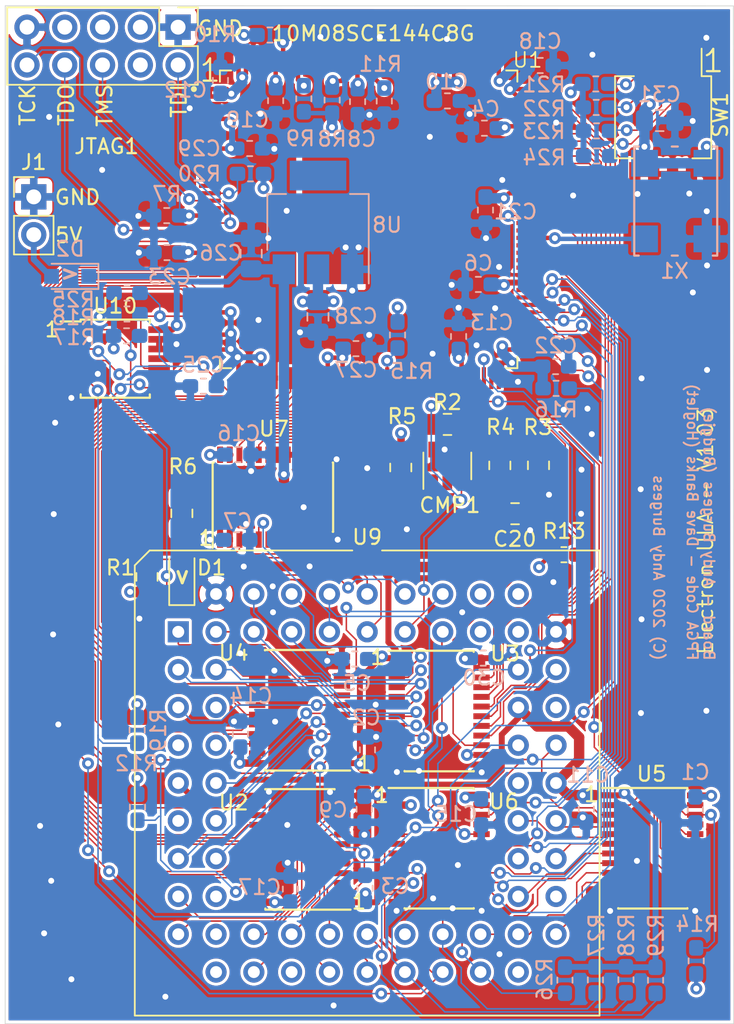
<source format=kicad_pcb>
(kicad_pcb (version 20171130) (host pcbnew "(5.1.5)-3")
  (layers (0 F.Cu signal) (1 In1.Cu signal) (2 In2.Cu signal) (31 B.Cu signal) (34 B.Paste user hide) (35 F.Paste user hide) (36 B.SilkS user) (37 F.SilkS user) (38 B.Mask user) (39 F.Mask user) (44 Edge.Cuts user))
  (net 0 "")
  (net 1 /5V)
  (net 2 /3V3)
  (net 3 /GND)
  (net 4 /A_OE)
  (net 5 /LVA0)
  (net 6 /LVA1)
  (net 7 /LVA2)
  (net 8 /LVA3)
  (net 9 /LVA4)
  (net 10 /LVA5)
  (net 11 /LVA6)
  (net 12 /LVA7)
  (net 13 /A7)
  (net 14 /A6)
  (net 15 /A5)
  (net 16 /A4)
  (net 17 /A3)
  (net 18 /A2)
  (net 19 /A1)
  (net 20 /A0)
  (net 21 /A_DIR)
  (net 22 /LVA8)
  (net 23 /LVA9)
  (net 24 /LVA10)
  (net 25 /LVA11)
  (net 26 /LVA12)
  (net 27 /LVA13)
  (net 28 /LVA14)
  (net 29 /LVA15)
  (net 30 /A15)
  (net 31 /A14)
  (net 32 /A13)
  (net 33 /A12)
  (net 34 /A11)
  (net 35 /A10)
  (net 36 /A9)
  (net 37 /A8)
  (net 38 /CLK_IN)
  (net 39 /PD7)
  (net 40 /PD5)
  (net 41 /PD4)
  (net 42 /CAS_OUT)
  (net 43 /RnW)
  (net 44 /PD6)
  (net 45 /PD3)
  (net 46 /PD2)
  (net 47 /KBD3)
  (net 48 /nIRQ)
  (net 49 /KBD1)
  (net 50 /PD1)
  (net 51 /PD0)
  (net 52 /KBD2)
  (net 53 /KBD0)
  (net 54 /RED)
  (net 55 /GREEN)
  (net 56 /RESET)
  (net 57 /BLUE)
  (net 58 /CASMO)
  (net 59 /SND)
  (net 60 /PHIOUT)
  (net 61 /nNMI)
  (net 62 /CASIN)
  (net 63 /nHS)
  (net 64 /CSYNC)
  (net 65 /CAPS)
  (net 66 /ROM)
  (net 67 /PD_OE)
  (net 68 /PD_DIR)
  (net 69 /LVPD7)
  (net 70 /LVPD1)
  (net 71 /LVPD4)
  (net 72 /LVPD5)
  (net 73 /LVPD6)
  (net 74 /LVPD3)
  (net 75 /LVPD2)
  (net 76 /LVPD0)
  (net 77 /LVKBD0)
  (net 78 /LVKBD3)
  (net 79 /LVKBD2)
  (net 80 /LVKBD1)
  (net 81 /LVCASMO)
  (net 82 /LVCSYNC)
  (net 83 /LVBLUE)
  (net 84 /LVnHS)
  (net 85 /LVGREEN)
  (net 86 /LVRED)
  (net 87 /LVSND)
  (net 88 /LVCAS_OUT)
  (net 89 /LVnNMI)
  (net 90 /LVCLK_IN)
  (net 91 /G3_OE)
  (net 92 /LVPHIOUT)
  (net 93 /LVROM)
  (net 94 /LVRnWIN)
  (net 95 /LVCASIN)
  (net 96 /G4_OE)
  (net 97 /G1_OE)
  (net 98 "Net-(U9-Pad47)")
  (net 99 "Net-(U9-Pad37)")
  (net 100 "Net-(U9-Pad52)")
  (net 101 "Net-(U9-Pad44)")
  (net 102 "Net-(U9-Pad40)")
  (net 103 "Net-(U9-Pad34)")
  (net 104 "Net-(U9-Pad22)")
  (net 105 "Net-(U9-Pad18)")
  (net 106 "Net-(U9-Pad29)")
  (net 107 "Net-(U9-Pad19)")
  (net 108 "Net-(U9-Pad11)")
  (net 109 "Net-(U9-Pad7)")
  (net 110 "Net-(U9-Pad16)")
  (net 111 "Net-(U9-Pad8)")
  (net 112 "Net-(U9-Pad6)")
  (net 113 "Net-(U9-Pad54)")
  (net 114 "Net-(U9-Pad53)")
  (net 115 "Net-(U9-Pad55)")
  (net 116 "Net-(R6-Pad1)")
  (net 117 "Net-(U1-Pad141)")
  (net 118 "Net-(U1-Pad140)")
  (net 119 "Net-(U1-Pad135)")
  (net 120 "Net-(U1-Pad134)")
  (net 121 "Net-(U1-Pad132)")
  (net 122 "Net-(U1-Pad131)")
  (net 123 "Net-(U1-Pad130)")
  (net 124 "Net-(U1-Pad127)")
  (net 125 "Net-(U1-Pad124)")
  (net 126 "Net-(U1-Pad123)")
  (net 127 "Net-(U1-Pad122)")
  (net 128 "Net-(U1-Pad121)")
  (net 129 "Net-(U1-Pad120)")
  (net 130 "Net-(U1-Pad119)")
  (net 131 "Net-(U1-Pad118)")
  (net 132 "Net-(U1-Pad17)")
  (net 133 "Net-(U1-Pad14)")
  (net 134 "Net-(U1-Pad13)")
  (net 135 "Net-(U1-Pad12)")
  (net 136 "Net-(U1-Pad11)")
  (net 137 "Net-(U1-Pad10)")
  (net 138 "Net-(U1-Pad8)")
  (net 139 "Net-(U1-Pad7)")
  (net 140 "Net-(U1-Pad6)")
  (net 141 /LVCAPS)
  (net 142 "Net-(CMP1-Pad4)")
  (net 143 /OSC)
  (net 144 "Net-(U7-Pad10)")
  (net 145 "Net-(U7-Pad9)")
  (net 146 "Net-(U7-Pad8)")
  (net 147 "Net-(U7-Pad7)")
  (net 148 "Net-(U7-Pad6)")
  (net 149 /TCK)
  (net 150 /nCONFIG)
  (net 151 /nSTATUS)
  (net 152 /CONF_DONE)
  (net 153 /CONFIG_SEL)
  (net 154 /TDO)
  (net 155 /TMS)
  (net 156 /TDI)
  (net 157 "Net-(JTAG1-Pad5)")
  (net 158 "Net-(JTAG1-Pad4)")
  (net 159 "Net-(JTAG1-Pad3)")
  (net 160 /nRSTIN)
  (net 161 "Net-(U1-Pad21)")
  (net 162 /SWC1)
  (net 163 /SWC2)
  (net 164 /SWC3)
  (net 165 /SWC4)
  (net 166 /JTAGEN)
  (net 167 /LVRSTOUT)
  (net 168 /LVRnWOE)
  (net 169 /LVRnWOUT)
  (net 170 "Net-(U10-Pad11)")
  (net 171 "Net-(U1-Pad38)")
  (net 172 "Net-(U1-Pad87)")
  (net 173 "Net-(U1-Pad92)")
  (net 174 "Net-(U1-Pad89)")
  (net 175 "Net-(U1-Pad90)")
  (net 176 "Net-(U1-Pad110)")
  (net 177 /LVnIRQOUT)
  (net 178 /LVnIRQIN)
  (net 179 /5VP)
  (module Resistor_SMD:R_0603_1608Metric_Pad1.05x0.95mm_HandSolder (layer B.Cu) (at 173.42866 121.74728 90)
    (fp_text reference R29 (at 3.0226 0.03302 270) (layer B.SilkS) (effects (justify mirror)))
    (fp_text value 4.7K)
    (pad 2 smd roundrect (at 0.875 0 90) (size 1.05 0.95) (layers B.Cu B.Paste B.Mask) (net 1 /5V))
    (pad 1 smd roundrect (at -0.875 0 90) (size 1.05 0.95) (layers B.Cu B.Paste B.Mask) (net 53 /KBD0))
  )
  (module Resistor_SMD:R_0603_1608Metric_Pad1.05x0.95mm_HandSolder (layer B.Cu) (at 171.4373 121.71426 90)
    (fp_text reference R28 (at 3.00482 0.03302 270) (layer B.SilkS) (effects (justify mirror)))
    (fp_text value 4.7K)
    (pad 2 smd roundrect (at 0.875 0 90) (size 1.05 0.95) (layers B.Cu B.Paste B.Mask) (net 1 /5V))
    (pad 1 smd roundrect (at -0.875 0 90) (size 1.05 0.95) (layers B.Cu B.Paste B.Mask) (net 49 /KBD1))
  )
  (module Resistor_SMD:R_0603_1608Metric_Pad1.05x0.95mm_HandSolder (layer B.Cu) (at 169.38498 121.72442 90)
    (fp_text reference R27 (at 3.01498 0.07874 270) (layer B.SilkS) (effects (justify mirror)))
    (fp_text value 4.7K)
    (pad 2 smd roundrect (at 0.875 0 90) (size 1.05 0.95) (layers B.Cu B.Paste B.Mask) (net 1 /5V))
    (pad 1 smd roundrect (at -0.875 0 90) (size 1.05 0.95) (layers B.Cu B.Paste B.Mask) (net 52 /KBD2))
  )
  (module Resistor_SMD:R_0603_1608Metric_Pad1.05x0.95mm_HandSolder (layer B.Cu) (at 167.3352 121.73966 90)
    (fp_text reference R26 (at 0.05842 -1.36652 270) (layer B.SilkS) (effects (justify mirror)))
    (fp_text value 4.7K)
    (pad 2 smd roundrect (at 0.875 0 90) (size 1.05 0.95) (layers B.Cu B.Paste B.Mask) (net 1 /5V))
    (pad 1 smd roundrect (at -0.875 0 90) (size 1.05 0.95) (layers B.Cu B.Paste B.Mask) (net 47 /KBD3))
  )
  (module Diode_SMD:D_SOD-323_HandSoldering (layer B.Cu) (at 134.06882 74.45502 180)
    (fp_text reference D2 (at 0 1.85) (layer B.SilkS) (effects (justify mirror)))
    (fp_text value D_Schottky_Small)
    (pad 2 smd rect (at 1.25 0 180) (size 1 1) (layers B.Cu B.Paste B.Mask) (net 179 /5VP))
    (pad 1 smd rect (at -1.25 0 180) (size 1 1) (layers B.Cu B.Paste B.Mask) (net 1 /5V))
  )
  (module Package_SO:TSSOP-14_4.4x5mm_P0.65mm (layer F.Cu) (at 137.09904 79.9846)
    (fp_text reference U10 (at 0 -3.55) (layer F.SilkS))
    (fp_text value SN74HCT125D)
    (pad 14 smd rect (at 2.95 -1.95) (size 1.45 0.45) (layers F.Cu F.Paste F.Mask) (net 1 /5V))
    (pad 13 smd rect (at 2.95 -1.3) (size 1.45 0.45) (layers F.Cu F.Paste F.Mask) (net 3 /GND))
    (pad 12 smd rect (at 2.95 -0.65) (size 1.45 0.45) (layers F.Cu F.Paste F.Mask) (net 3 /GND))
    (pad 11 smd rect (at 2.95 0) (size 1.45 0.45) (layers F.Cu F.Paste F.Mask) (net 170 "Net-(U10-Pad11)"))
    (pad 10 smd rect (at 2.95 0.65) (size 1.45 0.45) (layers F.Cu F.Paste F.Mask) (net 168 /LVRnWOE))
    (pad 9 smd rect (at 2.95 1.3) (size 1.45 0.45) (layers F.Cu F.Paste F.Mask) (net 169 /LVRnWOUT))
    (pad 8 smd rect (at 2.95 1.95) (size 1.45 0.45) (layers F.Cu F.Paste F.Mask) (net 43 /RnW))
    (pad 7 smd rect (at -2.95 1.95) (size 1.45 0.45) (layers F.Cu F.Paste F.Mask) (net 3 /GND))
    (pad 6 smd rect (at -2.95 1.3) (size 1.45 0.45) (layers F.Cu F.Paste F.Mask) (net 48 /nIRQ))
    (pad 5 smd rect (at -2.95 0.65) (size 1.45 0.45) (layers F.Cu F.Paste F.Mask) (net 3 /GND))
    (pad 4 smd rect (at -2.95 0) (size 1.45 0.45) (layers F.Cu F.Paste F.Mask) (net 177 /LVnIRQOUT))
    (pad 3 smd rect (at -2.95 -0.65) (size 1.45 0.45) (layers F.Cu F.Paste F.Mask) (net 56 /RESET))
    (pad 2 smd rect (at -2.95 -1.3) (size 1.45 0.45) (layers F.Cu F.Paste F.Mask) (net 3 /GND))
    (pad 1 smd rect (at -2.95 -1.95) (size 1.45 0.45) (layers F.Cu F.Paste F.Mask) (net 167 /LVRSTOUT))
  )
  (module Resistor_SMD:R_0603_1608Metric_Pad1.05x0.95mm_HandSolder (layer B.Cu) (at 137.89152 75.57516 180)
    (fp_text reference R25 (at 3.61442 -0.4445) (layer B.SilkS) (effects (justify mirror)))
    (fp_text value 10K)
    (pad 2 smd roundrect (at 0.875 0 180) (size 1.05 0.95) (layers B.Cu B.Paste B.Mask) (net 2 /3V3))
    (pad 1 smd roundrect (at -0.875 0 180) (size 1.05 0.95) (layers B.Cu B.Paste B.Mask) (net 168 /LVRnWOE))
  )
  (module Resistor_SMD:R_0603_1608Metric_Pad1.05x0.95mm_HandSolder (layer B.Cu) (at 146.19224 67.564 180)
    (fp_text reference R20 (at 3.43408 0) (layer B.SilkS) (effects (justify mirror)))
    (fp_text value 10K)
    (pad 2 smd roundrect (at 0.875 0 180) (size 1.05 0.95) (layers B.Cu B.Paste B.Mask) (net 166 /JTAGEN))
    (pad 1 smd roundrect (at -0.875 0 180) (size 1.05 0.95) (layers B.Cu B.Paste B.Mask) (net 2 /3V3))
  )
  (module Resistor_SMD:R_0603_1608Metric_Pad1.05x0.95mm_HandSolder (layer B.Cu) (at 169.4688 66.36512 180)
    (fp_text reference R24 (at 3.52552 -0.10668) (layer B.SilkS) (effects (justify mirror)))
    (fp_text value 10K)
    (pad 2 smd roundrect (at 0.875 0 180) (size 1.05 0.95) (layers B.Cu B.Paste B.Mask) (net 2 /3V3))
    (pad 1 smd roundrect (at -0.875 0 180) (size 1.05 0.95) (layers B.Cu B.Paste B.Mask) (net 162 /SWC1))
  )
  (module Resistor_SMD:R_0603_1608Metric_Pad1.05x0.95mm_HandSolder (layer B.Cu) (at 169.45864 64.67856 180)
    (fp_text reference R23 (at 3.54584 -0.03048) (layer B.SilkS) (effects (justify mirror)))
    (fp_text value 10K)
    (pad 2 smd roundrect (at 0.875 0 180) (size 1.05 0.95) (layers B.Cu B.Paste B.Mask) (net 2 /3V3))
    (pad 1 smd roundrect (at -0.875 0 180) (size 1.05 0.95) (layers B.Cu B.Paste B.Mask) (net 163 /SWC2))
  )
  (module Resistor_SMD:R_0603_1608Metric_Pad1.05x0.95mm_HandSolder (layer B.Cu) (at 169.43832 63.10376 180)
    (fp_text reference R22 (at 3.5052 -0.08128) (layer B.SilkS) (effects (justify mirror)))
    (fp_text value 10K)
    (pad 2 smd roundrect (at 0.875 0 180) (size 1.05 0.95) (layers B.Cu B.Paste B.Mask) (net 2 /3V3))
    (pad 1 smd roundrect (at -0.875 0 180) (size 1.05 0.95) (layers B.Cu B.Paste B.Mask) (net 164 /SWC3))
  )
  (module Resistor_SMD:R_0603_1608Metric_Pad1.05x0.95mm_HandSolder (layer B.Cu) (at 169.40784 61.52388 180)
    (fp_text reference R21 (at 3.48996 -0.0508) (layer B.SilkS) (effects (justify mirror)))
    (fp_text value 10K)
    (pad 2 smd roundrect (at 0.875 0 180) (size 1.05 0.95) (layers B.Cu B.Paste B.Mask) (net 2 /3V3))
    (pad 1 smd roundrect (at -0.875 0 180) (size 1.05 0.95) (layers B.Cu B.Paste B.Mask) (net 165 /SWC4))
  )
  (module Button_Switch_SMD:SW_DIP_SPSTx04_Slide_Copal_CHS-04B_W7.62mm_P1.27mm (layer F.Cu) (at 173.9392 63.76416 270)
    (fp_text reference SW1 (at -0.1524 -3.84048 90) (layer F.SilkS))
    (fp_text value SW_DIP_x04)
    (pad 8 smd rect (at 3.81 -1.905 270) (size 1.6 0.76) (layers F.Cu F.Paste F.Mask) (net 3 /GND))
    (pad 4 smd rect (at -3.81 1.905 270) (size 1.6 0.76) (layers F.Cu F.Paste F.Mask) (net 165 /SWC4))
    (pad 7 smd rect (at 3.81 -0.635 270) (size 1.6 0.76) (layers F.Cu F.Paste F.Mask) (net 3 /GND))
    (pad 3 smd rect (at -3.81 0.635 270) (size 1.6 0.76) (layers F.Cu F.Paste F.Mask) (net 164 /SWC3))
    (pad 6 smd rect (at 3.81 0.635 270) (size 1.6 0.76) (layers F.Cu F.Paste F.Mask) (net 3 /GND))
    (pad 2 smd rect (at -3.81 -0.635 270) (size 1.6 0.76) (layers F.Cu F.Paste F.Mask) (net 163 /SWC2))
    (pad 5 smd rect (at 3.81 1.905 270) (size 1.6 0.76) (layers F.Cu F.Paste F.Mask) (net 3 /GND))
    (pad 1 smd rect (at -3.81 -1.905 270) (size 1.6 0.76) (layers F.Cu F.Paste F.Mask) (net 162 /SWC1))
  )
  (module Resistor_SMD:R_0603_1608Metric_Pad1.05x0.95mm_HandSolder (layer B.Cu) (at 138.57224 104.94518 90)
    (fp_text reference R19 (at 0 1.43 90) (layer B.SilkS) (effects (justify mirror)))
    (fp_text value 10K)
    (pad 2 smd roundrect (at 0.875 0 90) (size 1.05 0.95) (layers B.Cu B.Paste B.Mask) (net 2 /3V3))
    (pad 1 smd roundrect (at -0.875 0 90) (size 1.05 0.95) (layers B.Cu B.Paste B.Mask) (net 48 /nIRQ))
  )
  (module Resistor_SMD:R_0603_1608Metric_Pad1.05x0.95mm_HandSolder (layer B.Cu) (at 137.88644 76.98232 180)
    (fp_text reference R18 (at 3.59664 -0.23114 180) (layer B.SilkS) (effects (justify mirror)))
    (fp_text value 10K)
    (pad 2 smd roundrect (at 0.875 0 180) (size 1.05 0.95) (layers B.Cu B.Paste B.Mask) (net 2 /3V3))
    (pad 1 smd roundrect (at -0.875 0 180) (size 1.05 0.95) (layers B.Cu B.Paste B.Mask) (net 177 /LVnIRQOUT))
  )
  (module Resistor_SMD:R_0603_1608Metric_Pad1.05x0.95mm_HandSolder (layer B.Cu) (at 137.86104 78.45044 180)
    (fp_text reference R17 (at 3.5433 -0.1016) (layer B.SilkS) (effects (justify mirror)))
    (fp_text value 10K)
    (pad 2 smd roundrect (at 0.875 0 180) (size 1.05 0.95) (layers B.Cu B.Paste B.Mask) (net 2 /3V3))
    (pad 1 smd roundrect (at -0.875 0 180) (size 1.05 0.95) (layers B.Cu B.Paste B.Mask) (net 167 /LVRSTOUT))
  )
  (module Connector_PinHeader_2.54mm:PinHeader_1x02_P2.54mm_Vertical (layer F.Cu) (at 131.62026 69.1134)
    (fp_text reference J1 (at 0 -2.33) (layer F.SilkS))
    (fp_text value Conn_01x02)
    (pad 2 thru_hole oval (at 0 2.54) (size 1.7 1.7) (drill 1) (layers *.Cu *.Mask) (net 179 /5VP))
    (pad 1 thru_hole rect (at 0 0) (size 1.7 1.7) (drill 1) (layers *.Cu *.Mask) (net 3 /GND))
  )
  (module Resistor_SMD:R_0603_1608Metric_Pad1.05x0.95mm_HandSolder (layer B.Cu) (at 166.74084 81.9785)
    (fp_text reference R16 (at 0 1.43) (layer B.SilkS) (effects (justify mirror)))
    (fp_text value 10K)
    (pad 2 smd roundrect (at 0.875 0) (size 1.05 0.95) (layers B.Cu B.Paste B.Mask) (net 96 /G4_OE))
    (pad 1 smd roundrect (at -0.875 0) (size 1.05 0.95) (layers B.Cu B.Paste B.Mask) (net 2 /3V3))
  )
  (module Resistor_SMD:R_0603_1608Metric_Pad1.05x0.95mm_HandSolder (layer B.Cu) (at 156.07792 78.39456 90)
    (fp_text reference R15 (at -2.4257 0.95758 180) (layer B.SilkS) (effects (justify mirror)))
    (fp_text value 10K)
    (pad 2 smd roundrect (at 0.875 0 90) (size 1.05 0.95) (layers B.Cu B.Paste B.Mask) (net 2 /3V3))
    (pad 1 smd roundrect (at -0.875 0 90) (size 1.05 0.95) (layers B.Cu B.Paste B.Mask) (net 91 /G3_OE))
  )
  (module Resistor_SMD:R_0603_1608Metric_Pad1.05x0.95mm_HandSolder (layer B.Cu) (at 176.15916 120.44426 90)
    (fp_text reference R14 (at 2.46888 0.07112 180) (layer B.SilkS) (effects (justify mirror)))
    (fp_text value 10K)
    (pad 2 smd roundrect (at 0.875 0 90) (size 1.05 0.95) (layers B.Cu B.Paste B.Mask) (net 67 /PD_OE))
    (pad 1 smd roundrect (at -0.875 0 90) (size 1.05 0.95) (layers B.Cu B.Paste B.Mask) (net 2 /3V3))
  )
  (module Resistor_SMD:R_0603_1608Metric_Pad1.05x0.95mm_HandSolder (layer F.Cu) (at 167.26408 93.1545 180)
    (fp_text reference R13 (at -0.01778 1.58496) (layer F.SilkS))
    (fp_text value 10K)
    (pad 2 smd roundrect (at 0.875 0 180) (size 1.05 0.95) (layers F.Cu F.Paste F.Mask) (net 2 /3V3))
    (pad 1 smd roundrect (at -0.875 0 180) (size 1.05 0.95) (layers F.Cu F.Paste F.Mask) (net 97 /G1_OE))
  )
  (module Resistor_SMD:R_0603_1608Metric_Pad1.05x0.95mm_HandSolder (layer B.Cu) (at 138.5951 110.11916 90)
    (fp_text reference R12 (at 2.93878 -0.06858 180) (layer B.SilkS) (effects (justify mirror)))
    (fp_text value 10K)
    (pad 2 smd roundrect (at 0.875 0 90) (size 1.05 0.95) (layers B.Cu B.Paste B.Mask) (net 2 /3V3))
    (pad 1 smd roundrect (at -0.875 0 90) (size 1.05 0.95) (layers B.Cu B.Paste B.Mask) (net 4 /A_OE))
  )
  (module Connector_PinHeader_2.54mm:PinHeader_2x05_P2.54mm_Vertical (layer F.Cu) (at 141.3256 57.71134 270)
    (fp_text reference JTAG1 (at 8.00862 4.81076 180) (layer F.SilkS))
    (fp_text value Conn_02x05_Odd_Even)
    (pad 10 thru_hole oval (at 2.54 10.16 270) (size 1.7 1.7) (drill 1) (layers *.Cu *.Mask) (net 149 /TCK))
    (pad 9 thru_hole oval (at 0 10.16 270) (size 1.7 1.7) (drill 1) (layers *.Cu *.Mask) (net 3 /GND))
    (pad 8 thru_hole oval (at 2.54 7.62 270) (size 1.7 1.7) (drill 1) (layers *.Cu *.Mask) (net 154 /TDO))
    (pad 7 thru_hole oval (at 0 7.62 270) (size 1.7 1.7) (drill 1) (layers *.Cu *.Mask) (net 2 /3V3))
    (pad 6 thru_hole oval (at 2.54 5.08 270) (size 1.7 1.7) (drill 1) (layers *.Cu *.Mask) (net 155 /TMS))
    (pad 5 thru_hole oval (at 0 5.08 270) (size 1.7 1.7) (drill 1) (layers *.Cu *.Mask) (net 157 "Net-(JTAG1-Pad5)"))
    (pad 4 thru_hole oval (at 2.54 2.54 270) (size 1.7 1.7) (drill 1) (layers *.Cu *.Mask) (net 158 "Net-(JTAG1-Pad4)"))
    (pad 3 thru_hole oval (at 0 2.54 270) (size 1.7 1.7) (drill 1) (layers *.Cu *.Mask) (net 159 "Net-(JTAG1-Pad3)"))
    (pad 2 thru_hole oval (at 2.54 0 270) (size 1.7 1.7) (drill 1) (layers *.Cu *.Mask) (net 156 /TDI))
    (pad 1 thru_hole rect (at 0 0 270) (size 1.7 1.7) (drill 1) (layers *.Cu *.Mask) (net 3 /GND))
  )
  (module Resistor_SMD:R_0603_1608Metric_Pad1.05x0.95mm_HandSolder (layer B.Cu) (at 155.18892 62.67704 90)
    (fp_text reference R11 (at 2.48666 -0.26162 180) (layer B.SilkS) (effects (justify mirror)))
    (fp_text value 10K)
    (pad 2 smd roundrect (at 0.875 0 90) (size 1.05 0.95) (layers B.Cu B.Paste B.Mask) (net 153 /CONFIG_SEL))
    (pad 1 smd roundrect (at -0.875 0 90) (size 1.05 0.95) (layers B.Cu B.Paste B.Mask) (net 3 /GND))
  )
  (module Resistor_SMD:R_0603_1608Metric_Pad1.05x0.95mm_HandSolder (layer B.Cu) (at 147.50288 58.23966)
    (fp_text reference R10 (at -3.70586 -0.04572) (layer B.SilkS) (effects (justify mirror)))
    (fp_text value 10K)
    (pad 2 smd roundrect (at 0.875 0) (size 1.05 0.95) (layers B.Cu B.Paste B.Mask) (net 152 /CONF_DONE))
    (pad 1 smd roundrect (at -0.875 0) (size 1.05 0.95) (layers B.Cu B.Paste B.Mask) (net 2 /3V3))
  )
  (module Resistor_SMD:R_0603_1608Metric_Pad1.05x0.95mm_HandSolder (layer B.Cu) (at 149.77872 62.51956 90)
    (fp_text reference R9 (at -2.67208 -0.23368) (layer B.SilkS) (effects (justify mirror)))
    (fp_text value 10K)
    (pad 2 smd roundrect (at 0.875 0 90) (size 1.05 0.95) (layers B.Cu B.Paste B.Mask) (net 151 /nSTATUS))
    (pad 1 smd roundrect (at -0.875 0 90) (size 1.05 0.95) (layers B.Cu B.Paste B.Mask) (net 2 /3V3))
  )
  (module Resistor_SMD:R_0603_1608Metric_Pad1.05x0.95mm_HandSolder (layer B.Cu) (at 151.68372 62.611 90)
    (fp_text reference R8 (at -2.60858 -0.00508) (layer B.SilkS) (effects (justify mirror)))
    (fp_text value 10K)
    (pad 2 smd roundrect (at 0.875 0 90) (size 1.05 0.95) (layers B.Cu B.Paste B.Mask) (net 150 /nCONFIG))
    (pad 1 smd roundrect (at -0.875 0 90) (size 1.05 0.95) (layers B.Cu B.Paste B.Mask) (net 2 /3V3))
  )
  (module Resistor_SMD:R_0603_1608Metric_Pad1.05x0.95mm_HandSolder (layer B.Cu) (at 140.55852 70.3707)
    (fp_text reference R7 (at 0.0127 -1.44272) (layer B.SilkS) (effects (justify mirror)))
    (fp_text value 10K)
    (pad 2 smd roundrect (at 0.875 0) (size 1.05 0.95) (layers B.Cu B.Paste B.Mask) (net 149 /TCK))
    (pad 1 smd roundrect (at -0.875 0) (size 1.05 0.95) (layers B.Cu B.Paste B.Mask) (net 3 /GND))
  )
  (module Capacitor_SMD:C_0603_1608Metric_Pad1.05x0.95mm_HandSolder (layer B.Cu) (at 146.1389 65.86474)
    (fp_text reference C29 (at -3.39598 -0.00254) (layer B.SilkS) (effects (justify mirror)))
    (fp_text value 0.1uf)
    (pad 2 smd roundrect (at 0.875 0) (size 1.05 0.95) (layers B.Cu B.Paste B.Mask) (net 3 /GND))
    (pad 1 smd roundrect (at -0.875 0) (size 1.05 0.95) (layers B.Cu B.Paste B.Mask) (net 2 /3V3))
  )
  (module Capacitor_SMD:C_0603_1608Metric_Pad1.05x0.95mm_HandSolder (layer B.Cu) (at 153.28646 79.30896)
    (fp_text reference C27 (at 0 1.43) (layer B.SilkS) (effects (justify mirror)))
    (fp_text value 0.1uf)
    (pad 2 smd roundrect (at 0.875 0) (size 1.05 0.95) (layers B.Cu B.Paste B.Mask) (net 3 /GND))
    (pad 1 smd roundrect (at -0.875 0) (size 1.05 0.95) (layers B.Cu B.Paste B.Mask) (net 2 /3V3))
  )
  (module Capacitor_SMD:C_0603_1608Metric_Pad1.05x0.95mm_HandSolder (layer B.Cu) (at 143.0272 81.831 180)
    (fp_text reference C25 (at 0 1.43) (layer B.SilkS) (effects (justify mirror)))
    (fp_text value 0.1uf)
    (pad 2 smd roundrect (at 0.875 0 180) (size 1.05 0.95) (layers B.Cu B.Paste B.Mask) (net 3 /GND))
    (pad 1 smd roundrect (at -0.875 0 180) (size 1.05 0.95) (layers B.Cu B.Paste B.Mask) (net 2 /3V3))
  )
  (module Capacitor_SMD:C_0603_1608Metric_Pad1.05x0.95mm_HandSolder (layer B.Cu) (at 140.5763 72.85482 180)
    (fp_text reference C23 (at -0.1651 -1.6256) (layer B.SilkS) (effects (justify mirror)))
    (fp_text value 0.1uf)
    (pad 2 smd roundrect (at 0.875 0 180) (size 1.05 0.95) (layers B.Cu B.Paste B.Mask) (net 3 /GND))
    (pad 1 smd roundrect (at -0.875 0 180) (size 1.05 0.95) (layers B.Cu B.Paste B.Mask) (net 2 /3V3))
  )
  (module Capacitor_SMD:C_0603_1608Metric_Pad1.05x0.95mm_HandSolder (layer B.Cu) (at 166.70782 80.51546)
    (fp_text reference C22 (at 0.0127 -1.4097) (layer B.SilkS) (effects (justify mirror)))
    (fp_text value 0.1uf)
    (pad 2 smd roundrect (at 0.875 0) (size 1.05 0.95) (layers B.Cu B.Paste B.Mask) (net 3 /GND))
    (pad 1 smd roundrect (at -0.875 0) (size 1.05 0.95) (layers B.Cu B.Paste B.Mask) (net 2 /3V3))
  )
  (module Capacitor_SMD:C_0603_1608Metric_Pad1.05x0.95mm_HandSolder (layer B.Cu) (at 161.99104 70.0024 270)
    (fp_text reference C21 (at 0.10668 -2.02184 180) (layer B.SilkS) (effects (justify mirror)))
    (fp_text value 0.1uf)
    (pad 2 smd roundrect (at 0.875 0 270) (size 1.05 0.95) (layers B.Cu B.Paste B.Mask) (net 3 /GND))
    (pad 1 smd roundrect (at -0.875 0 270) (size 1.05 0.95) (layers B.Cu B.Paste B.Mask) (net 2 /3V3))
  )
  (module Capacitor_SMD:C_0603_1608Metric_Pad1.05x0.95mm_HandSolder (layer B.Cu) (at 147.88388 62.65164 270)
    (fp_text reference C19 (at 1.27762 1.8923 180) (layer B.SilkS) (effects (justify mirror)))
    (fp_text value 0.1uf)
    (pad 2 smd roundrect (at 0.875 0 270) (size 1.05 0.95) (layers B.Cu B.Paste B.Mask) (net 3 /GND))
    (pad 1 smd roundrect (at -0.875 0 270) (size 1.05 0.95) (layers B.Cu B.Paste B.Mask) (net 2 /3V3))
  )
  (module Capacitor_SMD:C_0603_1608Metric_Pad1.05x0.95mm_HandSolder (layer B.Cu) (at 165.67658 60.2869)
    (fp_text reference C18 (at -0.00508 -1.62814) (layer B.SilkS) (effects (justify mirror)))
    (fp_text value 0.1uf)
    (pad 2 smd roundrect (at 0.875 0) (size 1.05 0.95) (layers B.Cu B.Paste B.Mask) (net 3 /GND))
    (pad 1 smd roundrect (at -0.875 0) (size 1.05 0.95) (layers B.Cu B.Paste B.Mask) (net 2 /3V3))
  )
  (module Capacitor_SMD:C_0603_1608Metric_Pad1.05x0.95mm_HandSolder (layer B.Cu) (at 160.1851 78.49108 90)
    (fp_text reference C13 (at 0.93726 2.23266 180) (layer B.SilkS) (effects (justify mirror)))
    (fp_text value 0.1uf)
    (pad 2 smd roundrect (at 0.875 0 90) (size 1.05 0.95) (layers B.Cu B.Paste B.Mask) (net 3 /GND))
    (pad 1 smd roundrect (at -0.875 0 90) (size 1.05 0.95) (layers B.Cu B.Paste B.Mask) (net 2 /3V3))
  )
  (module Capacitor_SMD:C_0603_1608Metric_Pad1.05x0.95mm_HandSolder (layer B.Cu) (at 144.1704 61.28512 90)
    (fp_text reference C12 (at -0.64262 -2.3495) (layer B.SilkS) (effects (justify mirror)))
    (fp_text value 0.1uf)
    (pad 2 smd roundrect (at 0.875 0 90) (size 1.05 0.95) (layers B.Cu B.Paste B.Mask) (net 3 /GND))
    (pad 1 smd roundrect (at -0.875 0 90) (size 1.05 0.95) (layers B.Cu B.Paste B.Mask) (net 2 /3V3))
  )
  (module Capacitor_SMD:C_0603_1608Metric_Pad1.05x0.95mm_HandSolder (layer B.Cu) (at 159.43326 62.66434)
    (fp_text reference C10 (at -0.04318 -1.28778) (layer B.SilkS) (effects (justify mirror)))
    (fp_text value 0.1uf)
    (pad 2 smd roundrect (at 0.875 0) (size 1.05 0.95) (layers B.Cu B.Paste B.Mask) (net 3 /GND))
    (pad 1 smd roundrect (at -0.875 0) (size 1.05 0.95) (layers B.Cu B.Paste B.Mask) (net 2 /3V3))
  )
  (module Capacitor_SMD:C_0603_1608Metric_Pad1.05x0.95mm_HandSolder (layer B.Cu) (at 153.39314 62.71768 270)
    (fp_text reference C8 (at 2.51714 -0.27178 180) (layer B.SilkS) (effects (justify mirror)))
    (fp_text value 0.1uf)
    (pad 2 smd roundrect (at 0.875 0 270) (size 1.05 0.95) (layers B.Cu B.Paste B.Mask) (net 3 /GND))
    (pad 1 smd roundrect (at -0.875 0 270) (size 1.05 0.95) (layers B.Cu B.Paste B.Mask) (net 2 /3V3))
  )
  (module Capacitor_SMD:C_0603_1608Metric_Pad1.05x0.95mm_HandSolder (layer B.Cu) (at 161.51098 74.99604 180)
    (fp_text reference C6 (at 0 1.43) (layer B.SilkS) (effects (justify mirror)))
    (fp_text value 0.1uf)
    (pad 2 smd roundrect (at 0.875 0 180) (size 1.05 0.95) (layers B.Cu B.Paste B.Mask) (net 3 /GND))
    (pad 1 smd roundrect (at -0.875 0 180) (size 1.05 0.95) (layers B.Cu B.Paste B.Mask) (net 2 /3V3))
  )
  (module Capacitor_SMD:C_0603_1608Metric_Pad1.05x0.95mm_HandSolder (layer B.Cu) (at 161.91992 64.49822 180)
    (fp_text reference C4 (at -0.07112 1.29032) (layer B.SilkS) (effects (justify mirror)))
    (fp_text value 0.1uf)
    (pad 2 smd roundrect (at 0.875 0 180) (size 1.05 0.95) (layers B.Cu B.Paste B.Mask) (net 3 /GND))
    (pad 1 smd roundrect (at -0.875 0 180) (size 1.05 0.95) (layers B.Cu B.Paste B.Mask) (net 2 /3V3))
  )
  (module Personal:Crystal_SMD_7050_4Pads (layer B.Cu) (at 174.72152 69.52234 270)
    (fp_text reference X1 (at 4.572 0.02032 180) (layer B.SilkS) (effects (justify mirror)))
    (fp_text value OSC)
    (pad 4 smd rect (at -2.667 2.032 270) (size 1.8 1.8) (layers B.Cu B.Paste B.Mask) (net 2 /3V3))
    (pad 3 smd rect (at 2.413 2.032 270) (size 1.8 1.8) (layers B.Cu B.Paste B.Mask) (net 143 /OSC))
    (pad 2 smd rect (at 2.413 -2.159 270) (size 1.8 1.8) (layers B.Cu B.Paste B.Mask) (net 3 /GND))
    (pad 1 smd rect (at -2.667 -2.159 270) (size 1.8 1.8) (layers B.Cu B.Paste B.Mask) (net 2 /3V3))
  )
  (module Capacitor_SMD:C_0805_2012Metric_Pad1.15x1.40mm_HandSolder (layer B.Cu) (at 150.72868 77.17536 270)
    (fp_text reference C28 (at -0.0508 -2.56286 180) (layer B.SilkS) (effects (justify mirror)))
    (fp_text value 10uF)
    (pad 2 smd roundrect (at 1.025 0 270) (size 1.15 1.4) (layers B.Cu B.Paste B.Mask) (roundrect_rratio 0.217391) (net 3 /GND))
    (pad 1 smd roundrect (at -1.025 0 270) (size 1.15 1.4) (layers B.Cu B.Paste B.Mask) (roundrect_rratio 0.217391) (net 2 /3V3))
  )
  (module TO_SOT_Packages_SMD:SOT-223 (layer B.Cu) (at 150.73376 70.83044 90)
    (fp_text reference U8 (at -0.17018 4.64566 180) (layer B.SilkS) (effects (justify mirror)))
    (fp_text value AP111733)
    (pad 1 smd rect (at -3.15 2.3 90) (size 2 1.5) (layers B.Cu B.Paste B.Mask) (net 3 /GND))
    (pad 3 smd rect (at -3.15 -2.3 90) (size 2 1.5) (layers B.Cu B.Paste B.Mask) (net 1 /5V))
    (pad 2 smd rect (at -3.15 0 90) (size 2 1.5) (layers B.Cu B.Paste B.Mask) (net 2 /3V3))
    (pad 4 smd rect (at 3.15 0 90) (size 2 3.8) (layers B.Cu B.Paste B.Mask))
  )
  (module Capacitor_SMD:C_0805_2012Metric_Pad1.15x1.40mm_HandSolder (layer B.Cu) (at 173.70552 63.98514)
    (fp_text reference C31 (at -0.0254 -1.75514) (layer B.SilkS) (effects (justify mirror)))
    (fp_text value 0.1uF)
    (pad 2 smd roundrect (at 1.025 0) (size 1.15 1.4) (layers B.Cu B.Paste B.Mask) (roundrect_rratio 0.217391) (net 3 /GND))
    (pad 1 smd roundrect (at -1.025 0) (size 1.15 1.4) (layers B.Cu B.Paste B.Mask) (roundrect_rratio 0.217391) (net 2 /3V3))
  )
  (module Capacitor_SMD:C_0805_2012Metric_Pad1.15x1.40mm_HandSolder (layer B.Cu) (at 146.23796 72.9234 90)
    (fp_text reference C26 (at 0.04064 -2.032 180) (layer B.SilkS) (effects (justify mirror)))
    (fp_text value 0.1uF)
    (pad 2 smd roundrect (at 1.025 0 90) (size 1.15 1.4) (layers B.Cu B.Paste B.Mask) (roundrect_rratio 0.217391) (net 3 /GND))
    (pad 1 smd roundrect (at -1.025 0 90) (size 1.15 1.4) (layers B.Cu B.Paste B.Mask) (roundrect_rratio 0.217391) (net 1 /5V))
  )
  (module Resistor_SMD:R_0805_2012Metric_Pad1.15x1.40mm_HandSolder (layer F.Cu) (at 159.4372 84.401)
    (fp_text reference R2 (at -0.01 -1.49) (layer F.SilkS))
    (fp_text value 10K)
    (pad 2 smd roundrect (at 1.025 0) (size 1.15 1.4) (layers F.Cu F.Paste F.Mask) (roundrect_rratio 0.217391) (net 142 "Net-(CMP1-Pad4)"))
    (pad 1 smd roundrect (at -1.025 0) (size 1.15 1.4) (layers F.Cu F.Paste F.Mask) (roundrect_rratio 0.217391) (net 62 /CASIN))
  )
  (module "MAX 10 FPGA 10M08SCE144C8G:QFP50P2200X2200X165-145N" (layer F.Cu) (at 154.1372 70.621)
    (fp_text reference U1 (at 10.6834 -10.7024) (layer F.SilkS) (effects (font (size 1.000449 1.000449) (thickness 0.115))))
    (fp_text value 10M08SCE144C8G)
    (pad 145 smd rect (at 0 0) (size 8.93 8.7) (layers F.Cu F.Mask) (net 3 /GND))
    (pad 144 smd rect (at -8.75 -10.67) (size 0.28 1.47) (layers F.Cu F.Paste F.Mask) (net 2 /3V3))
    (pad 143 smd rect (at -8.25 -10.67) (size 0.28 1.47) (layers F.Cu F.Paste F.Mask) (net 2 /3V3))
    (pad 142 smd rect (at -7.75 -10.67) (size 0.28 1.47) (layers F.Cu F.Paste F.Mask) (net 3 /GND))
    (pad 141 smd rect (at -7.25 -10.67) (size 0.28 1.47) (layers F.Cu F.Paste F.Mask) (net 117 "Net-(U1-Pad141)"))
    (pad 140 smd rect (at -6.75 -10.67) (size 0.28 1.47) (layers F.Cu F.Paste F.Mask) (net 118 "Net-(U1-Pad140)"))
    (pad 139 smd rect (at -6.25 -10.67) (size 0.28 1.47) (layers F.Cu F.Paste F.Mask) (net 2 /3V3))
    (pad 138 smd rect (at -5.75 -10.67) (size 0.28 1.47) (layers F.Cu F.Paste F.Mask) (net 152 /CONF_DONE))
    (pad 137 smd rect (at -5.25 -10.67) (size 0.28 1.47) (layers F.Cu F.Paste F.Mask) (net 3 /GND))
    (pad 136 smd rect (at -4.75 -10.67) (size 0.28 1.47) (layers F.Cu F.Paste F.Mask) (net 151 /nSTATUS))
    (pad 135 smd rect (at -4.25 -10.67) (size 0.28 1.47) (layers F.Cu F.Paste F.Mask) (net 119 "Net-(U1-Pad135)"))
    (pad 134 smd rect (at -3.75 -10.67) (size 0.28 1.47) (layers F.Cu F.Paste F.Mask) (net 120 "Net-(U1-Pad134)"))
    (pad 133 smd rect (at -3.25 -10.67) (size 0.28 1.47) (layers F.Cu F.Paste F.Mask) (net 3 /GND))
    (pad 132 smd rect (at -2.75 -10.67) (size 0.28 1.47) (layers F.Cu F.Paste F.Mask) (net 121 "Net-(U1-Pad132)"))
    (pad 131 smd rect (at -2.25 -10.67) (size 0.28 1.47) (layers F.Cu F.Paste F.Mask) (net 122 "Net-(U1-Pad131)"))
    (pad 130 smd rect (at -1.75 -10.67) (size 0.28 1.47) (layers F.Cu F.Paste F.Mask) (net 123 "Net-(U1-Pad130)"))
    (pad 129 smd rect (at -1.25 -10.67) (size 0.28 1.47) (layers F.Cu F.Paste F.Mask) (net 150 /nCONFIG))
    (pad 128 smd rect (at -0.75 -10.67) (size 0.28 1.47) (layers F.Cu F.Paste F.Mask) (net 2 /3V3))
    (pad 127 smd rect (at -0.25 -10.67) (size 0.28 1.47) (layers F.Cu F.Paste F.Mask) (net 124 "Net-(U1-Pad127)"))
    (pad 126 smd rect (at 0.25 -10.67) (size 0.28 1.47) (layers F.Cu F.Paste F.Mask) (net 153 /CONFIG_SEL))
    (pad 125 smd rect (at 0.75 -10.67) (size 0.28 1.47) (layers F.Cu F.Paste F.Mask) (net 3 /GND))
    (pad 124 smd rect (at 1.25 -10.67) (size 0.28 1.47) (layers F.Cu F.Paste F.Mask) (net 125 "Net-(U1-Pad124)"))
    (pad 123 smd rect (at 1.75 -10.67) (size 0.28 1.47) (layers F.Cu F.Paste F.Mask) (net 126 "Net-(U1-Pad123)"))
    (pad 122 smd rect (at 2.25 -10.67) (size 0.28 1.47) (layers F.Cu F.Paste F.Mask) (net 127 "Net-(U1-Pad122)"))
    (pad 121 smd rect (at 2.75 -10.67) (size 0.28 1.47) (layers F.Cu F.Paste F.Mask) (net 128 "Net-(U1-Pad121)"))
    (pad 120 smd rect (at 3.25 -10.67) (size 0.28 1.47) (layers F.Cu F.Paste F.Mask) (net 129 "Net-(U1-Pad120)"))
    (pad 119 smd rect (at 3.75 -10.67) (size 0.28 1.47) (layers F.Cu F.Paste F.Mask) (net 130 "Net-(U1-Pad119)"))
    (pad 118 smd rect (at 4.25 -10.67) (size 0.28 1.47) (layers F.Cu F.Paste F.Mask) (net 131 "Net-(U1-Pad118)"))
    (pad 117 smd rect (at 4.75 -10.67) (size 0.28 1.47) (layers F.Cu F.Paste F.Mask) (net 2 /3V3))
    (pad 116 smd rect (at 5.25 -10.67) (size 0.28 1.47) (layers F.Cu F.Paste F.Mask) (net 3 /GND))
    (pad 115 smd rect (at 5.75 -10.67) (size 0.28 1.47) (layers F.Cu F.Paste F.Mask) (net 2 /3V3))
    (pad 114 smd rect (at 6.25 -10.67) (size 0.28 1.47) (layers F.Cu F.Paste F.Mask) (net 162 /SWC1))
    (pad 113 smd rect (at 6.75 -10.67) (size 0.28 1.47) (layers F.Cu F.Paste F.Mask) (net 163 /SWC2))
    (pad 112 smd rect (at 7.25 -10.67) (size 0.28 1.47) (layers F.Cu F.Paste F.Mask) (net 164 /SWC3))
    (pad 111 smd rect (at 7.75 -10.67) (size 0.28 1.47) (layers F.Cu F.Paste F.Mask) (net 165 /SWC4))
    (pad 110 smd rect (at 8.25 -10.67) (size 0.28 1.47) (layers F.Cu F.Paste F.Mask) (net 176 "Net-(U1-Pad110)"))
    (pad 109 smd rect (at 8.75 -10.67) (size 0.28 1.47) (layers F.Cu F.Paste F.Mask) (net 2 /3V3))
    (pad 108 smd rect (at 10.67 -8.75) (size 1.47 0.28) (layers F.Cu F.Paste F.Mask) (net 2 /3V3))
    (pad 107 smd rect (at 10.67 -8.25) (size 1.47 0.28) (layers F.Cu F.Paste F.Mask) (net 2 /3V3))
    (pad 106 smd rect (at 10.67 -7.75) (size 1.47 0.28) (layers F.Cu F.Paste F.Mask) (net 67 /PD_OE))
    (pad 105 smd rect (at 10.67 -7.25) (size 1.47 0.28) (layers F.Cu F.Paste F.Mask) (net 69 /LVPD7))
    (pad 104 smd rect (at 10.67 -6.75) (size 1.47 0.28) (layers F.Cu F.Paste F.Mask) (net 3 /GND))
    (pad 103 smd rect (at 10.67 -6.25) (size 1.47 0.28) (layers F.Cu F.Paste F.Mask) (net 2 /3V3))
    (pad 102 smd rect (at 10.67 -5.75) (size 1.47 0.28) (layers F.Cu F.Paste F.Mask) (net 72 /LVPD5))
    (pad 101 smd rect (at 10.67 -5.25) (size 1.47 0.28) (layers F.Cu F.Paste F.Mask) (net 73 /LVPD6))
    (pad 100 smd rect (at 10.67 -4.75) (size 1.47 0.28) (layers F.Cu F.Paste F.Mask) (net 71 /LVPD4))
    (pad 99 smd rect (at 10.67 -4.25) (size 1.47 0.28) (layers F.Cu F.Paste F.Mask) (net 74 /LVPD3))
    (pad 98 smd rect (at 10.67 -3.75) (size 1.47 0.28) (layers F.Cu F.Paste F.Mask) (net 76 /LVPD0))
    (pad 97 smd rect (at 10.67 -3.25) (size 1.47 0.28) (layers F.Cu F.Paste F.Mask) (net 75 /LVPD2))
    (pad 96 smd rect (at 10.67 -2.75) (size 1.47 0.28) (layers F.Cu F.Paste F.Mask) (net 70 /LVPD1))
    (pad 95 smd rect (at 10.67 -2.25) (size 1.47 0.28) (layers F.Cu F.Paste F.Mask) (net 3 /GND))
    (pad 94 smd rect (at 10.67 -1.75) (size 1.47 0.28) (layers F.Cu F.Paste F.Mask) (net 2 /3V3))
    (pad 93 smd rect (at 10.67 -1.25) (size 1.47 0.28) (layers F.Cu F.Paste F.Mask) (net 88 /LVCAS_OUT))
    (pad 92 smd rect (at 10.67 -0.75) (size 1.47 0.28) (layers F.Cu F.Paste F.Mask) (net 173 "Net-(U1-Pad92)"))
    (pad 91 smd rect (at 10.67 -0.25) (size 1.47 0.28) (layers F.Cu F.Paste F.Mask) (net 90 /LVCLK_IN))
    (pad 90 smd rect (at 10.67 0.25) (size 1.47 0.28) (layers F.Cu F.Paste F.Mask) (net 175 "Net-(U1-Pad90)"))
    (pad 89 smd rect (at 10.67 0.75) (size 1.47 0.28) (layers F.Cu F.Paste F.Mask) (net 174 "Net-(U1-Pad89)"))
    (pad 88 smd rect (at 10.67 1.25) (size 1.47 0.28) (layers F.Cu F.Paste F.Mask) (net 143 /OSC))
    (pad 87 smd rect (at 10.67 1.75) (size 1.47 0.28) (layers F.Cu F.Paste F.Mask) (net 172 "Net-(U1-Pad87)"))
    (pad 86 smd rect (at 10.67 2.25) (size 1.47 0.28) (layers F.Cu F.Paste F.Mask) (net 86 /LVRED))
    (pad 85 smd rect (at 10.67 2.75) (size 1.47 0.28) (layers F.Cu F.Paste F.Mask) (net 85 /LVGREEN))
    (pad 84 smd rect (at 10.67 3.25) (size 1.47 0.28) (layers F.Cu F.Paste F.Mask) (net 83 /LVBLUE))
    (pad 83 smd rect (at 10.67 3.75) (size 1.47 0.28) (layers F.Cu F.Paste F.Mask) (net 3 /GND))
    (pad 82 smd rect (at 10.67 4.25) (size 1.47 0.28) (layers F.Cu F.Paste F.Mask) (net 2 /3V3))
    (pad 81 smd rect (at 10.67 4.75) (size 1.47 0.28) (layers F.Cu F.Paste F.Mask) (net 77 /LVKBD0))
    (pad 80 smd rect (at 10.67 5.25) (size 1.47 0.28) (layers F.Cu F.Paste F.Mask) (net 80 /LVKBD1))
    (pad 79 smd rect (at 10.67 5.75) (size 1.47 0.28) (layers F.Cu F.Paste F.Mask) (net 79 /LVKBD2))
    (pad 78 smd rect (at 10.67 6.25) (size 1.47 0.28) (layers F.Cu F.Paste F.Mask) (net 78 /LVKBD3))
    (pad 77 smd rect (at 10.67 6.75) (size 1.47 0.28) (layers F.Cu F.Paste F.Mask) (net 89 /LVnNMI))
    (pad 76 smd rect (at 10.67 7.25) (size 1.47 0.28) (layers F.Cu F.Paste F.Mask) (net 94 /LVRnWIN))
    (pad 75 smd rect (at 10.67 7.75) (size 1.47 0.28) (layers F.Cu F.Paste F.Mask) (net 178 /LVnIRQIN))
    (pad 74 smd rect (at 10.67 8.25) (size 1.47 0.28) (layers F.Cu F.Paste F.Mask) (net 96 /G4_OE))
    (pad 73 smd rect (at 10.67 8.75) (size 1.47 0.28) (layers F.Cu F.Paste F.Mask) (net 2 /3V3))
    (pad 72 smd rect (at 8.75 10.67) (size 0.28 1.47) (layers F.Cu F.Paste F.Mask) (net 2 /3V3))
    (pad 71 smd rect (at 8.25 10.67) (size 0.28 1.47) (layers F.Cu F.Paste F.Mask) (net 2 /3V3))
    (pad 70 smd rect (at 7.75 10.67) (size 0.28 1.47) (layers F.Cu F.Paste F.Mask) (net 68 /PD_DIR))
    (pad 69 smd rect (at 7.25 10.67) (size 0.28 1.47) (layers F.Cu F.Paste F.Mask) (net 84 /LVnHS))
    (pad 68 smd rect (at 6.75 10.67) (size 0.28 1.47) (layers F.Cu F.Paste F.Mask) (net 3 /GND))
    (pad 67 smd rect (at 6.25 10.67) (size 0.28 1.47) (layers F.Cu F.Paste F.Mask) (net 2 /3V3))
    (pad 66 smd rect (at 5.75 10.67) (size 0.28 1.47) (layers F.Cu F.Paste F.Mask) (net 82 /LVCSYNC))
    (pad 65 smd rect (at 5.25 10.67) (size 0.28 1.47) (layers F.Cu F.Paste F.Mask) (net 81 /LVCASMO))
    (pad 64 smd rect (at 4.75 10.67) (size 0.28 1.47) (layers F.Cu F.Paste F.Mask) (net 97 /G1_OE))
    (pad 63 smd rect (at 4.25 10.67) (size 0.28 1.47) (layers F.Cu F.Paste F.Mask) (net 3 /GND))
    (pad 62 smd rect (at 3.75 10.67) (size 0.28 1.47) (layers F.Cu F.Paste F.Mask) (net 87 /LVSND))
    (pad 61 smd rect (at 3.25 10.67) (size 0.28 1.47) (layers F.Cu F.Paste F.Mask) (net 95 /LVCASIN))
    (pad 60 smd rect (at 2.75 10.67) (size 0.28 1.47) (layers F.Cu F.Paste F.Mask) (net 141 /LVCAPS))
    (pad 59 smd rect (at 2.25 10.67) (size 0.28 1.47) (layers F.Cu F.Paste F.Mask) (net 93 /LVROM))
    (pad 58 smd rect (at 1.75 10.67) (size 0.28 1.47) (layers F.Cu F.Paste F.Mask) (net 92 /LVPHIOUT))
    (pad 57 smd rect (at 1.25 10.67) (size 0.28 1.47) (layers F.Cu F.Paste F.Mask) (net 91 /G3_OE))
    (pad 56 smd rect (at 0.75 10.67) (size 0.28 1.47) (layers F.Cu F.Paste F.Mask) (net 160 /nRSTIN))
    (pad 55 smd rect (at 0.25 10.67) (size 0.28 1.47) (layers F.Cu F.Paste F.Mask) (net 29 /LVA15))
    (pad 54 smd rect (at -0.25 10.67) (size 0.28 1.47) (layers F.Cu F.Paste F.Mask) (net 22 /LVA8))
    (pad 53 smd rect (at -0.75 10.67) (size 0.28 1.47) (layers F.Cu F.Paste F.Mask) (net 3 /GND))
    (pad 52 smd rect (at -1.25 10.67) (size 0.28 1.47) (layers F.Cu F.Paste F.Mask) (net 6 /LVA1))
    (pad 51 smd rect (at -1.75 10.67) (size 0.28 1.47) (layers F.Cu F.Paste F.Mask) (net 2 /3V3))
    (pad 50 smd rect (at -2.25 10.67) (size 0.28 1.47) (layers F.Cu F.Paste F.Mask) (net 5 /LVA0))
    (pad 49 smd rect (at -2.75 10.67) (size 0.28 1.47) (layers F.Cu F.Paste F.Mask) (net 2 /3V3))
    (pad 48 smd rect (at -3.25 10.67) (size 0.28 1.47) (layers F.Cu F.Paste F.Mask) (net 28 /LVA14))
    (pad 47 smd rect (at -3.75 10.67) (size 0.28 1.47) (layers F.Cu F.Paste F.Mask) (net 7 /LVA2))
    (pad 46 smd rect (at -4.25 10.67) (size 0.28 1.47) (layers F.Cu F.Paste F.Mask) (net 26 /LVA12))
    (pad 45 smd rect (at -4.75 10.67) (size 0.28 1.47) (layers F.Cu F.Paste F.Mask) (net 27 /LVA13))
    (pad 44 smd rect (at -5.25 10.67) (size 0.28 1.47) (layers F.Cu F.Paste F.Mask) (net 4 /A_OE))
    (pad 43 smd rect (at -5.75 10.67) (size 0.28 1.47) (layers F.Cu F.Paste F.Mask) (net 21 /A_DIR))
    (pad 42 smd rect (at -6.25 10.67) (size 0.28 1.47) (layers F.Cu F.Paste F.Mask) (net 3 /GND))
    (pad 41 smd rect (at -6.75 10.67) (size 0.28 1.47) (layers F.Cu F.Paste F.Mask) (net 167 /LVRSTOUT))
    (pad 40 smd rect (at -7.25 10.67) (size 0.28 1.47) (layers F.Cu F.Paste F.Mask) (net 2 /3V3))
    (pad 39 smd rect (at -7.75 10.67) (size 0.28 1.47) (layers F.Cu F.Paste F.Mask) (net 177 /LVnIRQOUT))
    (pad 38 smd rect (at -8.25 10.67) (size 0.28 1.47) (layers F.Cu F.Paste F.Mask) (net 171 "Net-(U1-Pad38)"))
    (pad 37 smd rect (at -8.75 10.67) (size 0.28 1.47) (layers F.Cu F.Paste F.Mask) (net 2 /3V3))
    (pad 36 smd rect (at -10.67 8.75) (size 1.47 0.28) (layers F.Cu F.Paste F.Mask) (net 2 /3V3))
    (pad 35 smd rect (at -10.67 8.25) (size 1.47 0.28) (layers F.Cu F.Paste F.Mask) (net 2 /3V3))
    (pad 34 smd rect (at -10.67 7.75) (size 1.47 0.28) (layers F.Cu F.Paste F.Mask) (net 2 /3V3))
    (pad 33 smd rect (at -10.67 7.25) (size 1.47 0.28) (layers F.Cu F.Paste F.Mask) (net 169 /LVRnWOUT))
    (pad 32 smd rect (at -10.67 6.75) (size 1.47 0.28) (layers F.Cu F.Paste F.Mask) (net 168 /LVRnWOE))
    (pad 31 smd rect (at -10.67 6.25) (size 1.47 0.28) (layers F.Cu F.Paste F.Mask) (net 2 /3V3))
    (pad 30 smd rect (at -10.67 5.75) (size 1.47 0.28) (layers F.Cu F.Paste F.Mask) (net 12 /LVA7))
    (pad 29 smd rect (at -10.67 5.25) (size 1.47 0.28) (layers F.Cu F.Paste F.Mask) (net 11 /LVA6))
    (pad 28 smd rect (at -10.67 4.75) (size 1.47 0.28) (layers F.Cu F.Paste F.Mask) (net 9 /LVA4))
    (pad 27 smd rect (at -10.67 4.25) (size 1.47 0.28) (layers F.Cu F.Paste F.Mask) (net 10 /LVA5))
    (pad 26 smd rect (at -10.67 3.75) (size 1.47 0.28) (layers F.Cu F.Paste F.Mask) (net 25 /LVA11))
    (pad 25 smd rect (at -10.67 3.25) (size 1.47 0.28) (layers F.Cu F.Paste F.Mask) (net 8 /LVA3))
    (pad 24 smd rect (at -10.67 2.75) (size 1.47 0.28) (layers F.Cu F.Paste F.Mask) (net 24 /LVA10))
    (pad 23 smd rect (at -10.67 2.25) (size 1.47 0.28) (layers F.Cu F.Paste F.Mask) (net 2 /3V3))
    (pad 22 smd rect (at -10.67 1.75) (size 1.47 0.28) (layers F.Cu F.Paste F.Mask) (net 23 /LVA9))
    (pad 21 smd rect (at -10.67 1.25) (size 1.47 0.28) (layers F.Cu F.Paste F.Mask) (net 161 "Net-(U1-Pad21)"))
    (pad 20 smd rect (at -10.67 0.75) (size 1.47 0.28) (layers F.Cu F.Paste F.Mask) (net 154 /TDO))
    (pad 19 smd rect (at -10.67 0.25) (size 1.47 0.28) (layers F.Cu F.Paste F.Mask) (net 156 /TDI))
    (pad 18 smd rect (at -10.67 -0.25) (size 1.47 0.28) (layers F.Cu F.Paste F.Mask) (net 149 /TCK))
    (pad 17 smd rect (at -10.67 -0.75) (size 1.47 0.28) (layers F.Cu F.Paste F.Mask) (net 132 "Net-(U1-Pad17)"))
    (pad 16 smd rect (at -10.67 -1.25) (size 1.47 0.28) (layers F.Cu F.Paste F.Mask) (net 155 /TMS))
    (pad 15 smd rect (at -10.67 -1.75) (size 1.47 0.28) (layers F.Cu F.Paste F.Mask) (net 166 /JTAGEN))
    (pad 14 smd rect (at -10.67 -2.25) (size 1.47 0.28) (layers F.Cu F.Paste F.Mask) (net 133 "Net-(U1-Pad14)"))
    (pad 13 smd rect (at -10.67 -2.75) (size 1.47 0.28) (layers F.Cu F.Paste F.Mask) (net 134 "Net-(U1-Pad13)"))
    (pad 12 smd rect (at -10.67 -3.25) (size 1.47 0.28) (layers F.Cu F.Paste F.Mask) (net 135 "Net-(U1-Pad12)"))
    (pad 11 smd rect (at -10.67 -3.75) (size 1.47 0.28) (layers F.Cu F.Paste F.Mask) (net 136 "Net-(U1-Pad11)"))
    (pad 10 smd rect (at -10.67 -4.25) (size 1.47 0.28) (layers F.Cu F.Paste F.Mask) (net 137 "Net-(U1-Pad10)"))
    (pad 9 smd rect (at -10.67 -4.75) (size 1.47 0.28) (layers F.Cu F.Paste F.Mask) (net 2 /3V3))
    (pad 8 smd rect (at -10.67 -5.25) (size 1.47 0.28) (layers F.Cu F.Paste F.Mask) (net 138 "Net-(U1-Pad8)"))
    (pad 7 smd rect (at -10.67 -5.75) (size 1.47 0.28) (layers F.Cu F.Paste F.Mask) (net 139 "Net-(U1-Pad7)"))
    (pad 6 smd rect (at -10.67 -6.25) (size 1.47 0.28) (layers F.Cu F.Paste F.Mask) (net 140 "Net-(U1-Pad6)"))
    (pad 5 smd rect (at -10.67 -6.75) (size 1.47 0.28) (layers F.Cu F.Paste F.Mask) (net 2 /3V3))
    (pad 4 smd rect (at -10.67 -7.25) (size 1.47 0.28) (layers F.Cu F.Paste F.Mask) (net 3 /GND))
    (pad 3 smd rect (at -10.67 -7.75) (size 1.47 0.28) (layers F.Cu F.Paste F.Mask) (net 3 /GND))
    (pad 2 smd rect (at -10.67 -8.25) (size 1.47 0.28) (layers F.Cu F.Paste F.Mask) (net 2 /3V3))
    (pad 1 smd rect (at -10.67 -8.75) (size 1.47 0.28) (layers F.Cu F.Paste F.Mask) (net 2 /3V3))
  )
  (module Package_SO:TSSOP-24_4.4x7.8mm_P0.65mm (layer F.Cu) (at 173.24272 112.90322)
    (fp_text reference U5 (at -0.08584 -5.01926) (layer F.SilkS))
    (fp_text value 74LVC4245APW)
    (pad 24 smd rect (at 2.85 -3.575) (size 1.1 0.4) (layers F.Cu F.Paste F.Mask) (net 2 /3V3))
    (pad 23 smd rect (at 2.85 -2.925) (size 1.1 0.4) (layers F.Cu F.Paste F.Mask) (net 2 /3V3))
    (pad 22 smd rect (at 2.85 -2.275) (size 1.1 0.4) (layers F.Cu F.Paste F.Mask) (net 67 /PD_OE))
    (pad 21 smd rect (at 2.85 -1.625) (size 1.1 0.4) (layers F.Cu F.Paste F.Mask) (net 69 /LVPD7))
    (pad 20 smd rect (at 2.85 -0.975) (size 1.1 0.4) (layers F.Cu F.Paste F.Mask) (net 72 /LVPD5))
    (pad 19 smd rect (at 2.85 -0.325) (size 1.1 0.4) (layers F.Cu F.Paste F.Mask) (net 73 /LVPD6))
    (pad 18 smd rect (at 2.85 0.325) (size 1.1 0.4) (layers F.Cu F.Paste F.Mask) (net 71 /LVPD4))
    (pad 17 smd rect (at 2.85 0.975) (size 1.1 0.4) (layers F.Cu F.Paste F.Mask) (net 74 /LVPD3))
    (pad 16 smd rect (at 2.85 1.625) (size 1.1 0.4) (layers F.Cu F.Paste F.Mask) (net 76 /LVPD0))
    (pad 15 smd rect (at 2.85 2.275) (size 1.1 0.4) (layers F.Cu F.Paste F.Mask) (net 75 /LVPD2))
    (pad 14 smd rect (at 2.85 2.925) (size 1.1 0.4) (layers F.Cu F.Paste F.Mask) (net 70 /LVPD1))
    (pad 13 smd rect (at 2.85 3.575) (size 1.1 0.4) (layers F.Cu F.Paste F.Mask) (net 3 /GND))
    (pad 12 smd rect (at -2.85 3.575) (size 1.1 0.4) (layers F.Cu F.Paste F.Mask) (net 3 /GND))
    (pad 11 smd rect (at -2.85 2.925) (size 1.1 0.4) (layers F.Cu F.Paste F.Mask) (net 3 /GND))
    (pad 10 smd rect (at -2.85 2.275) (size 1.1 0.4) (layers F.Cu F.Paste F.Mask) (net 50 /PD1))
    (pad 9 smd rect (at -2.85 1.625) (size 1.1 0.4) (layers F.Cu F.Paste F.Mask) (net 46 /PD2))
    (pad 8 smd rect (at -2.85 0.975) (size 1.1 0.4) (layers F.Cu F.Paste F.Mask) (net 51 /PD0))
    (pad 7 smd rect (at -2.85 0.325) (size 1.1 0.4) (layers F.Cu F.Paste F.Mask) (net 45 /PD3))
    (pad 6 smd rect (at -2.85 -0.325) (size 1.1 0.4) (layers F.Cu F.Paste F.Mask) (net 41 /PD4))
    (pad 5 smd rect (at -2.85 -0.975) (size 1.1 0.4) (layers F.Cu F.Paste F.Mask) (net 44 /PD6))
    (pad 4 smd rect (at -2.85 -1.625) (size 1.1 0.4) (layers F.Cu F.Paste F.Mask) (net 40 /PD5))
    (pad 3 smd rect (at -2.85 -2.275) (size 1.1 0.4) (layers F.Cu F.Paste F.Mask) (net 39 /PD7))
    (pad 2 smd rect (at -2.85 -2.925) (size 1.1 0.4) (layers F.Cu F.Paste F.Mask) (net 68 /PD_DIR))
    (pad 1 smd rect (at -2.85 -3.575) (size 1.1 0.4) (layers F.Cu F.Paste F.Mask) (net 1 /5V))
  )
  (module Capacitor_SMD:C_0603_1608Metric_Pad1.05x0.95mm_HandSolder (layer B.Cu) (at 153.8372 110.256 270)
    (fp_text reference C9 (at 0.045 2.09) (layer B.SilkS) (effects (justify mirror)))
    (fp_text value 0.1uf)
    (pad 2 smd roundrect (at 0.875 0 270) (size 1.05 0.95) (layers B.Cu B.Paste B.Mask) (net 3 /GND))
    (pad 1 smd roundrect (at -0.875 0 270) (size 1.05 0.95) (layers B.Cu B.Paste B.Mask) (net 1 /5V))
  )
  (module Capacitor_SMD:C_0603_1608Metric_Pad1.05x0.95mm_HandSolder (layer B.Cu) (at 145.2672 92.15756)
    (fp_text reference C7 (at 0.055 -1.25) (layer B.SilkS) (effects (justify mirror)))
    (fp_text value 0.1uf)
    (pad 2 smd roundrect (at 0.875 0) (size 1.05 0.95) (layers B.Cu B.Paste B.Mask) (net 3 /GND))
    (pad 1 smd roundrect (at -0.875 0) (size 1.05 0.95) (layers B.Cu B.Paste B.Mask) (net 1 /5V))
  )
  (module Capacitor_SMD:C_0603_1608Metric_Pad1.05x0.95mm_HandSolder (layer B.Cu) (at 153.2072 100.161 180)
    (fp_text reference C5 (at -0.14 -1.63) (layer B.SilkS) (effects (justify mirror)))
    (fp_text value 0.1uf)
    (pad 2 smd roundrect (at 0.875 0 180) (size 1.05 0.95) (layers B.Cu B.Paste B.Mask) (net 3 /GND))
    (pad 1 smd roundrect (at -0.875 0 180) (size 1.05 0.95) (layers B.Cu B.Paste B.Mask) (net 1 /5V))
  )
  (module Capacitor_SMD:C_0603_1608Metric_Pad1.05x0.95mm_HandSolder (layer B.Cu) (at 153.8972 115.566 90)
    (fp_text reference C3 (at 0.135 2.02 180) (layer B.SilkS) (effects (justify mirror)))
    (fp_text value 0.1uf)
    (pad 2 smd roundrect (at 0.875 0 90) (size 1.05 0.95) (layers B.Cu B.Paste B.Mask) (net 3 /GND))
    (pad 1 smd roundrect (at -0.875 0 90) (size 1.05 0.95) (layers B.Cu B.Paste B.Mask) (net 1 /5V))
  )
  (module Resistor_SMD:R_0805_2012Metric_Pad1.15x1.40mm_HandSolder (layer F.Cu) (at 139.23264 94.64548 270)
    (fp_text reference R1 (at -0.61976 1.78308 180) (layer F.SilkS))
    (fp_text value 10K)
    (pad 2 smd roundrect (at 1.025 0 270) (size 1.15 1.4) (layers F.Cu F.Paste F.Mask) (roundrect_rratio 0.217391) (net 2 /3V3))
    (pad 1 smd roundrect (at -1.025 0 270) (size 1.15 1.4) (layers F.Cu F.Paste F.Mask) (roundrect_rratio 0.217391) (net 160 /nRSTIN))
  )
  (module Diode_SMD:D_SOD-323_HandSoldering (layer F.Cu) (at 141.57692 94.64172 90)
    (fp_text reference D1 (at 0.616 1.99404 180) (layer F.SilkS))
    (fp_text value D_Schottky_Small)
    (pad 2 smd rect (at 1.25 0 90) (size 1 1) (layers F.Cu F.Paste F.Mask) (net 160 /nRSTIN))
    (pad 1 smd rect (at -1.25 0 90) (size 1 1) (layers F.Cu F.Paste F.Mask) (net 56 /RESET))
  )
  (module Capacitor_SMD:C_0603_1608Metric_Pad1.05x0.95mm_HandSolder (layer B.Cu) (at 154.0572 106.266 90)
    (fp_text reference C2 (at 2.16284 -0.08636 180) (layer B.SilkS) (effects (justify mirror)))
    (fp_text value 0.1uf)
    (pad 2 smd roundrect (at 0.875 0 90) (size 1.05 0.95) (layers B.Cu B.Paste B.Mask) (net 3 /GND))
    (pad 1 smd roundrect (at -0.875 0 90) (size 1.05 0.95) (layers B.Cu B.Paste B.Mask) (net 1 /5V))
  )
  (module Package_LCC:PLCC-68_THT-Socket-Electron-ULA (layer F.Cu) (at 154.0383 95.7961)
    (fp_text reference U9 (at 0 -3.825) (layer F.SilkS))
    (fp_text value ELECTRON_ULA_PGA_68)
    (pad 51 thru_hole circle (at 12.7 2.54) (size 1.4224 1.4224) (drill 0.8) (layers *.Cu *.Mask) (net 3 /GND))
    (pad 49 thru_hole circle (at 12.7 5.08) (size 1.4224 1.4224) (drill 0.8) (layers *.Cu *.Mask) (net 38 /CLK_IN))
    (pad 47 thru_hole circle (at 12.7 7.62) (size 1.4224 1.4224) (drill 0.8) (layers *.Cu *.Mask) (net 98 "Net-(U9-Pad47)"))
    (pad 45 thru_hole circle (at 12.7 10.16) (size 1.4224 1.4224) (drill 0.8) (layers *.Cu *.Mask) (net 39 /PD7))
    (pad 43 thru_hole circle (at 12.7 12.7) (size 1.4224 1.4224) (drill 0.8) (layers *.Cu *.Mask) (net 1 /5V))
    (pad 41 thru_hole circle (at 12.7 15.24) (size 1.4224 1.4224) (drill 0.8) (layers *.Cu *.Mask) (net 40 /PD5))
    (pad 39 thru_hole circle (at 12.7 17.78) (size 1.4224 1.4224) (drill 0.8) (layers *.Cu *.Mask) (net 41 /PD4))
    (pad 37 thru_hole circle (at 12.7 20.32) (size 1.4224 1.4224) (drill 0.8) (layers *.Cu *.Mask) (net 99 "Net-(U9-Pad37)"))
    (pad 52 thru_hole circle (at 10.16 0) (size 1.4224 1.4224) (drill 0.8) (layers *.Cu *.Mask) (net 100 "Net-(U9-Pad52)"))
    (pad 50 thru_hole circle (at 10.16 5.08) (size 1.4224 1.4224) (drill 0.8) (layers *.Cu *.Mask) (net 42 /CAS_OUT))
    (pad 48 thru_hole circle (at 10.16 7.62) (size 1.4224 1.4224) (drill 0.8) (layers *.Cu *.Mask) (net 1 /5V))
    (pad 46 thru_hole circle (at 10.16 10.16) (size 1.4224 1.4224) (drill 0.8) (layers *.Cu *.Mask) (net 43 /RnW))
    (pad 44 thru_hole circle (at 10.16 12.7) (size 1.4224 1.4224) (drill 0.8) (layers *.Cu *.Mask) (net 101 "Net-(U9-Pad44)"))
    (pad 42 thru_hole circle (at 10.16 15.24) (size 1.4224 1.4224) (drill 0.8) (layers *.Cu *.Mask) (net 44 /PD6))
    (pad 40 thru_hole circle (at 10.16 17.78) (size 1.4224 1.4224) (drill 0.8) (layers *.Cu *.Mask) (net 102 "Net-(U9-Pad40)"))
    (pad 38 thru_hole circle (at 10.16 20.32) (size 1.4224 1.4224) (drill 0.8) (layers *.Cu *.Mask) (net 45 /PD3))
    (pad 36 thru_hole circle (at 10.16 22.86) (size 1.4224 1.4224) (drill 0.8) (layers *.Cu *.Mask) (net 46 /PD2))
    (pad 34 thru_hole circle (at 10.16 25.4) (size 1.4224 1.4224) (drill 0.8) (layers *.Cu *.Mask) (net 103 "Net-(U9-Pad34)"))
    (pad 32 thru_hole circle (at 7.62 25.4) (size 1.4224 1.4224) (drill 0.8) (layers *.Cu *.Mask) (net 47 /KBD3))
    (pad 30 thru_hole circle (at 5.08 25.4) (size 1.4224 1.4224) (drill 0.8) (layers *.Cu *.Mask) (net 48 /nIRQ))
    (pad 28 thru_hole circle (at 2.54 25.4) (size 1.4224 1.4224) (drill 0.8) (layers *.Cu *.Mask) (net 49 /KBD1))
    (pad 26 thru_hole circle (at 0 25.4) (size 1.4224 1.4224) (drill 0.8) (layers *.Cu *.Mask) (net 36 /A9))
    (pad 24 thru_hole circle (at -2.54 25.4) (size 1.4224 1.4224) (drill 0.8) (layers *.Cu *.Mask) (net 17 /A3))
    (pad 22 thru_hole circle (at -5.08 25.4) (size 1.4224 1.4224) (drill 0.8) (layers *.Cu *.Mask) (net 104 "Net-(U9-Pad22)"))
    (pad 20 thru_hole circle (at -7.62 25.4) (size 1.4224 1.4224) (drill 0.8) (layers *.Cu *.Mask) (net 15 /A5))
    (pad 18 thru_hole circle (at -10.16 25.4) (size 1.4224 1.4224) (drill 0.8) (layers *.Cu *.Mask) (net 105 "Net-(U9-Pad18)"))
    (pad 35 thru_hole circle (at 12.7 22.86) (size 1.4224 1.4224) (drill 0.8) (layers *.Cu *.Mask) (net 50 /PD1))
    (pad 33 thru_hole circle (at 7.62 22.86) (size 1.4224 1.4224) (drill 0.8) (layers *.Cu *.Mask) (net 51 /PD0))
    (pad 31 thru_hole circle (at 5.08 22.86) (size 1.4224 1.4224) (drill 0.8) (layers *.Cu *.Mask) (net 52 /KBD2))
    (pad 29 thru_hole circle (at 2.54 22.86) (size 1.4224 1.4224) (drill 0.8) (layers *.Cu *.Mask) (net 106 "Net-(U9-Pad29)"))
    (pad 27 thru_hole circle (at 0 22.86) (size 1.4224 1.4224) (drill 0.8) (layers *.Cu *.Mask) (net 53 /KBD0))
    (pad 25 thru_hole circle (at -2.54 22.86) (size 1.4224 1.4224) (drill 0.8) (layers *.Cu *.Mask) (net 35 /A10))
    (pad 23 thru_hole circle (at -5.08 22.86) (size 1.4224 1.4224) (drill 0.8) (layers *.Cu *.Mask) (net 34 /A11))
    (pad 21 thru_hole circle (at -7.62 22.86) (size 1.4224 1.4224) (drill 0.8) (layers *.Cu *.Mask) (net 16 /A4))
    (pad 19 thru_hole circle (at -10.16 22.86) (size 1.4224 1.4224) (drill 0.8) (layers *.Cu *.Mask) (net 107 "Net-(U9-Pad19)"))
    (pad 17 thru_hole circle (at -12.7 22.86) (size 1.4224 1.4224) (drill 0.8) (layers *.Cu *.Mask) (net 14 /A6))
    (pad 15 thru_hole circle (at -12.7 20.32) (size 1.4224 1.4224) (drill 0.8) (layers *.Cu *.Mask) (net 13 /A7))
    (pad 13 thru_hole circle (at -12.7 17.78) (size 1.4224 1.4224) (drill 0.8) (layers *.Cu *.Mask) (net 33 /A12))
    (pad 11 thru_hole circle (at -12.7 15.24) (size 1.4224 1.4224) (drill 0.8) (layers *.Cu *.Mask) (net 108 "Net-(U9-Pad11)"))
    (pad 9 thru_hole circle (at -12.7 12.7) (size 1.4224 1.4224) (drill 0.8) (layers *.Cu *.Mask) (net 1 /5V))
    (pad 7 thru_hole circle (at -12.7 10.16) (size 1.4224 1.4224) (drill 0.8) (layers *.Cu *.Mask) (net 109 "Net-(U9-Pad7)"))
    (pad 5 thru_hole circle (at -12.7 7.62) (size 1.4224 1.4224) (drill 0.8) (layers *.Cu *.Mask) (net 20 /A0))
    (pad 3 thru_hole circle (at -12.7 5.08) (size 1.4224 1.4224) (drill 0.8) (layers *.Cu *.Mask) (net 54 /RED))
    (pad 1 thru_hole rect (at -12.7 2.54) (size 1.4224 1.4224) (drill 0.8) (layers *.Cu *.Mask) (net 19 /A1))
    (pad 16 thru_hole circle (at -10.16 20.32) (size 1.4224 1.4224) (drill 0.8) (layers *.Cu *.Mask) (net 110 "Net-(U9-Pad16)"))
    (pad 14 thru_hole circle (at -10.16 17.78) (size 1.4224 1.4224) (drill 0.8) (layers *.Cu *.Mask) (net 32 /A13))
    (pad 12 thru_hole circle (at -10.16 15.24) (size 1.4224 1.4224) (drill 0.8) (layers *.Cu *.Mask) (net 18 /A2))
    (pad 10 thru_hole circle (at -10.16 12.7) (size 1.4224 1.4224) (drill 0.8) (layers *.Cu *.Mask) (net 31 /A14))
    (pad 8 thru_hole circle (at -10.16 10.16) (size 1.4224 1.4224) (drill 0.8) (layers *.Cu *.Mask) (net 111 "Net-(U9-Pad8)"))
    (pad 6 thru_hole circle (at -10.16 7.62) (size 1.4224 1.4224) (drill 0.8) (layers *.Cu *.Mask) (net 112 "Net-(U9-Pad6)"))
    (pad 4 thru_hole circle (at -10.16 5.08) (size 1.4224 1.4224) (drill 0.8) (layers *.Cu *.Mask) (net 55 /GREEN))
    (pad 2 thru_hole circle (at -10.16 2.54) (size 1.4224 1.4224) (drill 0.8) (layers *.Cu *.Mask) (net 37 /A8))
    (pad 54 thru_hole circle (at 7.62 0) (size 1.4224 1.4224) (drill 0.8) (layers *.Cu *.Mask) (net 113 "Net-(U9-Pad54)"))
    (pad 56 thru_hole circle (at 5.08 0) (size 1.4224 1.4224) (drill 0.8) (layers *.Cu *.Mask) (net 30 /A15))
    (pad 58 thru_hole circle (at 2.54 0) (size 1.4224 1.4224) (drill 0.8) (layers *.Cu *.Mask) (net 56 /RESET))
    (pad 68 thru_hole circle (at -10.16 0) (size 1.4224 1.4224) (drill 0.8) (layers *.Cu *.Mask) (net 3 /GND))
    (pad 66 thru_hole circle (at -7.62 0) (size 1.4224 1.4224) (drill 0.8) (layers *.Cu *.Mask) (net 57 /BLUE))
    (pad 64 thru_hole circle (at -5.08 0) (size 1.4224 1.4224) (drill 0.8) (layers *.Cu *.Mask) (net 58 /CASMO))
    (pad 62 thru_hole circle (at -2.54 0) (size 1.4224 1.4224) (drill 0.8) (layers *.Cu *.Mask) (net 59 /SND))
    (pad 60 thru_hole circle (at 0 0) (size 1.4224 1.4224) (drill 0.8) (layers *.Cu *.Mask) (net 60 /PHIOUT))
    (pad 53 thru_hole circle (at 10.16 2.54) (size 1.4224 1.4224) (drill 0.8) (layers *.Cu *.Mask) (net 114 "Net-(U9-Pad53)"))
    (pad 55 thru_hole circle (at 7.62 2.54) (size 1.4224 1.4224) (drill 0.8) (layers *.Cu *.Mask) (net 115 "Net-(U9-Pad55)"))
    (pad 57 thru_hole circle (at 5.08 2.54) (size 1.4224 1.4224) (drill 0.8) (layers *.Cu *.Mask) (net 61 /nNMI))
    (pad 59 thru_hole circle (at 2.54 2.54) (size 1.4224 1.4224) (drill 0.8) (layers *.Cu *.Mask) (net 62 /CASIN))
    (pad 67 thru_hole circle (at -7.62 2.54) (size 1.4224 1.4224) (drill 0.8) (layers *.Cu *.Mask) (net 63 /nHS))
    (pad 65 thru_hole circle (at -5.08 2.54) (size 1.4224 1.4224) (drill 0.8) (layers *.Cu *.Mask) (net 64 /CSYNC))
    (pad 63 thru_hole circle (at -2.54 2.54) (size 1.4224 1.4224) (drill 0.8) (layers *.Cu *.Mask) (net 65 /CAPS))
    (pad 61 thru_hole circle (at 0 2.54) (size 1.4224 1.4224) (drill 0.8) (layers *.Cu *.Mask) (net 66 /ROM))
  )
  (module Package_TO_SOT_SMD:SOT-23-5 (layer F.Cu) (at 159.4272 87.191 90)
    (fp_text reference CMP1 (at -2.64 0.17 180) (layer F.SilkS))
    (fp_text value MIC7221YM5-TR)
    (pad 5 smd rect (at 1.1 -0.95 90) (size 1.06 0.65) (layers F.Cu F.Paste F.Mask) (net 3 /GND))
    (pad 4 smd rect (at 1.1 0.95 90) (size 1.06 0.65) (layers F.Cu F.Paste F.Mask) (net 142 "Net-(CMP1-Pad4)"))
    (pad 3 smd rect (at -1.1 0.95 90) (size 1.06 0.65) (layers F.Cu F.Paste F.Mask) (net 62 /CASIN))
    (pad 2 smd rect (at -1.1 0 90) (size 1.06 0.65) (layers F.Cu F.Paste F.Mask) (net 1 /5V))
    (pad 1 smd rect (at -1.1 -0.95 90) (size 1.06 0.65) (layers F.Cu F.Paste F.Mask) (net 95 /LVCASIN))
  )
  (module Capacitor_SMD:C_0603_1608Metric_Pad1.05x0.95mm_HandSolder (layer B.Cu) (at 168.77284 110.24616 270)
    (fp_text reference C11 (at -2.29616 -0.1143 180) (layer B.SilkS) (effects (justify mirror)))
    (fp_text value 0.1uf)
    (pad 2 smd roundrect (at 0.875 0 270) (size 1.05 0.95) (layers B.Cu B.Paste B.Mask) (net 3 /GND))
    (pad 1 smd roundrect (at -0.875 0 270) (size 1.05 0.95) (layers B.Cu B.Paste B.Mask) (net 1 /5V))
  )
  (module Capacitor_SMD:C_0603_1608Metric_Pad1.05x0.95mm_HandSolder (layer B.Cu) (at 145.3472 86.42756)
    (fp_text reference C16 (at 0.06492 -1.42452) (layer B.SilkS) (effects (justify mirror)))
    (fp_text value 0.1uf)
    (pad 2 smd roundrect (at 0.875 0) (size 1.05 0.95) (layers B.Cu B.Paste B.Mask) (net 3 /GND))
    (pad 1 smd roundrect (at -0.875 0) (size 1.05 0.95) (layers B.Cu B.Paste B.Mask) (net 2 /3V3))
  )
  (module Capacitor_SMD:C_0603_1608Metric_Pad1.05x0.95mm_HandSolder (layer B.Cu) (at 161.8422 100.101)
    (fp_text reference C30 (at 0.06248 1.3212) (layer B.SilkS) (effects (justify mirror)))
    (fp_text value 0.1uf)
    (pad 2 smd roundrect (at 0.875 0) (size 1.05 0.95) (layers B.Cu B.Paste B.Mask) (net 3 /GND))
    (pad 1 smd roundrect (at -0.875 0) (size 1.05 0.95) (layers B.Cu B.Paste B.Mask) (net 2 /3V3))
  )
  (module Capacitor_SMD:C_0603_1608Metric_Pad1.05x0.95mm_HandSolder (layer B.Cu) (at 148.8772 115.621 90)
    (fp_text reference C17 (at 0.12466 -2.07028 180) (layer B.SilkS) (effects (justify mirror)))
    (fp_text value 0.1uf)
    (pad 2 smd roundrect (at 0.875 0 90) (size 1.05 0.95) (layers B.Cu B.Paste B.Mask) (net 3 /GND))
    (pad 1 smd roundrect (at -0.875 0 90) (size 1.05 0.95) (layers B.Cu B.Paste B.Mask) (net 2 /3V3))
  )
  (module Capacitor_SMD:C_0603_1608Metric_Pad1.05x0.95mm_HandSolder (layer B.Cu) (at 161.7072 110.436 270)
    (fp_text reference C15 (at 0.145 1.69 180) (layer B.SilkS) (effects (justify mirror)))
    (fp_text value 0.1uf)
    (pad 2 smd roundrect (at 0.875 0 270) (size 1.05 0.95) (layers B.Cu B.Paste B.Mask) (net 3 /GND))
    (pad 1 smd roundrect (at -0.875 0 270) (size 1.05 0.95) (layers B.Cu B.Paste B.Mask) (net 2 /3V3))
  )
  (module Capacitor_SMD:C_0603_1608Metric_Pad1.05x0.95mm_HandSolder (layer B.Cu) (at 145.51152 105.21188 90)
    (fp_text reference C14 (at 2.5654 0.71628 180) (layer B.SilkS) (effects (justify mirror)))
    (fp_text value 0.1uf)
    (pad 2 smd roundrect (at 0.875 0 90) (size 1.05 0.95) (layers B.Cu B.Paste B.Mask) (net 3 /GND))
    (pad 1 smd roundrect (at -0.875 0 90) (size 1.05 0.95) (layers B.Cu B.Paste B.Mask) (net 2 /3V3))
  )
  (module Capacitor_SMD:C_0603_1608Metric_Pad1.05x0.95mm_HandSolder (layer B.Cu) (at 176.10272 110.29822 270)
    (fp_text reference C1 (at -2.53 0 180) (layer B.SilkS) (effects (justify mirror)))
    (fp_text value 0.1uf)
    (pad 2 smd roundrect (at 0.875 0 270) (size 1.05 0.95) (layers B.Cu B.Paste B.Mask) (net 3 /GND))
    (pad 1 smd roundrect (at -0.875 0 270) (size 1.05 0.95) (layers B.Cu B.Paste B.Mask) (net 2 /3V3))
  )
  (module Package_SO:TSSOP-24_4.4x7.8mm_P0.65mm (layer F.Cu) (at 147.72386 89.29116 90)
    (fp_text reference U7 (at 4.5936 0.04334 180) (layer F.SilkS))
    (fp_text value 74LVC4245APW)
    (pad 24 smd rect (at 2.85 -3.575 90) (size 1.1 0.4) (layers F.Cu F.Paste F.Mask) (net 2 /3V3))
    (pad 23 smd rect (at 2.85 -2.925 90) (size 1.1 0.4) (layers F.Cu F.Paste F.Mask) (net 2 /3V3))
    (pad 22 smd rect (at 2.85 -2.275 90) (size 1.1 0.4) (layers F.Cu F.Paste F.Mask) (net 91 /G3_OE))
    (pad 21 smd rect (at 2.85 -1.625 90) (size 1.1 0.4) (layers F.Cu F.Paste F.Mask) (net 92 /LVPHIOUT))
    (pad 20 smd rect (at 2.85 -0.975 90) (size 1.1 0.4) (layers F.Cu F.Paste F.Mask) (net 93 /LVROM))
    (pad 19 smd rect (at 2.85 -0.325 90) (size 1.1 0.4) (layers F.Cu F.Paste F.Mask) (net 141 /LVCAPS))
    (pad 18 smd rect (at 2.85 0.325 90) (size 1.1 0.4) (layers F.Cu F.Paste F.Mask) (net 3 /GND))
    (pad 17 smd rect (at 2.85 0.975 90) (size 1.1 0.4) (layers F.Cu F.Paste F.Mask) (net 3 /GND))
    (pad 16 smd rect (at 2.85 1.625 90) (size 1.1 0.4) (layers F.Cu F.Paste F.Mask) (net 3 /GND))
    (pad 15 smd rect (at 2.85 2.275 90) (size 1.1 0.4) (layers F.Cu F.Paste F.Mask) (net 3 /GND))
    (pad 14 smd rect (at 2.85 2.925 90) (size 1.1 0.4) (layers F.Cu F.Paste F.Mask) (net 3 /GND))
    (pad 13 smd rect (at 2.85 3.575 90) (size 1.1 0.4) (layers F.Cu F.Paste F.Mask) (net 3 /GND))
    (pad 12 smd rect (at -2.85 3.575 90) (size 1.1 0.4) (layers F.Cu F.Paste F.Mask) (net 3 /GND))
    (pad 11 smd rect (at -2.85 2.925 90) (size 1.1 0.4) (layers F.Cu F.Paste F.Mask) (net 3 /GND))
    (pad 10 smd rect (at -2.85 2.275 90) (size 1.1 0.4) (layers F.Cu F.Paste F.Mask) (net 144 "Net-(U7-Pad10)"))
    (pad 9 smd rect (at -2.85 1.625 90) (size 1.1 0.4) (layers F.Cu F.Paste F.Mask) (net 145 "Net-(U7-Pad9)"))
    (pad 8 smd rect (at -2.85 0.975 90) (size 1.1 0.4) (layers F.Cu F.Paste F.Mask) (net 146 "Net-(U7-Pad8)"))
    (pad 7 smd rect (at -2.85 0.325 90) (size 1.1 0.4) (layers F.Cu F.Paste F.Mask) (net 147 "Net-(U7-Pad7)"))
    (pad 6 smd rect (at -2.85 -0.325 90) (size 1.1 0.4) (layers F.Cu F.Paste F.Mask) (net 148 "Net-(U7-Pad6)"))
    (pad 5 smd rect (at -2.85 -0.975 90) (size 1.1 0.4) (layers F.Cu F.Paste F.Mask) (net 65 /CAPS))
    (pad 4 smd rect (at -2.85 -1.625 90) (size 1.1 0.4) (layers F.Cu F.Paste F.Mask) (net 66 /ROM))
    (pad 3 smd rect (at -2.85 -2.275 90) (size 1.1 0.4) (layers F.Cu F.Paste F.Mask) (net 116 "Net-(R6-Pad1)"))
    (pad 2 smd rect (at -2.85 -2.925 90) (size 1.1 0.4) (layers F.Cu F.Paste F.Mask) (net 3 /GND))
    (pad 1 smd rect (at -2.85 -3.575 90) (size 1.1 0.4) (layers F.Cu F.Paste F.Mask) (net 1 /5V))
  )
  (module Package_SO:TSSOP-24_4.4x7.8mm_P0.65mm (layer F.Cu) (at 158.877 103.6828)
    (fp_text reference U3 (at 4.43738 -3.87858) (layer F.SilkS))
    (fp_text value 74LVC4245APW)
    (pad 24 smd rect (at 2.85 -3.575) (size 1.1 0.4) (layers F.Cu F.Paste F.Mask) (net 2 /3V3))
    (pad 23 smd rect (at 2.85 -2.925) (size 1.1 0.4) (layers F.Cu F.Paste F.Mask) (net 2 /3V3))
    (pad 22 smd rect (at 2.85 -2.275) (size 1.1 0.4) (layers F.Cu F.Paste F.Mask) (net 97 /G1_OE))
    (pad 21 smd rect (at 2.85 -1.625) (size 1.1 0.4) (layers F.Cu F.Paste F.Mask) (net 81 /LVCASMO))
    (pad 20 smd rect (at 2.85 -0.975) (size 1.1 0.4) (layers F.Cu F.Paste F.Mask) (net 82 /LVCSYNC))
    (pad 19 smd rect (at 2.85 -0.325) (size 1.1 0.4) (layers F.Cu F.Paste F.Mask) (net 83 /LVBLUE))
    (pad 18 smd rect (at 2.85 0.325) (size 1.1 0.4) (layers F.Cu F.Paste F.Mask) (net 84 /LVnHS))
    (pad 17 smd rect (at 2.85 0.975) (size 1.1 0.4) (layers F.Cu F.Paste F.Mask) (net 85 /LVGREEN))
    (pad 16 smd rect (at 2.85 1.625) (size 1.1 0.4) (layers F.Cu F.Paste F.Mask) (net 86 /LVRED))
    (pad 15 smd rect (at 2.85 2.275) (size 1.1 0.4) (layers F.Cu F.Paste F.Mask) (net 87 /LVSND))
    (pad 14 smd rect (at 2.85 2.925) (size 1.1 0.4) (layers F.Cu F.Paste F.Mask) (net 88 /LVCAS_OUT))
    (pad 13 smd rect (at 2.85 3.575) (size 1.1 0.4) (layers F.Cu F.Paste F.Mask) (net 3 /GND))
    (pad 12 smd rect (at -2.85 3.575) (size 1.1 0.4) (layers F.Cu F.Paste F.Mask) (net 3 /GND))
    (pad 11 smd rect (at -2.85 2.925) (size 1.1 0.4) (layers F.Cu F.Paste F.Mask) (net 3 /GND))
    (pad 10 smd rect (at -2.85 2.275) (size 1.1 0.4) (layers F.Cu F.Paste F.Mask) (net 42 /CAS_OUT))
    (pad 9 smd rect (at -2.85 1.625) (size 1.1 0.4) (layers F.Cu F.Paste F.Mask) (net 59 /SND))
    (pad 8 smd rect (at -2.85 0.975) (size 1.1 0.4) (layers F.Cu F.Paste F.Mask) (net 54 /RED))
    (pad 7 smd rect (at -2.85 0.325) (size 1.1 0.4) (layers F.Cu F.Paste F.Mask) (net 55 /GREEN))
    (pad 6 smd rect (at -2.85 -0.325) (size 1.1 0.4) (layers F.Cu F.Paste F.Mask) (net 63 /nHS))
    (pad 5 smd rect (at -2.85 -0.975) (size 1.1 0.4) (layers F.Cu F.Paste F.Mask) (net 57 /BLUE))
    (pad 4 smd rect (at -2.85 -1.625) (size 1.1 0.4) (layers F.Cu F.Paste F.Mask) (net 64 /CSYNC))
    (pad 3 smd rect (at -2.85 -2.275) (size 1.1 0.4) (layers F.Cu F.Paste F.Mask) (net 58 /CASMO))
    (pad 2 smd rect (at -2.85 -2.925) (size 1.1 0.4) (layers F.Cu F.Paste F.Mask) (net 3 /GND))
    (pad 1 smd rect (at -2.85 -3.575) (size 1.1 0.4) (layers F.Cu F.Paste F.Mask) (net 1 /5V))
  )
  (module Package_SO:TSSOP-24_4.4x7.8mm_P0.65mm (layer F.Cu) (at 158.877 112.903)
    (fp_text reference U6 (at 4.3561 -3.16484) (layer F.SilkS))
    (fp_text value 74LVC4245APW)
    (pad 24 smd rect (at 2.85 -3.575) (size 1.1 0.4) (layers F.Cu F.Paste F.Mask) (net 2 /3V3))
    (pad 23 smd rect (at 2.85 -2.925) (size 1.1 0.4) (layers F.Cu F.Paste F.Mask) (net 2 /3V3))
    (pad 22 smd rect (at 2.85 -2.275) (size 1.1 0.4) (layers F.Cu F.Paste F.Mask) (net 96 /G4_OE))
    (pad 21 smd rect (at 2.85 -1.625) (size 1.1 0.4) (layers F.Cu F.Paste F.Mask) (net 90 /LVCLK_IN))
    (pad 20 smd rect (at 2.85 -0.975) (size 1.1 0.4) (layers F.Cu F.Paste F.Mask) (net 178 /LVnIRQIN))
    (pad 19 smd rect (at 2.85 -0.325) (size 1.1 0.4) (layers F.Cu F.Paste F.Mask) (net 94 /LVRnWIN))
    (pad 18 smd rect (at 2.85 0.325) (size 1.1 0.4) (layers F.Cu F.Paste F.Mask) (net 89 /LVnNMI))
    (pad 17 smd rect (at 2.85 0.975) (size 1.1 0.4) (layers F.Cu F.Paste F.Mask) (net 78 /LVKBD3))
    (pad 16 smd rect (at 2.85 1.625) (size 1.1 0.4) (layers F.Cu F.Paste F.Mask) (net 79 /LVKBD2))
    (pad 15 smd rect (at 2.85 2.275) (size 1.1 0.4) (layers F.Cu F.Paste F.Mask) (net 80 /LVKBD1))
    (pad 14 smd rect (at 2.85 2.925) (size 1.1 0.4) (layers F.Cu F.Paste F.Mask) (net 77 /LVKBD0))
    (pad 13 smd rect (at 2.85 3.575) (size 1.1 0.4) (layers F.Cu F.Paste F.Mask) (net 3 /GND))
    (pad 12 smd rect (at -2.85 3.575) (size 1.1 0.4) (layers F.Cu F.Paste F.Mask) (net 3 /GND))
    (pad 11 smd rect (at -2.85 2.925) (size 1.1 0.4) (layers F.Cu F.Paste F.Mask) (net 3 /GND))
    (pad 10 smd rect (at -2.85 2.275) (size 1.1 0.4) (layers F.Cu F.Paste F.Mask) (net 53 /KBD0))
    (pad 9 smd rect (at -2.85 1.625) (size 1.1 0.4) (layers F.Cu F.Paste F.Mask) (net 49 /KBD1))
    (pad 8 smd rect (at -2.85 0.975) (size 1.1 0.4) (layers F.Cu F.Paste F.Mask) (net 52 /KBD2))
    (pad 7 smd rect (at -2.85 0.325) (size 1.1 0.4) (layers F.Cu F.Paste F.Mask) (net 47 /KBD3))
    (pad 6 smd rect (at -2.85 -0.325) (size 1.1 0.4) (layers F.Cu F.Paste F.Mask) (net 61 /nNMI))
    (pad 5 smd rect (at -2.85 -0.975) (size 1.1 0.4) (layers F.Cu F.Paste F.Mask) (net 43 /RnW))
    (pad 4 smd rect (at -2.85 -1.625) (size 1.1 0.4) (layers F.Cu F.Paste F.Mask) (net 48 /nIRQ))
    (pad 3 smd rect (at -2.85 -2.275) (size 1.1 0.4) (layers F.Cu F.Paste F.Mask) (net 38 /CLK_IN))
    (pad 2 smd rect (at -2.85 -2.925) (size 1.1 0.4) (layers F.Cu F.Paste F.Mask) (net 2 /3V3))
    (pad 1 smd rect (at -2.85 -3.575) (size 1.1 0.4) (layers F.Cu F.Paste F.Mask) (net 1 /5V))
  )
  (module Package_SO:TSSOP-24_4.4x7.8mm_P0.65mm (layer F.Cu) (at 149.4917 103.5812 180)
    (fp_text reference U4 (at 4.4323 3.82524) (layer F.SilkS))
    (fp_text value 74LVC4245APW)
    (pad 24 smd rect (at 2.85 -3.575 180) (size 1.1 0.4) (layers F.Cu F.Paste F.Mask) (net 2 /3V3))
    (pad 23 smd rect (at 2.85 -2.925 180) (size 1.1 0.4) (layers F.Cu F.Paste F.Mask) (net 2 /3V3))
    (pad 22 smd rect (at 2.85 -2.275 180) (size 1.1 0.4) (layers F.Cu F.Paste F.Mask) (net 4 /A_OE))
    (pad 21 smd rect (at 2.85 -1.625 180) (size 1.1 0.4) (layers F.Cu F.Paste F.Mask) (net 27 /LVA13))
    (pad 20 smd rect (at 2.85 -0.975 180) (size 1.1 0.4) (layers F.Cu F.Paste F.Mask) (net 26 /LVA12))
    (pad 19 smd rect (at 2.85 -0.325 180) (size 1.1 0.4) (layers F.Cu F.Paste F.Mask) (net 7 /LVA2))
    (pad 18 smd rect (at 2.85 0.325 180) (size 1.1 0.4) (layers F.Cu F.Paste F.Mask) (net 28 /LVA14))
    (pad 17 smd rect (at 2.85 0.975 180) (size 1.1 0.4) (layers F.Cu F.Paste F.Mask) (net 5 /LVA0))
    (pad 16 smd rect (at 2.85 1.625 180) (size 1.1 0.4) (layers F.Cu F.Paste F.Mask) (net 6 /LVA1))
    (pad 15 smd rect (at 2.85 2.275 180) (size 1.1 0.4) (layers F.Cu F.Paste F.Mask) (net 22 /LVA8))
    (pad 14 smd rect (at 2.85 2.925 180) (size 1.1 0.4) (layers F.Cu F.Paste F.Mask) (net 29 /LVA15))
    (pad 13 smd rect (at 2.85 3.575 180) (size 1.1 0.4) (layers F.Cu F.Paste F.Mask) (net 3 /GND))
    (pad 12 smd rect (at -2.85 3.575 180) (size 1.1 0.4) (layers F.Cu F.Paste F.Mask) (net 3 /GND))
    (pad 11 smd rect (at -2.85 2.925 180) (size 1.1 0.4) (layers F.Cu F.Paste F.Mask) (net 3 /GND))
    (pad 10 smd rect (at -2.85 2.275 180) (size 1.1 0.4) (layers F.Cu F.Paste F.Mask) (net 30 /A15))
    (pad 9 smd rect (at -2.85 1.625 180) (size 1.1 0.4) (layers F.Cu F.Paste F.Mask) (net 37 /A8))
    (pad 8 smd rect (at -2.85 0.975 180) (size 1.1 0.4) (layers F.Cu F.Paste F.Mask) (net 19 /A1))
    (pad 7 smd rect (at -2.85 0.325 180) (size 1.1 0.4) (layers F.Cu F.Paste F.Mask) (net 20 /A0))
    (pad 6 smd rect (at -2.85 -0.325 180) (size 1.1 0.4) (layers F.Cu F.Paste F.Mask) (net 31 /A14))
    (pad 5 smd rect (at -2.85 -0.975 180) (size 1.1 0.4) (layers F.Cu F.Paste F.Mask) (net 18 /A2))
    (pad 4 smd rect (at -2.85 -1.625 180) (size 1.1 0.4) (layers F.Cu F.Paste F.Mask) (net 33 /A12))
    (pad 3 smd rect (at -2.85 -2.275 180) (size 1.1 0.4) (layers F.Cu F.Paste F.Mask) (net 32 /A13))
    (pad 2 smd rect (at -2.85 -2.925 180) (size 1.1 0.4) (layers F.Cu F.Paste F.Mask) (net 21 /A_DIR))
    (pad 1 smd rect (at -2.85 -3.575 180) (size 1.1 0.4) (layers F.Cu F.Paste F.Mask) (net 1 /5V))
  )
  (module Package_SO:TSSOP-24_4.4x7.8mm_P0.65mm (layer F.Cu) (at 149.5171 112.9284 180)
    (fp_text reference U2 (at 4.4577 3.11404) (layer F.SilkS))
    (fp_text value 74LVC4245APW)
    (pad 24 smd rect (at 2.85 -3.575 180) (size 1.1 0.4) (layers F.Cu F.Paste F.Mask) (net 2 /3V3))
    (pad 23 smd rect (at 2.85 -2.925 180) (size 1.1 0.4) (layers F.Cu F.Paste F.Mask) (net 2 /3V3))
    (pad 22 smd rect (at 2.85 -2.275 180) (size 1.1 0.4) (layers F.Cu F.Paste F.Mask) (net 4 /A_OE))
    (pad 21 smd rect (at 2.85 -1.625 180) (size 1.1 0.4) (layers F.Cu F.Paste F.Mask) (net 23 /LVA9))
    (pad 20 smd rect (at 2.85 -0.975 180) (size 1.1 0.4) (layers F.Cu F.Paste F.Mask) (net 24 /LVA10))
    (pad 19 smd rect (at 2.85 -0.325 180) (size 1.1 0.4) (layers F.Cu F.Paste F.Mask) (net 8 /LVA3))
    (pad 18 smd rect (at 2.85 0.325 180) (size 1.1 0.4) (layers F.Cu F.Paste F.Mask) (net 25 /LVA11))
    (pad 17 smd rect (at 2.85 0.975 180) (size 1.1 0.4) (layers F.Cu F.Paste F.Mask) (net 10 /LVA5))
    (pad 16 smd rect (at 2.85 1.625 180) (size 1.1 0.4) (layers F.Cu F.Paste F.Mask) (net 9 /LVA4))
    (pad 15 smd rect (at 2.85 2.275 180) (size 1.1 0.4) (layers F.Cu F.Paste F.Mask) (net 11 /LVA6))
    (pad 14 smd rect (at 2.85 2.925 180) (size 1.1 0.4) (layers F.Cu F.Paste F.Mask) (net 12 /LVA7))
    (pad 13 smd rect (at 2.85 3.575 180) (size 1.1 0.4) (layers F.Cu F.Paste F.Mask) (net 3 /GND))
    (pad 12 smd rect (at -2.85 3.575 180) (size 1.1 0.4) (layers F.Cu F.Paste F.Mask) (net 3 /GND))
    (pad 11 smd rect (at -2.85 2.925 180) (size 1.1 0.4) (layers F.Cu F.Paste F.Mask) (net 3 /GND))
    (pad 10 smd rect (at -2.85 2.275 180) (size 1.1 0.4) (layers F.Cu F.Paste F.Mask) (net 13 /A7))
    (pad 9 smd rect (at -2.85 1.625 180) (size 1.1 0.4) (layers F.Cu F.Paste F.Mask) (net 14 /A6))
    (pad 8 smd rect (at -2.85 0.975 180) (size 1.1 0.4) (layers F.Cu F.Paste F.Mask) (net 16 /A4))
    (pad 7 smd rect (at -2.85 0.325 180) (size 1.1 0.4) (layers F.Cu F.Paste F.Mask) (net 15 /A5))
    (pad 6 smd rect (at -2.85 -0.325 180) (size 1.1 0.4) (layers F.Cu F.Paste F.Mask) (net 34 /A11))
    (pad 5 smd rect (at -2.85 -0.975 180) (size 1.1 0.4) (layers F.Cu F.Paste F.Mask) (net 17 /A3))
    (pad 4 smd rect (at -2.85 -1.625 180) (size 1.1 0.4) (layers F.Cu F.Paste F.Mask) (net 35 /A10))
    (pad 3 smd rect (at -2.85 -2.275 180) (size 1.1 0.4) (layers F.Cu F.Paste F.Mask) (net 36 /A9))
    (pad 2 smd rect (at -2.85 -2.925 180) (size 1.1 0.4) (layers F.Cu F.Paste F.Mask) (net 21 /A_DIR))
    (pad 1 smd rect (at -2.85 -3.575 180) (size 1.1 0.4) (layers F.Cu F.Paste F.Mask) (net 1 /5V))
  )
  (module Resistor_SMD:R_0805_2012Metric_Pad1.15x1.40mm_HandSolder (layer F.Cu) (at 156.2972 87.296 90)
    (fp_text reference R5 (at 3.44268 0.0846 180) (layer F.SilkS))
    (fp_text value 10K)
    (pad 2 smd roundrect (at 1.025 0 90) (size 1.15 1.4) (layers F.Cu F.Paste F.Mask) (roundrect_rratio 0.217391) (net 2 /3V3))
    (pad 1 smd roundrect (at -1.025 0 90) (size 1.15 1.4) (layers F.Cu F.Paste F.Mask) (roundrect_rratio 0.217391) (net 95 /LVCASIN))
  )
  (module Resistor_SMD:R_0805_2012Metric_Pad1.15x1.40mm_HandSolder (layer F.Cu) (at 162.9572 87.156 270)
    (fp_text reference R4 (at -2.57908 -0.03968 180) (layer F.SilkS))
    (fp_text value 10K)
    (pad 2 smd roundrect (at 1.025 0 270) (size 1.15 1.4) (layers F.Cu F.Paste F.Mask) (roundrect_rratio 0.217391) (net 1 /5V))
    (pad 1 smd roundrect (at -1.025 0 270) (size 1.15 1.4) (layers F.Cu F.Paste F.Mask) (roundrect_rratio 0.217391) (net 142 "Net-(CMP1-Pad4)"))
  )
  (module Resistor_SMD:R_0805_2012Metric_Pad1.15x1.40mm_HandSolder (layer F.Cu) (at 165.5572 87.151 90)
    (fp_text reference R3 (at 2.55884 -0.04064 180) (layer F.SilkS))
    (fp_text value 10K)
    (pad 2 smd roundrect (at 1.025 0 90) (size 1.15 1.4) (layers F.Cu F.Paste F.Mask) (roundrect_rratio 0.217391) (net 142 "Net-(CMP1-Pad4)"))
    (pad 1 smd roundrect (at -1.025 0 90) (size 1.15 1.4) (layers F.Cu F.Paste F.Mask) (roundrect_rratio 0.217391) (net 3 /GND))
  )
  (module Capacitor_SMD:C_0805_2012Metric_Pad1.15x1.40mm_HandSolder (layer F.Cu) (at 163.9822 90.401 180)
    (fp_text reference C20 (at 0.01504 -1.70194) (layer F.SilkS))
    (fp_text value 0.1uf)
    (pad 2 smd roundrect (at 1.025 0 180) (size 1.15 1.4) (layers F.Cu F.Paste F.Mask) (roundrect_rratio 0.217391) (net 1 /5V))
    (pad 1 smd roundrect (at -1.025 0 180) (size 1.15 1.4) (layers F.Cu F.Paste F.Mask) (roundrect_rratio 0.217391) (net 3 /GND))
  )
  (module Resistor_SMD:R_0805_2012Metric_Pad1.15x1.40mm_HandSolder (layer F.Cu) (at 141.57692 90.37672 270)
    (fp_text reference R6 (at -3.145 -0.07 180) (layer F.SilkS))
    (fp_text value 100)
    (pad 2 smd roundrect (at 1.025 0 270) (size 1.15 1.4) (layers F.Cu F.Paste F.Mask) (roundrect_rratio 0.217391) (net 60 /PHIOUT))
    (pad 1 smd roundrect (at -1.025 0 270) (size 1.15 1.4) (layers F.Cu F.Paste F.Mask) (roundrect_rratio 0.217391) (net 116 "Net-(R6-Pad1)"))
  )
  (gr_text > (at 134.05866 74.3712 180) (layer B.SilkS) (effects (font (size 1 1) (thickness 0.2)) (justify mirror)))
  (gr_text 1 (at 132.84962 78.0288) (layer F.SilkS) (effects (font (size 1 1))))
  (gr_text 1 (at 177.30724 59.97956) (layer F.SilkS) (effects (font (size 1.5 1.5))))
  (gr_text "Board - Andy Burgess (Budgie)\nFPGA Code - Dave Banks (Hoglet)\n\n(C) 2020 Andy Burgess" (at 175.33112 100.33 270) (layer B.SilkS) (effects (font (size 0.7 0.7) (thickness 0.125)) (justify left mirror)))
  (gr_text 1 (at 169.10558 109.26064) (layer F.SilkS) (effects (font (size 1 1))))
  (gr_text 1 (at 155.01874 109.31398) (layer F.SilkS) (effects (font (size 1 1))))
  (gr_text 1 (at 153.48458 116.47678) (layer F.SilkS) (effects (font (size 1 1))))
  (gr_text 1 (at 154.74188 100.04552) (layer F.SilkS) (effects (font (size 1 1))))
  (gr_text 1 (at 153.85542 107.18546) (layer F.SilkS) (effects (font (size 1 1))))
  (gr_text 1 (at 143.18742 92.03944) (layer F.SilkS) (effects (font (size 1 1))))
  (gr_text 1 (at 143.47444 60.61964) (layer F.SilkS) (effects (font (size 1.5 1.5))))
  (gr_text 10M08SCE144C8G (at 154.4447 58.13552) (layer F.SilkS) (effects (font (size 1 1))))
  (gr_text GND (at 134.56412 69.14134) (layer F.SilkS) (effects (font (size 1 1))))
  (gr_text 5V (at 133.97484 71.70166) (layer F.SilkS) (effects (font (size 1 1))))
  (gr_text GND (at 144.17294 57.80024) (layer F.SilkS) (effects (font (size 1 1))))
  (gr_text TDI (at 141.38402 62.66942 90) (layer F.SilkS) (effects (font (size 1 1))))
  (gr_text TMS (at 136.39292 62.97168 90) (layer F.SilkS) (effects (font (size 1 1))))
  (gr_text TDO (at 133.8072 62.93358 90) (layer F.SilkS) (effects (font (size 1 1))))
  (gr_text TCK (at 131.20116 62.9539 90) (layer F.SilkS) (effects (font (size 1 1))))
  (gr_text "Electron ULA - V1.03" (at 176.784 91.58224 90) (layer F.SilkS) (effects (font (size 1 1) (thickness 0.125))))
  (gr_text > (at 141.67612 94.6658 270) (layer F.SilkS) (effects (font (size 1 1) (thickness 0.2))))
  (gr_line (start 129.70002 124.67082) (end 129.7032 56.271) (layer Edge.Cuts) (width 0.05))
  (gr_line (start 178.68392 124.67082) (end 129.70002 124.67082) (layer Edge.Cuts) (width 0.05))
  (gr_line (start 178.6617 56.2837) (end 178.68392 124.67082) (layer Edge.Cuts) (width 0.05))
  (gr_line (start 129.7032 56.271) (end 178.6617 56.2837) (layer Edge.Cuts) (width 0.05))
  (via (at 168.53662 110.8075) (size 0.8) (drill 0.4) (layers F.Cu B.Cu) (net 3))
  (segment (start 166.8145 108.5723) (end 166.7383 108.4961) (width 0.5) (layer F.Cu) (net 1))
  (segment (start 153.476702 107.1626) (end 153.549301 107.090001) (width 0.4) (layer F.Cu) (net 1))
  (segment (start 154.7084 116.5098) (end 154.7172 116.501) (width 0.4) (layer F.Cu) (net 1))
  (segment (start 153.549301 107.162599) (end 153.549301 107.090001) (width 0.4) (layer F.Cu) (net 1))
  (segment (start 152.4127 107.1626) (end 153.549301 107.162599) (width 0.4) (layer F.Cu) (net 1))
  (segment (start 162.9572 90.401) (end 162.9572 90.151) (width 0.4) (layer F.Cu) (net 1))
  (segment (start 154.7172 108.651) (end 154.7172 109.281) (width 0.4) (layer F.Cu) (net 1))
  (segment (start 154.7172 108.651) (end 154.3372 108.271) (width 0.4) (layer F.Cu) (net 1))
  (segment (start 153.549301 107.483101) (end 153.549301 107.090001) (width 0.4) (layer F.Cu) (net 1))
  (segment (start 154.3372 108.271) (end 153.549301 107.483101) (width 0.4) (layer F.Cu) (net 1))
  (via (at 153.5472 107.201) (size 0.8) (drill 0.4) (layers F.Cu B.Cu) (net 1))
  (segment (start 154.7172 110.091) (end 154.7172 116.501) (width 0.4) (layer F.Cu) (net 1))
  (segment (start 162.9572 90.401) (end 162.9572 88.181) (width 0.4) (layer F.Cu) (net 1))
  (segment (start 154.7172 109.281) (end 154.7642 109.328) (width 0.4) (layer F.Cu) (net 1))
  (segment (start 153.9972 107.201) (end 154.0572 107.141) (width 0.4) (layer B.Cu) (net 1))
  (segment (start 153.5472 107.201) (end 153.9972 107.201) (width 0.4) (layer B.Cu) (net 1))
  (segment (start 154.7642 109.328) (end 156.027 109.328) (width 0.4) (layer F.Cu) (net 1))
  (via (at 143.4672 92.14756) (size 0.8) (drill 0.4) (layers F.Cu B.Cu) (net 1))
  (segment (start 153.756 116.0822) (end 153.9272 115.911) (width 0.4) (layer F.Cu) (net 1))
  (segment (start 153.756 116.5098) (end 153.756 116.0822) (width 0.4) (layer F.Cu) (net 1))
  (segment (start 152.4381 116.5098) (end 153.756 116.5098) (width 0.4) (layer F.Cu) (net 1))
  (via (at 153.9272 115.911) (size 0.8) (drill 0.4) (layers F.Cu B.Cu) (net 1))
  (segment (start 153.756 116.5098) (end 154.7084 116.5098) (width 0.4) (layer F.Cu) (net 1))
  (segment (start 153.9272 116.411) (end 153.8972 116.441) (width 0.4) (layer B.Cu) (net 1))
  (segment (start 153.9272 115.911) (end 153.9272 116.411) (width 0.4) (layer B.Cu) (net 1))
  (segment (start 154.7172 109.281) (end 154.7172 110.091) (width 0.4) (layer F.Cu) (net 1))
  (via (at 154.717199 109.280999) (size 0.8) (drill 0.4) (layers F.Cu B.Cu) (net 1))
  (segment (start 154.617198 109.381) (end 154.717199 109.280999) (width 0.4) (layer B.Cu) (net 1))
  (segment (start 154.7172 110.091) (end 154.717199 109.846684) (width 0.4) (layer F.Cu) (net 1))
  (segment (start 153.8372 109.381) (end 154.617198 109.381) (width 0.4) (layer B.Cu) (net 1))
  (segment (start 154.717199 109.846684) (end 154.717199 109.280999) (width 0.4) (layer F.Cu) (net 1))
  (segment (start 159.4072 88.371) (end 159.4272 88.391) (width 0.4) (layer F.Cu) (net 1))
  (segment (start 144.3322 92.21756) (end 144.3922 92.15756) (width 0.4) (layer B.Cu) (net 1))
  (segment (start 143.4736 92.14116) (end 143.4672 92.14756) (width 0.4) (layer F.Cu) (net 1))
  (segment (start 144.14886 92.14116) (end 143.4736 92.14116) (width 0.4) (layer F.Cu) (net 1))
  (segment (start 144.3822 92.14756) (end 144.3922 92.15756) (width 0.4) (layer B.Cu) (net 1))
  (segment (start 143.4672 92.14756) (end 144.3822 92.14756) (width 0.4) (layer B.Cu) (net 1))
  (segment (start 159.7072 87.171) (end 159.4272 87.451) (width 0.4) (layer F.Cu) (net 1))
  (segment (start 162.9572 88.181) (end 162.9572 87.606) (width 0.4) (layer F.Cu) (net 1))
  (segment (start 159.4272 87.451) (end 159.4272 88.291) (width 0.4) (layer F.Cu) (net 1))
  (segment (start 162.5222 87.171) (end 159.7072 87.171) (width 0.4) (layer F.Cu) (net 1))
  (segment (start 162.9572 87.606) (end 162.5222 87.171) (width 0.4) (layer F.Cu) (net 1))
  (via (at 155.03652 99.98964) (size 0.8) (drill 0.4) (layers F.Cu B.Cu) (net 1))
  (segment (start 153.549301 107.090001) (end 153.549301 101.476859) (width 0.4) (layer F.Cu) (net 1))
  (segment (start 155.077 100.1078) (end 155.03652 100.06732) (width 0.4) (layer F.Cu) (net 1))
  (segment (start 154.86516 100.161) (end 155.03652 99.98964) (width 0.4) (layer B.Cu) (net 1))
  (segment (start 154.636521 100.389639) (end 155.03652 99.98964) (width 0.4) (layer F.Cu) (net 1))
  (segment (start 153.549301 101.476859) (end 154.636521 100.389639) (width 0.4) (layer F.Cu) (net 1))
  (segment (start 155.03652 100.06732) (end 155.03652 99.98964) (width 0.4) (layer F.Cu) (net 1))
  (segment (start 156.027 100.1078) (end 155.077 100.1078) (width 0.4) (layer F.Cu) (net 1))
  (segment (start 154.0822 100.161) (end 154.86516 100.161) (width 0.4) (layer B.Cu) (net 1))
  (segment (start 167.5511 109.3089) (end 166.7383 108.4961) (width 0.7) (layer F.Cu) (net 1))
  (segment (start 169.37482 109.3089) (end 167.5511 109.3089) (width 0.7) (layer F.Cu) (net 1))
  (segment (start 167.56126 104.69372) (end 165.47592 104.69372) (width 0.7) (layer F.Cu) (net 1))
  (segment (start 168.29024 105.4227) (end 167.56126 104.69372) (width 0.7) (layer F.Cu) (net 1))
  (segment (start 166.7383 108.4961) (end 168.29024 106.94416) (width 0.7) (layer F.Cu) (net 1))
  (segment (start 165.47592 104.69372) (end 164.1983 103.4161) (width 0.7) (layer F.Cu) (net 1))
  (segment (start 168.29024 106.94416) (end 168.29024 105.4227) (width 0.7) (layer F.Cu) (net 1))
  (segment (start 170.3734 109.3089) (end 170.39272 109.32822) (width 0.4) (layer F.Cu) (net 1))
  (segment (start 169.37482 109.3089) (end 170.3734 109.3089) (width 0.4) (layer F.Cu) (net 1))
  (segment (start 148.43376 73.98044) (end 146.27 73.98044) (width 0.7) (layer B.Cu) (net 1))
  (segment (start 148.44776 73.99444) (end 148.43376 73.98044) (width 0.7) (layer B.Cu) (net 1))
  (via (at 148.44014 87.75192) (size 0.8) (drill 0.4) (layers F.Cu B.Cu) (net 1))
  (segment (start 148.44776 87.7443) (end 148.44014 87.75192) (width 0.7) (layer B.Cu) (net 1))
  (segment (start 148.44014 88.87968) (end 148.44014 87.75192) (width 0.7) (layer F.Cu) (net 1))
  (segment (start 148.44014 88.87968) (end 144.87932 88.87968) (width 0.7) (layer F.Cu) (net 1))
  (segment (start 163.087099 105.237526) (end 164.1983 104.126325) (width 0.4) (layer F.Cu) (net 1))
  (segment (start 154.7172 108.651) (end 154.7672 108.601) (width 0.4) (layer F.Cu) (net 1))
  (segment (start 164.1983 104.126325) (end 164.1983 103.4161) (width 0.4) (layer F.Cu) (net 1))
  (segment (start 163.087099 107.629305) (end 163.087099 105.237526) (width 0.4) (layer F.Cu) (net 1))
  (segment (start 162.115404 108.601) (end 163.087099 107.629305) (width 0.4) (layer F.Cu) (net 1))
  (segment (start 154.7672 108.601) (end 162.115404 108.601) (width 0.4) (layer F.Cu) (net 1))
  (segment (start 168.8351 109.3089) (end 168.77284 109.37116) (width 0.4) (layer B.Cu) (net 1))
  (segment (start 144.411677 109.607301) (end 142.449501 109.607301) (width 0.4) (layer F.Cu) (net 1))
  (segment (start 142.049499 109.207299) (end 141.3383 108.4961) (width 0.4) (layer F.Cu) (net 1))
  (segment (start 154.3372 108.271) (end 145.747978 108.271) (width 0.4) (layer F.Cu) (net 1))
  (segment (start 142.449501 109.607301) (end 142.049499 109.207299) (width 0.4) (layer F.Cu) (net 1))
  (segment (start 145.747978 108.271) (end 144.411677 109.607301) (width 0.4) (layer F.Cu) (net 1))
  (segment (start 146.23796 73.9484) (end 145.53796 73.9484) (width 0.4) (layer B.Cu) (net 1))
  (segment (start 145.53796 73.9484) (end 144.681721 74.804639) (width 0.4) (layer B.Cu) (net 1))
  (segment (start 144.87932 88.87968) (end 144.56664 88.87968) (width 0.7) (layer F.Cu) (net 1))
  (segment (start 144.56664 88.87968) (end 144.15262 89.2937) (width 0.7) (layer F.Cu) (net 1))
  (segment (start 144.15262 89.2937) (end 144.15262 90.84564) (width 0.7) (layer F.Cu) (net 1))
  (segment (start 144.14886 90.8494) (end 144.15262 90.84564) (width 0.4) (layer F.Cu) (net 1))
  (segment (start 144.14886 92.14116) (end 144.14886 90.8494) (width 0.4) (layer F.Cu) (net 1))
  (segment (start 155.956 99.5236) (end 155.467099 99.034699) (width 0.4) (layer F.Cu) (net 1))
  (segment (start 155.956 100.1014) (end 155.956 99.5236) (width 0.4) (layer F.Cu) (net 1))
  (segment (start 162.9572 92.09436) (end 162.9572 90.401) (width 0.4) (layer F.Cu) (net 1))
  (segment (start 162.95624 92.09532) (end 162.9572 92.09436) (width 0.4) (layer F.Cu) (net 1))
  (segment (start 144.681721 74.804639) (end 140.8557 74.803) (width 0.4) (layer B.Cu) (net 1))
  (segment (start 140.8557 74.803) (end 141.23416 75.18146) (width 0.4) (layer B.Cu) (net 1))
  (segment (start 148.44014 73.98682) (end 148.43376 73.98044) (width 0.7) (layer B.Cu) (net 1))
  (segment (start 148.44014 87.75192) (end 148.44014 73.98682) (width 0.7) (layer B.Cu) (net 1))
  (segment (start 152.055322 88.87968) (end 148.44014 88.87968) (width 0.7) (layer F.Cu) (net 1))
  (segment (start 152.95118 88.87968) (end 152.055322 88.87968) (width 0.7) (layer F.Cu) (net 1))
  (segment (start 162.95624 93.25864) (end 162.23234 93.98254) (width 0.7) (layer F.Cu) (net 1))
  (segment (start 162.95624 92.09532) (end 162.95624 93.25864) (width 0.7) (layer F.Cu) (net 1))
  (segment (start 162.23234 93.98254) (end 155.92298 93.98254) (width 0.7) (layer F.Cu) (net 1))
  (segment (start 155.44292 91.37142) (end 152.95118 88.87968) (width 0.7) (layer F.Cu) (net 1))
  (segment (start 155.92298 93.98254) (end 155.44292 94.4626) (width 0.7) (layer F.Cu) (net 1))
  (segment (start 155.44292 94.4626) (end 155.44292 91.37142) (width 0.7) (layer F.Cu) (net 1))
  (segment (start 155.467099 94.486779) (end 155.44292 94.4626) (width 0.4) (layer F.Cu) (net 1))
  (segment (start 155.467099 99.034699) (end 155.467099 94.486779) (width 0.4) (layer F.Cu) (net 1))
  (segment (start 140.8557 74.803) (end 140.52042 74.46772) (width 0.4) (layer B.Cu) (net 1))
  (segment (start 141.23416 75.18146) (end 141.23416 77.72796) (width 0.4) (layer B.Cu) (net 1))
  (via (at 141.2372 77.731) (size 0.8) (drill 0.4) (layers F.Cu B.Cu) (net 1))
  (segment (start 141.23416 77.72796) (end 141.2372 77.731) (width 0.4) (layer B.Cu) (net 1))
  (segment (start 140.9336 78.0346) (end 140.04904 78.0346) (width 0.4) (layer F.Cu) (net 1))
  (segment (start 141.2372 77.731) (end 140.9336 78.0346) (width 0.4) (layer F.Cu) (net 1))
  (segment (start 140.50772 74.45502) (end 140.52042 74.46772) (width 0.4) (layer B.Cu) (net 1))
  (segment (start 135.31882 74.45502) (end 140.50772 74.45502) (width 0.4) (layer B.Cu) (net 1))
  (segment (start 168.712497 109.310817) (end 168.524587 109.310817) (width 0.4) (layer B.Cu) (net 1))
  (segment (start 168.77284 109.37116) (end 168.712497 109.310817) (width 0.4) (layer B.Cu) (net 1))
  (via (at 168.524587 109.310817) (size 0.8) (drill 0.4) (layers F.Cu B.Cu) (net 1))
  (via (at 171.3357 109.17174) (size 0.8) (drill 0.4) (layers F.Cu B.Cu) (net 1))
  (segment (start 170.39272 109.32822) (end 171.17922 109.32822) (width 0.4) (layer F.Cu) (net 1))
  (segment (start 171.17922 109.32822) (end 171.3357 109.17174) (width 0.4) (layer F.Cu) (net 1))
  (segment (start 173.42866 111.2647) (end 173.42866 120.87228) (width 0.4) (layer B.Cu) (net 1))
  (segment (start 171.3357 109.17174) (end 173.42866 111.2647) (width 0.4) (layer B.Cu) (net 1))
  (segment (start 171.47032 120.87228) (end 171.4373 120.83926) (width 0.4) (layer B.Cu) (net 1))
  (segment (start 173.42866 120.87228) (end 171.47032 120.87228) (width 0.4) (layer B.Cu) (net 1))
  (segment (start 169.39514 120.83926) (end 169.38498 120.84942) (width 0.4) (layer B.Cu) (net 1))
  (segment (start 171.4373 120.83926) (end 169.39514 120.83926) (width 0.4) (layer B.Cu) (net 1))
  (segment (start 167.35044 120.84942) (end 167.3352 120.86466) (width 0.4) (layer B.Cu) (net 1))
  (segment (start 169.38498 120.84942) (end 167.35044 120.84942) (width 0.4) (layer B.Cu) (net 1))
  (via (at 156.3172 84.981) (size 0.8) (drill 0.4) (layers F.Cu B.Cu) (net 2))
  (segment (start 156.3172 86.251) (end 156.3172 85.016) (width 0.5) (layer F.Cu) (net 2))
  (segment (start 161.727 100.7578) (end 161.727 100.1078) (width 0.5) (layer F.Cu) (net 2))
  (segment (start 146.6417 106.5062) (end 146.6417 107.1562) (width 0.5) (layer F.Cu) (net 2))
  (segment (start 146.6671 115.8534) (end 146.6671 116.5034) (width 0.5) (layer F.Cu) (net 2))
  (segment (start 147.824798 116.5034) (end 147.827198 116.501) (width 0.5) (layer F.Cu) (net 2))
  (via (at 147.827198 116.501) (size 0.8) (drill 0.4) (layers F.Cu B.Cu) (net 2))
  (segment (start 146.6671 116.5034) (end 147.824798 116.5034) (width 0.5) (layer F.Cu) (net 2))
  (via (at 160.6072 100.131) (size 0.8) (drill 0.4) (layers F.Cu B.Cu) (net 2))
  (segment (start 160.6304 100.1078) (end 160.6072 100.131) (width 0.5) (layer F.Cu) (net 2))
  (segment (start 161.727 100.1078) (end 160.6304 100.1078) (width 0.5) (layer F.Cu) (net 2))
  (segment (start 161.727 109.978) (end 161.727 109.328) (width 0.5) (layer F.Cu) (net 2))
  (segment (start 144.79886 86.44116) (end 144.14886 86.44116) (width 0.5) (layer F.Cu) (net 2))
  (segment (start 147.837198 116.511) (end 147.827198 116.501) (width 0.5) (layer B.Cu) (net 2))
  (segment (start 148.9572 116.511) (end 147.837198 116.511) (width 0.5) (layer B.Cu) (net 2))
  (segment (start 155.987 109.951) (end 155.956 109.982) (width 0.102) (layer F.Cu) (net 2))
  (segment (start 144.14526 86.43756) (end 144.14886 86.44116) (width 0.5) (layer F.Cu) (net 2))
  (segment (start 156.974128 109.978) (end 156.97619 109.980062) (width 0.5) (layer F.Cu) (net 2))
  (segment (start 156.027 109.978) (end 156.974128 109.978) (width 0.5) (layer F.Cu) (net 2))
  (via (at 156.97619 109.980062) (size 0.8) (drill 0.4) (layers F.Cu B.Cu) (net 2))
  (segment (start 161.727 109.328) (end 160.677 109.328) (width 0.5) (layer F.Cu) (net 2))
  (segment (start 160.640397 109.364603) (end 160.640397 109.472038) (width 0.5) (layer F.Cu) (net 2))
  (via (at 160.640397 109.472038) (size 0.8) (drill 0.4) (layers F.Cu B.Cu) (net 2))
  (segment (start 160.677 109.328) (end 160.640397 109.364603) (width 0.5) (layer F.Cu) (net 2))
  (segment (start 160.640397 109.247803) (end 160.640397 109.472038) (width 0.3) (layer B.Cu) (net 2))
  (segment (start 161.518238 109.472038) (end 161.7072 109.661) (width 0.5) (layer B.Cu) (net 2))
  (segment (start 160.640397 109.472038) (end 161.518238 109.472038) (width 0.5) (layer B.Cu) (net 2))
  (via (at 143.4772 86.44756) (size 0.8) (drill 0.4) (layers F.Cu B.Cu) (net 2))
  (segment (start 144.14886 86.44116) (end 143.4836 86.44116) (width 0.5) (layer F.Cu) (net 2))
  (segment (start 143.4836 86.44116) (end 143.4772 86.44756) (width 0.5) (layer F.Cu) (net 2))
  (segment (start 144.4522 86.44756) (end 144.4722 86.42756) (width 0.5) (layer B.Cu) (net 2))
  (segment (start 143.4772 86.44756) (end 144.4522 86.44756) (width 0.5) (layer B.Cu) (net 2))
  (segment (start 143.4672 78.871) (end 143.4672 79.371) (width 0.3) (layer F.Cu) (net 2))
  (segment (start 143.4672 78.371) (end 143.4672 78.871) (width 0.3) (layer F.Cu) (net 2))
  (segment (start 145.3872 59.951) (end 145.8872 59.951) (width 0.3) (layer F.Cu) (net 2))
  (segment (start 143.4672 61.871) (end 143.4672 62.371) (width 0.3) (layer F.Cu) (net 2))
  (via (at 144.8072 64.121) (size 0.8) (drill 0.4) (layers F.Cu B.Cu) (net 2))
  (segment (start 144.5572 63.871) (end 144.8072 64.121) (width 0.3) (layer F.Cu) (net 2))
  (segment (start 143.4672 63.871) (end 144.5572 63.871) (width 0.3) (layer F.Cu) (net 2))
  (segment (start 143.4672 62.371) (end 144.7172 62.371) (width 0.3) (layer F.Cu) (net 2))
  (via (at 144.9072 62.181) (size 0.8) (drill 0.4) (layers F.Cu B.Cu) (net 2))
  (segment (start 144.7172 62.371) (end 144.9072 62.181) (width 0.3) (layer F.Cu) (net 2))
  (via (at 145.6372 61.081) (size 0.8) (drill 0.4) (layers F.Cu B.Cu) (net 2))
  (segment (start 145.3872 60.986) (end 145.4822 61.081) (width 0.3) (layer F.Cu) (net 2))
  (segment (start 145.4822 61.081) (end 145.6372 61.081) (width 0.3) (layer F.Cu) (net 2))
  (segment (start 145.3872 59.951) (end 145.3872 60.986) (width 0.3) (layer F.Cu) (net 2))
  (segment (start 145.8872 60.831) (end 145.6372 61.081) (width 0.3) (layer F.Cu) (net 2))
  (segment (start 145.8872 59.951) (end 145.8872 60.831) (width 0.3) (layer F.Cu) (net 2))
  (segment (start 144.5972 61.871) (end 144.9072 62.181) (width 0.3) (layer F.Cu) (net 2))
  (segment (start 143.4672 61.871) (end 144.5972 61.871) (width 0.3) (layer F.Cu) (net 2))
  (via (at 158.6972 61.411) (size 0.8) (drill 0.4) (layers F.Cu B.Cu) (net 2))
  (segment (start 158.8872 59.951) (end 158.8872 61.163992) (width 0.3) (layer F.Cu) (net 2))
  (segment (start 158.8872 61.163992) (end 158.894862 61.171654) (width 0.3) (layer F.Cu) (net 2))
  (via (at 160.0772 61.411) (size 0.8) (drill 0.4) (layers F.Cu B.Cu) (net 2))
  (segment (start 159.8872 59.951) (end 159.8872 61.165152) (width 0.3) (layer F.Cu) (net 2))
  (segment (start 159.8872 61.165152) (end 159.890528 61.16848) (width 0.3) (layer F.Cu) (net 2))
  (via (at 163.6372 61.871) (size 0.8) (drill 0.4) (layers F.Cu B.Cu) (net 2))
  (segment (start 164.8072 61.871) (end 163.6372 61.871) (width 0.3) (layer F.Cu) (net 2))
  (segment (start 164.8072 62.371) (end 164.8072 61.871) (width 0.3) (layer F.Cu) (net 2))
  (segment (start 164.1372 62.371) (end 163.6372 61.871) (width 0.3) (layer F.Cu) (net 2))
  (segment (start 164.8072 62.371) (end 164.1372 62.371) (width 0.3) (layer F.Cu) (net 2))
  (segment (start 162.3872 81.291) (end 162.8872 81.291) (width 0.3) (layer F.Cu) (net 2))
  (via (at 177.17008 109.352078) (size 0.8) (drill 0.4) (layers F.Cu B.Cu) (net 2))
  (segment (start 176.09272 109.32822) (end 177.146222 109.32822) (width 0.4) (layer F.Cu) (net 2))
  (segment (start 177.098938 109.42322) (end 177.17008 109.352078) (width 0.4) (layer B.Cu) (net 2))
  (segment (start 176.10272 109.42322) (end 177.098938 109.42322) (width 0.4) (layer B.Cu) (net 2))
  (segment (start 177.146222 109.32822) (end 177.17008 109.352078) (width 0.4) (layer F.Cu) (net 2))
  (segment (start 176.09272 109.32822) (end 176.09272 109.97822) (width 0.3) (layer F.Cu) (net 2))
  (segment (start 150.72868 76.15036) (end 150.72868 73.98552) (width 0.7) (layer B.Cu) (net 2))
  (via (at 151.7777 76.13396) (size 0.8) (drill 0.4) (layers F.Cu B.Cu) (net 2))
  (segment (start 150.72868 76.15036) (end 151.7613 76.15036) (width 0.7) (layer B.Cu) (net 2))
  (segment (start 151.7613 76.15036) (end 151.7777 76.13396) (width 0.7) (layer B.Cu) (net 2))
  (via (at 149.71522 76.1492) (size 0.8) (drill 0.4) (layers F.Cu B.Cu) (net 2))
  (segment (start 150.72868 76.15036) (end 149.71638 76.15036) (width 0.7) (layer B.Cu) (net 2))
  (segment (start 149.71638 76.15036) (end 149.71522 76.1492) (width 0.7) (layer B.Cu) (net 2))
  (segment (start 142.33304 72.871) (end 142.3035 72.90054) (width 0.3) (layer F.Cu) (net 2))
  (segment (start 176.88052 66.85534) (end 172.68952 66.85534) (width 0.7) (layer B.Cu) (net 2))
  (segment (start 144.19128 62.181) (end 144.1704 62.16012) (width 0.7) (layer B.Cu) (net 2))
  (segment (start 144.9072 62.181) (end 144.19128 62.181) (width 0.7) (layer B.Cu) (net 2))
  (segment (start 145.6372 61.451) (end 144.9072 62.181) (width 0.7) (layer B.Cu) (net 2))
  (segment (start 145.6372 61.081) (end 145.6372 61.451) (width 0.7) (layer B.Cu) (net 2))
  (segment (start 158.6972 62.5254) (end 158.55826 62.66434) (width 0.7) (layer B.Cu) (net 2))
  (segment (start 158.6972 61.411) (end 158.6972 62.5254) (width 0.7) (layer B.Cu) (net 2))
  (segment (start 160.0772 61.411) (end 158.6972 61.411) (width 0.7) (layer B.Cu) (net 2))
  (segment (start 164.80158 60.70662) (end 163.6372 61.871) (width 0.7) (layer B.Cu) (net 2))
  (segment (start 164.80158 60.2869) (end 164.80158 60.70662) (width 0.7) (layer B.Cu) (net 2))
  (segment (start 144.9578 65.55864) (end 145.2639 65.86474) (width 0.4) (layer B.Cu) (net 2))
  (segment (start 144.8072 64.121) (end 144.9578 64.2716) (width 0.4) (layer B.Cu) (net 2))
  (segment (start 144.9578 64.2716) (end 144.9578 65.55864) (width 0.4) (layer B.Cu) (net 2))
  (via (at 151.67356 64.4398) (size 0.8) (drill 0.4) (layers F.Cu B.Cu) (net 2))
  (segment (start 151.68372 63.486) (end 151.68372 64.42964) (width 0.7) (layer B.Cu) (net 2))
  (segment (start 151.68372 64.42964) (end 151.67356 64.4398) (width 0.7) (layer B.Cu) (net 2))
  (segment (start 149.87016 63.486) (end 149.77872 63.39456) (width 0.3) (layer B.Cu) (net 2))
  (segment (start 151.68372 63.486) (end 149.87016 63.486) (width 0.3) (layer B.Cu) (net 2))
  (via (at 153.41854 61.4934) (size 0.8) (drill 0.4) (layers F.Cu B.Cu) (net 2))
  (segment (start 153.3872 59.951) (end 153.3872 61.46206) (width 0.3) (layer F.Cu) (net 2))
  (segment (start 153.39314 61.5188) (end 153.41854 61.4934) (width 0.7) (layer B.Cu) (net 2))
  (segment (start 153.3872 61.46206) (end 153.41854 61.4934) (width 0.3) (layer F.Cu) (net 2))
  (segment (start 153.39314 61.84268) (end 153.39314 61.5188) (width 0.7) (layer B.Cu) (net 2))
  (via (at 144.86636 65.85966) (size 0.8) (drill 0.4) (layers F.Cu B.Cu) (net 2))
  (segment (start 143.4672 65.871) (end 144.85502 65.871) (width 0.3) (layer F.Cu) (net 2))
  (segment (start 145.2639 65.86474) (end 144.87144 65.86474) (width 0.7) (layer B.Cu) (net 2))
  (segment (start 144.87144 65.86474) (end 144.86636 65.85966) (width 0.7) (layer B.Cu) (net 2))
  (segment (start 144.85502 65.871) (end 144.86636 65.85966) (width 0.3) (layer F.Cu) (net 2))
  (via (at 144.86128 76.85278) (size 0.8) (drill 0.4) (layers F.Cu B.Cu) (net 2))
  (segment (start 143.4672 76.871) (end 144.84306 76.871) (width 0.3) (layer F.Cu) (net 2))
  (segment (start 144.84306 76.871) (end 144.86128 76.85278) (width 0.3) (layer F.Cu) (net 2))
  (segment (start 143.4672 78.371) (end 144.80102 78.371) (width 0.3) (layer F.Cu) (net 2))
  (segment (start 143.4672 78.871) (end 144.5022 78.871) (width 0.3) (layer F.Cu) (net 2))
  (via (at 144.87144 78.30058) (size 0.8) (drill 0.4) (layers F.Cu B.Cu) (net 2))
  (segment (start 144.80102 78.371) (end 144.87144 78.30058) (width 0.3) (layer F.Cu) (net 2))
  (segment (start 144.87144 78.50176) (end 144.87144 78.30058) (width 0.3) (layer F.Cu) (net 2))
  (segment (start 144.5022 78.871) (end 144.87144 78.50176) (width 0.3) (layer F.Cu) (net 2))
  (segment (start 144.86128 76.85278) (end 144.86128 78.29042) (width 0.4) (layer B.Cu) (net 2))
  (segment (start 144.86128 78.29042) (end 144.87144 78.30058) (width 0.4) (layer B.Cu) (net 2))
  (via (at 144.86128 79.33182) (size 0.8) (drill 0.4) (layers F.Cu B.Cu) (net 2))
  (segment (start 144.461281 78.911919) (end 144.461281 78.931821) (width 0.3) (layer F.Cu) (net 2))
  (segment (start 144.461281 78.931821) (end 144.86128 79.33182) (width 0.3) (layer F.Cu) (net 2))
  (segment (start 143.4672 79.371) (end 144.8221 79.371) (width 0.3) (layer F.Cu) (net 2))
  (segment (start 144.87144 79.32166) (end 144.86128 79.33182) (width 0.7) (layer B.Cu) (net 2))
  (segment (start 144.87144 78.30058) (end 144.87144 79.32166) (width 0.7) (layer B.Cu) (net 2))
  (segment (start 144.5022 78.871) (end 144.461281 78.911919) (width 0.3) (layer F.Cu) (net 2))
  (segment (start 144.8221 79.371) (end 144.86128 79.33182) (width 0.3) (layer F.Cu) (net 2))
  (via (at 145.33626 79.88808) (size 0.8) (drill 0.4) (layers F.Cu B.Cu) (net 2))
  (segment (start 145.33626 79.8068) (end 145.33626 79.88808) (width 0.7) (layer B.Cu) (net 2))
  (segment (start 145.3872 81.291) (end 145.3872 79.93902) (width 0.3) (layer F.Cu) (net 2))
  (segment (start 144.86128 79.33182) (end 145.33626 79.8068) (width 0.7) (layer B.Cu) (net 2))
  (segment (start 145.3872 79.93902) (end 145.33626 79.88808) (width 0.3) (layer F.Cu) (net 2))
  (via (at 146.88312 79.888082) (size 0.8) (drill 0.4) (layers F.Cu B.Cu) (net 2))
  (segment (start 145.33626 79.88808) (end 146.883118 79.88808) (width 0.4) (layer B.Cu) (net 2))
  (segment (start 146.8872 81.291) (end 146.8872 79.892162) (width 0.3) (layer F.Cu) (net 2))
  (segment (start 146.883118 79.88808) (end 146.88312 79.888082) (width 0.4) (layer B.Cu) (net 2))
  (segment (start 146.8872 79.892162) (end 146.88312 79.888082) (width 0.3) (layer F.Cu) (net 2))
  (via (at 152.36698 79.91856) (size 0.8) (drill 0.4) (layers F.Cu B.Cu) (net 2))
  (segment (start 152.41146 79.30896) (end 152.41146 79.87408) (width 0.7) (layer B.Cu) (net 2))
  (segment (start 152.41146 79.87408) (end 152.36698 79.91856) (width 0.7) (layer B.Cu) (net 2))
  (segment (start 152.3872 81.291) (end 152.3872 79.93878) (width 0.3) (layer F.Cu) (net 2))
  (segment (start 152.3872 79.93878) (end 152.36698 79.91856) (width 0.3) (layer F.Cu) (net 2))
  (via (at 151.384 79.90332) (size 0.8) (drill 0.4) (layers F.Cu B.Cu) (net 2))
  (segment (start 151.39924 79.91856) (end 151.384 79.90332) (width 0.3) (layer F.Cu) (net 2))
  (segment (start 151.3872 79.90652) (end 151.384 79.90332) (width 0.3) (layer F.Cu) (net 2))
  (segment (start 152.36698 79.91856) (end 151.39924 79.91856) (width 0.3) (layer F.Cu) (net 2))
  (segment (start 151.3872 81.291) (end 151.3872 79.90652) (width 0.3) (layer F.Cu) (net 2))
  (via (at 160.20034 79.93126) (size 0.8) (drill 0.4) (layers F.Cu B.Cu) (net 2))
  (segment (start 160.3872 81.291) (end 160.3872 80.11812) (width 0.3) (layer F.Cu) (net 2))
  (segment (start 160.3872 80.11812) (end 160.20034 79.93126) (width 0.3) (layer F.Cu) (net 2))
  (segment (start 160.1851 79.91602) (end 160.20034 79.93126) (width 0.7) (layer B.Cu) (net 2))
  (segment (start 160.1851 79.36608) (end 160.1851 79.91602) (width 0.7) (layer B.Cu) (net 2))
  (segment (start 162.88936 80.25384) (end 163.101755 80.25384) (width 0.3) (layer F.Cu) (net 2))
  (segment (start 162.8872 81.291) (end 162.8872 80.256) (width 0.3) (layer F.Cu) (net 2))
  (segment (start 162.8872 80.256) (end 162.88936 80.25384) (width 0.3) (layer F.Cu) (net 2))
  (via (at 163.12134 79.15402) (size 0.8) (drill 0.4) (layers F.Cu B.Cu) (net 2))
  (segment (start 164.8072 79.371) (end 163.33832 79.371) (width 0.3) (layer F.Cu) (net 2))
  (segment (start 163.33832 79.371) (end 163.12134 79.15402) (width 0.3) (layer F.Cu) (net 2))
  (via (at 163.77412 80.26146) (size 0.8) (drill 0.4) (layers F.Cu B.Cu) (net 2))
  (segment (start 163.101755 80.25384) (end 163.109375 80.26146) (width 0.3) (layer F.Cu) (net 2))
  (segment (start 163.208435 80.26146) (end 163.77412 80.26146) (width 0.3) (layer F.Cu) (net 2))
  (segment (start 163.109375 80.26146) (end 163.208435 80.26146) (width 0.3) (layer F.Cu) (net 2))
  (segment (start 163.77412 80.27162) (end 163.77412 80.26146) (width 0.7) (layer B.Cu) (net 2))
  (segment (start 163.12134 79.15402) (end 163.12134 79.6036) (width 0.7) (layer B.Cu) (net 2))
  (segment (start 163.77412 80.25638) (end 163.77412 80.26146) (width 0.7) (layer B.Cu) (net 2))
  (segment (start 163.12134 79.6036) (end 163.77412 80.25638) (width 0.7) (layer B.Cu) (net 2))
  (via (at 163.24072 75.0316) (size 0.8) (drill 0.4) (layers F.Cu B.Cu) (net 2))
  (segment (start 163.21786 75.00874) (end 163.24072 75.0316) (width 0.7) (layer B.Cu) (net 2))
  (segment (start 162.88128 75.00874) (end 163.21786 75.00874) (width 0.7) (layer B.Cu) (net 2))
  (via (at 163.23818 69.20738) (size 0.8) (drill 0.4) (layers F.Cu B.Cu) (net 2))
  (segment (start 163.57456 68.871) (end 163.23818 69.20738) (width 0.3) (layer F.Cu) (net 2))
  (segment (start 164.8072 68.871) (end 163.57456 68.871) (width 0.3) (layer F.Cu) (net 2))
  (via (at 163.29152 64.44996) (size 0.8) (drill 0.4) (layers F.Cu B.Cu) (net 2))
  (segment (start 162.79492 64.49822) (end 163.24326 64.49822) (width 0.7) (layer B.Cu) (net 2))
  (segment (start 163.37048 64.371) (end 163.29152 64.44996) (width 0.3) (layer F.Cu) (net 2))
  (segment (start 163.24326 64.49822) (end 163.29152 64.44996) (width 0.7) (layer B.Cu) (net 2))
  (segment (start 164.8072 64.371) (end 163.37048 64.371) (width 0.3) (layer F.Cu) (net 2))
  (via (at 147.88896 61.292738) (size 0.8) (drill 0.4) (layers F.Cu B.Cu) (net 2))
  (segment (start 147.88388 61.77664) (end 147.88388 61.297818) (width 0.7) (layer B.Cu) (net 2))
  (segment (start 147.86864 61.33468) (end 147.88896 61.31436) (width 0.7) (layer B.Cu) (net 2))
  (segment (start 147.88896 61.31436) (end 147.88896 61.292738) (width 0.7) (layer B.Cu) (net 2))
  (segment (start 147.8872 59.951) (end 147.8872 61.290978) (width 0.3) (layer F.Cu) (net 2))
  (segment (start 147.8872 61.290978) (end 147.88896 61.292738) (width 0.3) (layer F.Cu) (net 2))
  (segment (start 147.88388 61.297818) (end 147.88896 61.292738) (width 0.7) (layer B.Cu) (net 2))
  (segment (start 146.62788 58.23966) (end 145.76552 58.23966) (width 0.3) (layer B.Cu) (net 2))
  (via (at 145.76044 58.23458) (size 0.8) (drill 0.4) (layers F.Cu B.Cu) (net 2))
  (segment (start 145.76552 58.23966) (end 145.76044 58.23458) (width 0.3) (layer B.Cu) (net 2))
  (via (at 172.67936 65.74359) (size 0.8) (drill 0.4) (layers F.Cu B.Cu) (net 2))
  (segment (start 176.87544 66.85026) (end 176.87544 66.309275) (width 0.7) (layer B.Cu) (net 2))
  (segment (start 172.68052 65.74243) (end 172.67936 65.74359) (width 0.7) (layer B.Cu) (net 2))
  (segment (start 172.68952 66.85534) (end 172.67936 66.84518) (width 0.7) (layer B.Cu) (net 2))
  (segment (start 172.67936 66.309275) (end 172.67936 65.74359) (width 0.7) (layer B.Cu) (net 2))
  (segment (start 176.88052 66.85534) (end 176.87544 66.85026) (width 0.7) (layer B.Cu) (net 2))
  (via (at 176.87544 65.74359) (size 0.8) (drill 0.4) (layers F.Cu B.Cu) (net 2))
  (segment (start 172.67936 66.84518) (end 172.67936 66.309275) (width 0.7) (layer B.Cu) (net 2))
  (segment (start 172.68052 63.98514) (end 172.68052 65.74243) (width 0.7) (layer B.Cu) (net 2))
  (segment (start 176.87544 66.309275) (end 176.87544 65.74359) (width 0.7) (layer B.Cu) (net 2))
  (via (at 138.0998 95.65132) (size 0.8) (drill 0.4) (layers F.Cu B.Cu) (net 2))
  (segment (start 139.23264 95.67048) (end 138.11896 95.67048) (width 0.7) (layer F.Cu) (net 2))
  (segment (start 138.11896 95.67048) (end 138.0998 95.65132) (width 0.7) (layer F.Cu) (net 2))
  (segment (start 145.457708 107.14151) (end 145.467198 107.14151) (width 0.5) (layer B.Cu) (net 2))
  (segment (start 145.51152 107.097188) (end 145.467198 107.14151) (width 0.5) (layer B.Cu) (net 2))
  (segment (start 145.51152 106.08688) (end 145.51152 107.097188) (width 0.5) (layer B.Cu) (net 2))
  (segment (start 145.3672 107.051002) (end 145.457708 107.14151) (width 0.5) (layer B.Cu) (net 2))
  (segment (start 145.481888 107.1562) (end 145.467198 107.14151) (width 0.5) (layer F.Cu) (net 2))
  (via (at 145.467198 107.14151) (size 0.8) (drill 0.4) (layers F.Cu B.Cu) (net 2))
  (segment (start 146.6417 107.1562) (end 145.481888 107.1562) (width 0.5) (layer F.Cu) (net 2))
  (segment (start 142.007221 72.823899) (end 142.007221 72.822913) (width 0.7) (layer B.Cu) (net 2))
  (segment (start 142.055308 72.871) (end 142.007221 72.822913) (width 0.3) (layer F.Cu) (net 2))
  (segment (start 141.4513 72.85482) (end 141.9763 72.85482) (width 0.7) (layer B.Cu) (net 2))
  (segment (start 143.4672 72.871) (end 142.055308 72.871) (width 0.3) (layer F.Cu) (net 2))
  (segment (start 141.9763 72.85482) (end 142.007221 72.823899) (width 0.7) (layer B.Cu) (net 2))
  (via (at 142.007221 72.822913) (size 0.8) (drill 0.4) (layers F.Cu B.Cu) (net 2))
  (via (at 138.5951 108.15066) (size 0.8) (drill 0.4) (layers F.Cu B.Cu) (net 2))
  (via (at 176.16932 122.30608) (size 0.8) (drill 0.4) (layers F.Cu B.Cu) (net 2))
  (segment (start 176.15916 121.31926) (end 176.15916 122.29592) (width 0.3) (layer B.Cu) (net 2))
  (segment (start 176.15916 122.29592) (end 176.16932 122.30608) (width 0.3) (layer B.Cu) (net 2))
  (via (at 165.59784 93.98762) (size 0.8) (drill 0.4) (layers F.Cu B.Cu) (net 2))
  (segment (start 166.3954 93.13926) (end 165.61686 93.9178) (width 0.3) (layer F.Cu) (net 2))
  (via (at 156.08808 76.54036) (size 0.8) (drill 0.4) (layers F.Cu B.Cu) (net 2))
  (segment (start 156.07792 77.51956) (end 156.07792 76.55052) (width 0.3) (layer B.Cu) (net 2))
  (segment (start 156.07792 76.55052) (end 156.08808 76.54036) (width 0.3) (layer B.Cu) (net 2))
  (segment (start 138.5951 109.24416) (end 138.5951 108.15066) (width 0.3) (layer B.Cu) (net 2))
  (via (at 138.5824 103.19766) (size 0.8) (drill 0.4) (layers F.Cu B.Cu) (net 2))
  (segment (start 138.57224 104.07018) (end 138.57224 103.20782) (width 0.3) (layer B.Cu) (net 2))
  (segment (start 138.57224 103.20782) (end 138.5824 103.19766) (width 0.3) (layer B.Cu) (net 2))
  (segment (start 168.53284 61.52388) (end 168.3004 61.52388) (width 0.4) (layer B.Cu) (net 2))
  (via (at 167.72636 62.09792) (size 0.8) (drill 0.4) (layers F.Cu B.Cu) (net 2))
  (segment (start 168.3004 61.52388) (end 167.72636 62.09792) (width 0.4) (layer B.Cu) (net 2))
  (segment (start 168.53284 63.07328) (end 168.56332 63.10376) (width 0.4) (layer B.Cu) (net 2))
  (segment (start 168.53284 61.52388) (end 168.53284 63.07328) (width 0.4) (layer B.Cu) (net 2))
  (segment (start 168.56332 64.65824) (end 168.58364 64.67856) (width 0.4) (layer B.Cu) (net 2))
  (segment (start 168.56332 63.10376) (end 168.56332 64.65824) (width 0.4) (layer B.Cu) (net 2))
  (segment (start 168.58364 66.35496) (end 168.5938 66.36512) (width 0.4) (layer B.Cu) (net 2))
  (segment (start 168.58364 64.67856) (end 168.58364 66.35496) (width 0.4) (layer B.Cu) (net 2))
  (via (at 173.04512 62.89548) (size 0.8) (drill 0.4) (layers F.Cu B.Cu) (net 2))
  (segment (start 172.68052 63.26008) (end 173.04512 62.89548) (width 0.7) (layer B.Cu) (net 2))
  (segment (start 172.68052 63.98514) (end 172.68052 63.26008) (width 0.7) (layer B.Cu) (net 2))
  (segment (start 162.8872 59.951) (end 162.8872 61.27599) (width 0.3) (layer F.Cu) (net 2))
  (segment (start 162.8872 61.27599) (end 162.94221 61.331) (width 0.3) (layer F.Cu) (net 2))
  (segment (start 163.98631 60.2869) (end 162.94221 61.331) (width 0.7) (layer B.Cu) (net 2))
  (segment (start 164.80158 60.2869) (end 163.98631 60.2869) (width 0.7) (layer B.Cu) (net 2))
  (via (at 162.94221 61.331) (size 0.8) (drill 0.4) (layers F.Cu B.Cu) (net 2))
  (segment (start 137.01144 75.58024) (end 137.01652 75.57516) (width 0.4) (layer B.Cu) (net 2))
  (segment (start 137.01144 76.98232) (end 137.01144 75.58024) (width 0.4) (layer B.Cu) (net 2))
  (segment (start 137.01144 78.42504) (end 136.98604 78.45044) (width 0.4) (layer B.Cu) (net 2))
  (segment (start 137.01144 76.98232) (end 137.01144 78.42504) (width 0.4) (layer B.Cu) (net 2))
  (via (at 136.99744 79.2988) (size 0.8) (drill 0.4) (layers F.Cu B.Cu) (net 2))
  (segment (start 136.98604 79.2874) (end 136.99744 79.2988) (width 0.4) (layer B.Cu) (net 2))
  (segment (start 136.98604 78.45044) (end 136.98604 79.2874) (width 0.4) (layer B.Cu) (net 2))
  (via (at 136.04748 77.17028) (size 0.8) (drill 0.4) (layers F.Cu B.Cu) (net 2))
  (segment (start 136.23544 76.98232) (end 136.04748 77.17028) (width 0.4) (layer B.Cu) (net 2))
  (segment (start 137.01144 76.98232) (end 136.23544 76.98232) (width 0.4) (layer B.Cu) (net 2))
  (segment (start 143.9022 81.32214) (end 145.33626 79.88808) (width 0.7) (layer B.Cu) (net 2))
  (segment (start 143.9022 81.831) (end 143.9022 81.32214) (width 0.7) (layer B.Cu) (net 2))
  (segment (start 162.3872 81.291) (end 162.8272 81.291) (width 0.3) (layer F.Cu) (net 2))
  (segment (start 163.101755 81.016445) (end 163.101755 80.25384) (width 0.3) (layer F.Cu) (net 2))
  (segment (start 162.8272 81.291) (end 163.101755 81.016445) (width 0.3) (layer F.Cu) (net 2))
  (segment (start 164.02812 80.51546) (end 165.83282 80.51546) (width 0.7) (layer B.Cu) (net 2))
  (segment (start 163.77412 80.26146) (end 164.02812 80.51546) (width 0.7) (layer B.Cu) (net 2))
  (segment (start 165.83282 81.94548) (end 165.86584 81.9785) (width 0.7) (layer B.Cu) (net 2))
  (segment (start 165.83282 80.51546) (end 165.83282 81.94548) (width 0.7) (layer B.Cu) (net 2))
  (segment (start 162.07102 69.20738) (end 161.99104 69.1274) (width 0.7) (layer B.Cu) (net 2))
  (segment (start 163.23818 69.20738) (end 162.07102 69.20738) (width 0.7) (layer B.Cu) (net 2))
  (segment (start 163.40132 74.871) (end 163.24072 75.0316) (width 0.4) (layer F.Cu) (net 2))
  (segment (start 164.8072 74.871) (end 163.40132 74.871) (width 0.4) (layer F.Cu) (net 2))
  (via (at 147.06854 68.53174) (size 0.8) (drill 0.4) (layers F.Cu B.Cu) (net 2))
  (segment (start 147.06724 67.564) (end 147.06724 68.53044) (width 0.4) (layer B.Cu) (net 2))
  (segment (start 147.06724 68.53044) (end 147.06854 68.53174) (width 0.4) (layer B.Cu) (net 2))
  (segment (start 152.4381 109.347) (end 152.4381 110.0074) (width 0.102) (layer F.Cu) (net 3))
  (segment (start 155.956 116.4844) (end 155.956 115.824) (width 0.102) (layer F.Cu) (net 3))
  (via (at 163.81222 99.5934) (size 0.8) (drill 0.4) (layers F.Cu B.Cu) (net 3))
  (via (at 132.04444 111.37646) (size 0.8) (drill 0.4) (layers F.Cu B.Cu) (net 3))
  (via (at 162.93592 119.99214) (size 0.8) (drill 0.4) (layers F.Cu B.Cu) (net 3))
  (via (at 160.13684 114.00536) (size 0.8) (drill 0.4) (layers F.Cu B.Cu) (net 3))
  (via (at 158.47314 116.2431) (size 0.8) (drill 0.4) (layers F.Cu B.Cu) (net 3))
  (via (at 157.5181 107.67568) (size 0.8) (drill 0.4) (layers F.Cu B.Cu) (net 3))
  (via (at 148.6672 111.311) (size 0.8) (drill 0.4) (layers F.Cu B.Cu) (net 3))
  (via (at 147.8472 104.371) (size 0.8) (drill 0.4) (layers F.Cu B.Cu) (net 3))
  (via (at 147.7972 100.941) (size 0.8) (drill 0.4) (layers F.Cu B.Cu) (net 3))
  (via (at 154.6098 103.23068) (size 0.8) (drill 0.4) (layers F.Cu B.Cu) (net 3))
  (via (at 147.7072 97.021) (size 0.8) (drill 0.4) (layers F.Cu B.Cu) (net 3))
  (via (at 147.6872 95.281) (size 0.8) (drill 0.4) (layers F.Cu B.Cu) (net 3))
  (via (at 150.16734 93.93936) (size 0.8) (drill 0.4) (layers F.Cu B.Cu) (net 3))
  (via (at 145.74012 93.94952) (size 0.8) (drill 0.4) (layers F.Cu B.Cu) (net 3))
  (via (at 138.72464 97.44964) (size 0.8) (drill 0.4) (layers F.Cu B.Cu) (net 3))
  (via (at 160.4272 97.021) (size 0.8) (drill 0.4) (layers F.Cu B.Cu) (net 3))
  (via (at 156.7053 91.44508) (size 0.8) (drill 0.4) (layers F.Cu B.Cu) (net 3))
  (via (at 152.05456 92.14358) (size 0.8) (drill 0.4) (layers F.Cu B.Cu) (net 3))
  (via (at 166.55796 94.996) (size 0.8) (drill 0.4) (layers F.Cu B.Cu) (net 3))
  (segment (start 156.027 100.7578) (end 155.677 100.7578) (width 0.102) (layer F.Cu) (net 3))
  (via (at 147.79498 65.8876) (size 0.8) (drill 0.4) (layers F.Cu B.Cu) (net 3))
  (via (at 158.24962 65.07988) (size 0.8) (drill 0.4) (layers F.Cu B.Cu) (net 3))
  (via (at 160.92678 63.54572) (size 0.8) (drill 0.4) (layers F.Cu B.Cu) (net 3))
  (via (at 162.0266 71.88708) (size 0.8) (drill 0.4) (layers F.Cu B.Cu) (net 3))
  (via (at 161.39414 79.0829) (size 0.8) (drill 0.4) (layers F.Cu B.Cu) (net 3))
  (via (at 160.18256 76.56322) (size 0.8) (drill 0.4) (layers F.Cu B.Cu) (net 3))
  (via (at 158.43758 79.64932) (size 0.8) (drill 0.4) (layers F.Cu B.Cu) (net 3))
  (via (at 146.73072 77.38618) (size 0.8) (drill 0.4) (layers F.Cu B.Cu) (net 3))
  (via (at 148.62556 70.05066) (size 0.8) (drill 0.4) (layers F.Cu B.Cu) (net 3))
  (via (at 149.76602 89.96426) (size 0.8) (drill 0.4) (layers F.Cu B.Cu) (net 3))
  (via (at 146.23288 87.53602) (size 0.8) (drill 0.4) (layers F.Cu B.Cu) (net 3))
  (via (at 154.04084 87.3379) (size 0.8) (drill 0.4) (layers F.Cu B.Cu) (net 3))
  (via (at 153.45664 72.50684) (size 0.8) (drill 0.4) (layers F.Cu B.Cu) (net 3))
  (segment (start 153.03376 73.98044) (end 153.03376 72.92972) (width 0.7) (layer B.Cu) (net 3))
  (via (at 152.59304 72.50684) (size 0.8) (drill 0.4) (layers F.Cu B.Cu) (net 3))
  (via (at 149.52218 78.21422) (size 0.8) (drill 0.4) (layers F.Cu B.Cu) (net 3))
  (via (at 153.035 75.4126) (size 0.8) (drill 0.4) (layers F.Cu B.Cu) (net 3))
  (segment (start 153.03376 73.98044) (end 153.03376 75.41136) (width 0.7) (layer B.Cu) (net 3))
  (via (at 176.09312 117.08384) (size 0.8) (drill 0.4) (layers F.Cu B.Cu) (net 3))
  (segment (start 176.09272 116.47822) (end 176.09272 117.08344) (width 0.4) (layer F.Cu) (net 3))
  (segment (start 176.09272 117.08344) (end 176.09312 117.08384) (width 0.4) (layer F.Cu) (net 3))
  (segment (start 156.027 115.828) (end 156.027 116.478) (width 0.4) (layer F.Cu) (net 3))
  (via (at 161.7345 117.0813) (size 0.8) (drill 0.4) (layers F.Cu B.Cu) (net 3))
  (segment (start 161.727 116.478) (end 161.727 117.0738) (width 0.4) (layer F.Cu) (net 3))
  (segment (start 161.727 117.0738) (end 161.7345 117.0813) (width 0.4) (layer F.Cu) (net 3))
  (via (at 156.01696 117.0813) (size 0.8) (drill 0.4) (layers F.Cu B.Cu) (net 3))
  (segment (start 156.027 116.478) (end 156.027 117.07126) (width 0.4) (layer F.Cu) (net 3))
  (segment (start 156.027 117.07126) (end 156.01696 117.0813) (width 0.4) (layer F.Cu) (net 3))
  (via (at 156.03474 107.75696) (size 0.8) (drill 0.4) (layers F.Cu B.Cu) (net 3))
  (segment (start 156.027 107.2578) (end 156.027 107.74922) (width 0.4) (layer F.Cu) (net 3))
  (segment (start 156.027 107.74922) (end 156.03474 107.75696) (width 0.4) (layer F.Cu) (net 3))
  (segment (start 161.727 107.7647) (end 161.73704 107.77474) (width 0.4) (layer F.Cu) (net 3))
  (via (at 161.73704 107.77474) (size 0.8) (drill 0.4) (layers F.Cu B.Cu) (net 3))
  (segment (start 161.727 107.2578) (end 161.727 107.7647) (width 0.4) (layer F.Cu) (net 3))
  (segment (start 156.027 107.2578) (end 156.027 106.6078) (width 0.4) (layer F.Cu) (net 3))
  (via (at 147.43176 109.07776) (size 0.8) (drill 0.4) (layers F.Cu B.Cu) (net 3))
  (segment (start 146.6671 109.3534) (end 147.15612 109.3534) (width 0.4) (layer F.Cu) (net 3))
  (segment (start 147.15612 109.3534) (end 147.43176 109.07776) (width 0.4) (layer F.Cu) (net 3))
  (segment (start 152.3671 110.0034) (end 152.3671 109.3534) (width 0.4) (layer F.Cu) (net 3))
  (via (at 151.53894 109.10062) (size 0.8) (drill 0.4) (layers F.Cu B.Cu) (net 3))
  (segment (start 152.3671 109.3534) (end 151.79172 109.3534) (width 0.4) (layer F.Cu) (net 3))
  (segment (start 151.79172 109.3534) (end 151.53894 109.10062) (width 0.4) (layer F.Cu) (net 3))
  (segment (start 152.3417 100.6562) (end 152.3417 100.0062) (width 0.4) (layer F.Cu) (net 3))
  (segment (start 152.3417 100.0062) (end 151.63414 100.0062) (width 0.4) (layer F.Cu) (net 3))
  (via (at 151.35606 100.28428) (size 0.8) (drill 0.4) (layers F.Cu B.Cu) (net 3))
  (segment (start 151.63414 100.0062) (end 151.35606 100.28428) (width 0.4) (layer F.Cu) (net 3))
  (segment (start 152.20892 100.28428) (end 152.3322 100.161) (width 0.4) (layer B.Cu) (net 3))
  (segment (start 151.35606 100.28428) (end 152.20892 100.28428) (width 0.4) (layer B.Cu) (net 3))
  (segment (start 151.72798 100.6562) (end 151.35606 100.28428) (width 0.4) (layer F.Cu) (net 3))
  (segment (start 152.3417 100.6562) (end 151.72798 100.6562) (width 0.4) (layer F.Cu) (net 3))
  (segment (start 152.05214 92.14116) (end 152.05456 92.14358) (width 0.4) (layer F.Cu) (net 3))
  (segment (start 151.29886 92.14116) (end 152.05214 92.14116) (width 0.4) (layer F.Cu) (net 3))
  (segment (start 151.29886 86.44116) (end 151.67852 86.44116) (width 0.4) (layer F.Cu) (net 3))
  (via (at 151.9809 86.74354) (size 0.8) (drill 0.4) (layers F.Cu B.Cu) (net 3))
  (segment (start 151.67852 86.44116) (end 151.9809 86.74354) (width 0.4) (layer F.Cu) (net 3))
  (segment (start 151.29886 92.14116) (end 150.64886 92.14116) (width 0.4) (layer F.Cu) (net 3))
  (via (at 162.90544 73.82002) (size 0.8) (drill 0.4) (layers F.Cu B.Cu) (net 3))
  (via (at 163.12134 67.97802) (size 0.8) (drill 0.4) (layers F.Cu B.Cu) (net 3))
  (via (at 159.3977 58.50636) (size 0.8) (drill 0.4) (layers F.Cu B.Cu) (net 3))
  (via (at 150.89378 58.36666) (size 0.8) (drill 0.4) (layers F.Cu B.Cu) (net 3))
  (via (at 146.85772 63.53302) (size 0.8) (drill 0.4) (layers F.Cu B.Cu) (net 3))
  (via (at 159.71774 75.02398) (size 0.8) (drill 0.4) (layers F.Cu B.Cu) (net 3))
  (via (at 162.64128 76.5937) (size 0.8) (drill 0.4) (layers F.Cu B.Cu) (net 3))
  (via (at 176.89068 73.72096) (size 0.8) (drill 0.4) (layers F.Cu B.Cu) (net 3))
  (via (at 176.87036 70.0786) (size 0.8) (drill 0.4) (layers F.Cu B.Cu) (net 3))
  (via (at 175.92294 64.01562) (size 0.8) (drill 0.4) (layers F.Cu B.Cu) (net 3))
  (via (at 147.39366 71.88708) (size 0.8) (drill 0.4) (layers F.Cu B.Cu) (net 3))
  (segment (start 165.0072 90.401) (end 165.0072 91.49216) (width 0.4) (layer F.Cu) (net 3))
  (via (at 164.99332 91.50604) (size 0.8) (drill 0.4) (layers F.Cu B.Cu) (net 3))
  (segment (start 165.0072 91.49216) (end 164.99332 91.50604) (width 0.4) (layer F.Cu) (net 3))
  (via (at 159.2453 86.08568) (size 0.8) (drill 0.4) (layers F.Cu B.Cu) (net 3))
  (segment (start 159.23998 86.091) (end 159.2453 86.08568) (width 0.4) (layer F.Cu) (net 3))
  (segment (start 158.4772 86.091) (end 159.23998 86.091) (width 0.4) (layer F.Cu) (net 3))
  (segment (start 154.0572 105.391) (end 154.63398 105.391) (width 0.4) (layer B.Cu) (net 3))
  (via (at 154.63774 105.39476) (size 0.8) (drill 0.4) (layers F.Cu B.Cu) (net 3))
  (segment (start 154.63398 105.391) (end 154.63774 105.39476) (width 0.4) (layer B.Cu) (net 3))
  (via (at 153.85288 111.97082) (size 0.8) (drill 0.4) (layers F.Cu B.Cu) (net 3))
  (segment (start 153.8372 111.131) (end 153.8372 111.95514) (width 0.4) (layer B.Cu) (net 3))
  (segment (start 153.8372 111.95514) (end 153.85288 111.97082) (width 0.4) (layer B.Cu) (net 3))
  (via (at 148.6916 113.84788) (size 0.8) (drill 0.4) (layers F.Cu B.Cu) (net 3))
  (segment (start 148.8772 114.746) (end 148.8772 114.03348) (width 0.4) (layer B.Cu) (net 3))
  (segment (start 148.8772 114.03348) (end 148.6916 113.84788) (width 0.4) (layer B.Cu) (net 3))
  (segment (start 146.2222 87.52534) (end 146.23288 87.53602) (width 0.4) (layer B.Cu) (net 3))
  (segment (start 146.2222 86.42756) (end 146.2222 87.52534) (width 0.4) (layer B.Cu) (net 3))
  (segment (start 149.53604 78.20036) (end 149.52218 78.21422) (width 0.7) (layer B.Cu) (net 3))
  (segment (start 150.72868 78.20036) (end 149.53604 78.20036) (width 0.7) (layer B.Cu) (net 3))
  (segment (start 147.38234 71.8984) (end 147.39366 71.88708) (width 0.7) (layer B.Cu) (net 3))
  (segment (start 146.23796 71.8984) (end 147.38234 71.8984) (width 0.7) (layer B.Cu) (net 3))
  (segment (start 176.88052 73.7108) (end 176.89068 73.72096) (width 0.7) (layer B.Cu) (net 3))
  (segment (start 176.88052 71.93534) (end 176.88052 73.7108) (width 0.7) (layer B.Cu) (net 3))
  (segment (start 176.88052 70.08876) (end 176.87036 70.0786) (width 0.7) (layer B.Cu) (net 3))
  (segment (start 176.88052 71.93534) (end 176.88052 70.08876) (width 0.7) (layer B.Cu) (net 3))
  (segment (start 174.761 64.01562) (end 174.73052 63.98514) (width 0.7) (layer B.Cu) (net 3))
  (segment (start 175.92294 64.01562) (end 174.761 64.01562) (width 0.7) (layer B.Cu) (net 3))
  (segment (start 147.03676 65.8876) (end 147.0139 65.86474) (width 0.3) (layer B.Cu) (net 3))
  (segment (start 147.79498 65.8876) (end 147.03676 65.8876) (width 0.3) (layer B.Cu) (net 3))
  (via (at 154.19324 63.59906) (size 0.8) (drill 0.4) (layers F.Cu B.Cu) (net 3))
  (segment (start 153.39952 63.59906) (end 153.39314 63.59268) (width 0.3) (layer B.Cu) (net 3))
  (segment (start 154.19324 63.59906) (end 153.39952 63.59906) (width 0.3) (layer B.Cu) (net 3))
  (segment (start 161.04492 63.66386) (end 160.92678 63.54572) (width 0.3) (layer B.Cu) (net 3))
  (segment (start 161.04492 64.49822) (end 161.04492 63.66386) (width 0.3) (layer B.Cu) (net 3))
  (segment (start 160.92678 63.28286) (end 160.30826 62.66434) (width 0.3) (layer B.Cu) (net 3))
  (segment (start 160.92678 63.54572) (end 160.92678 63.28286) (width 0.3) (layer B.Cu) (net 3))
  (segment (start 160.1851 76.56576) (end 160.18256 76.56322) (width 0.3) (layer B.Cu) (net 3))
  (segment (start 160.1851 77.61608) (end 160.1851 76.56576) (width 0.3) (layer B.Cu) (net 3))
  (via (at 154.17292 78.38694) (size 0.8) (drill 0.4) (layers F.Cu B.Cu) (net 3))
  (segment (start 154.16146 78.3984) (end 154.17292 78.38694) (width 0.3) (layer B.Cu) (net 3))
  (segment (start 154.16146 79.30896) (end 154.16146 78.3984) (width 0.3) (layer B.Cu) (net 3))
  (segment (start 146.8641 63.52664) (end 146.85772 63.53302) (width 0.3) (layer B.Cu) (net 3))
  (segment (start 147.88388 63.52664) (end 146.8641 63.52664) (width 0.3) (layer B.Cu) (net 3))
  (via (at 142.10538 63.15964) (size 0.8) (drill 0.4) (layers F.Cu B.Cu) (net 3))
  (segment (start 142.31674 63.371) (end 142.10538 63.15964) (width 0.3) (layer F.Cu) (net 3))
  (segment (start 143.4672 63.371) (end 142.31674 63.371) (width 0.3) (layer F.Cu) (net 3))
  (segment (start 142.39402 62.871) (end 142.10538 63.15964) (width 0.3) (layer F.Cu) (net 3))
  (segment (start 143.4672 62.871) (end 142.39402 62.871) (width 0.3) (layer F.Cu) (net 3))
  (segment (start 154.24026 63.55204) (end 154.19324 63.59906) (width 0.3) (layer B.Cu) (net 3))
  (segment (start 155.18892 63.55204) (end 154.24026 63.55204) (width 0.3) (layer B.Cu) (net 3))
  (segment (start 165.58016 88.19896) (end 165.8572 88.19896) (width 0.4) (layer F.Cu) (net 3))
  (via (at 166.26332 89.12352) (size 0.8) (drill 0.4) (layers F.Cu B.Cu) (net 3))
  (segment (start 165.5572 88.176) (end 165.58016 88.19896) (width 0.4) (layer F.Cu) (net 3))
  (segment (start 170.39272 115.82822) (end 170.39272 116.47822) (width 0.4) (layer F.Cu) (net 3))
  (via (at 170.37304 117.08892) (size 0.8) (drill 0.4) (layers F.Cu B.Cu) (net 3))
  (segment (start 170.39272 116.47822) (end 170.39272 117.06924) (width 0.4) (layer F.Cu) (net 3))
  (segment (start 170.39272 117.06924) (end 170.37304 117.08892) (width 0.4) (layer F.Cu) (net 3))
  (segment (start 145.51152 104.33688) (end 145.00795 104.33688) (width 0.4) (layer B.Cu) (net 3))
  (via (at 145.07972 104.35844) (size 0.8) (drill 0.4) (layers F.Cu B.Cu) (net 3))
  (segment (start 145.10128 104.33688) (end 145.07972 104.35844) (width 0.7) (layer B.Cu) (net 3))
  (segment (start 145.51152 104.33688) (end 145.10128 104.33688) (width 0.7) (layer B.Cu) (net 3))
  (via (at 145.505737 99.781762) (size 0.8) (drill 0.4) (layers F.Cu B.Cu) (net 3))
  (segment (start 145.505737 99.820237) (end 145.505737 99.781762) (width 0.4) (layer F.Cu) (net 3))
  (segment (start 145.6917 100.0062) (end 145.505737 99.820237) (width 0.4) (layer F.Cu) (net 3))
  (segment (start 146.6417 100.0062) (end 145.6917 100.0062) (width 0.4) (layer F.Cu) (net 3))
  (via (at 132.79374 115.06454) (size 0.8) (drill 0.4) (layers F.Cu B.Cu) (net 3))
  (via (at 136.21766 67.30238) (size 0.8) (drill 0.4) (layers F.Cu B.Cu) (net 3))
  (via (at 132.65404 63.7413) (size 0.8) (drill 0.4) (layers F.Cu B.Cu) (net 3))
  (via (at 176.84496 58.42508) (size 0.8) (drill 0.4) (layers F.Cu B.Cu) (net 3))
  (via (at 169.18432 59.563) (size 0.8) (drill 0.4) (layers F.Cu B.Cu) (net 3))
  (via (at 176.89068 80.74152) (size 0.8) (drill 0.4) (layers F.Cu B.Cu) (net 3))
  (via (at 175.93564 75.53452) (size 0.8) (drill 0.4) (layers F.Cu B.Cu) (net 3))
  (via (at 176.8475 103.64216) (size 0.8) (drill 0.4) (layers F.Cu B.Cu) (net 3))
  (via (at 167.88638 69.0245) (size 0.8) (drill 0.4) (layers F.Cu B.Cu) (net 3))
  (via (at 166.74592 64.1223) (size 0.8) (drill 0.4) (layers F.Cu B.Cu) (net 3))
  (via (at 138.65352 70.3961) (size 0.8) (drill 0.4) (layers F.Cu B.Cu) (net 3))
  (via (at 138.68654 72.8599) (size 0.8) (drill 0.4) (layers F.Cu B.Cu) (net 3))
  (via (at 154.89428 58.36412) (size 0.8) (drill 0.4) (layers F.Cu B.Cu) (net 3))
  (segment (start 146.1422 92.15756) (end 146.1422 91.332417) (width 0.4) (layer B.Cu) (net 3))
  (via (at 145.896945 91.087162) (size 0.8) (drill 0.4) (layers F.Cu B.Cu) (net 3))
  (segment (start 146.1422 91.332417) (end 145.896945 91.087162) (width 0.4) (layer B.Cu) (net 3))
  (via (at 172.21708 68.92036) (size 0.8) (drill 0.4) (layers F.Cu B.Cu) (net 3))
  (segment (start 172.0342 67.57416) (end 172.0342 68.73748) (width 0.4) (layer F.Cu) (net 3))
  (segment (start 172.0342 68.73748) (end 172.21708 68.92036) (width 0.4) (layer F.Cu) (net 3))
  (via (at 175.69688 68.88988) (size 0.8) (drill 0.4) (layers F.Cu B.Cu) (net 3))
  (segment (start 175.8442 67.57416) (end 175.8442 68.74256) (width 0.4) (layer F.Cu) (net 3))
  (segment (start 175.8442 68.74256) (end 175.69688 68.88988) (width 0.4) (layer F.Cu) (net 3))
  (segment (start 175.6664 68.92036) (end 175.69688 68.88988) (width 0.4) (layer F.Cu) (net 3))
  (segment (start 174.58436 68.92036) (end 174.5742 68.9102) (width 0.4) (layer F.Cu) (net 3))
  (segment (start 174.5742 68.9102) (end 174.5742 67.57416) (width 0.4) (layer F.Cu) (net 3))
  (segment (start 174.58436 68.92036) (end 175.6664 68.92036) (width 0.4) (layer F.Cu) (net 3))
  (segment (start 173.3042 68.86448) (end 173.3042 67.57416) (width 0.4) (layer F.Cu) (net 3))
  (segment (start 173.24832 68.92036) (end 173.3042 68.86448) (width 0.4) (layer F.Cu) (net 3))
  (segment (start 172.21708 68.92036) (end 173.24832 68.92036) (width 0.4) (layer F.Cu) (net 3))
  (segment (start 173.24832 68.92036) (end 174.58436 68.92036) (width 0.4) (layer F.Cu) (net 3))
  (via (at 134.14756 82.62112) (size 0.8) (drill 0.4) (layers F.Cu B.Cu) (net 3))
  (segment (start 134.14904 81.9346) (end 134.14904 82.61964) (width 0.4) (layer F.Cu) (net 3))
  (segment (start 134.14904 82.61964) (end 134.14756 82.62112) (width 0.4) (layer F.Cu) (net 3))
  (segment (start 134.14904 78.6846) (end 135.361659 78.6846) (width 0.4) (layer F.Cu) (net 3))
  (via (at 135.364258 78.682001) (size 0.8) (drill 0.4) (layers F.Cu B.Cu) (net 3))
  (segment (start 135.361659 78.6846) (end 135.364258 78.682001) (width 0.4) (layer F.Cu) (net 3))
  (via (at 135.92556 81.00568) (size 0.8) (drill 0.4) (layers F.Cu B.Cu) (net 3))
  (segment (start 135.55448 80.6346) (end 135.92556 81.00568) (width 0.4) (layer F.Cu) (net 3))
  (segment (start 134.14904 80.6346) (end 135.55448 80.6346) (width 0.4) (layer F.Cu) (net 3))
  (segment (start 140.04904 78.6846) (end 140.7708 78.6846) (width 0.4) (layer F.Cu) (net 3))
  (via (at 141.2172 79.011) (size 0.8) (drill 0.4) (layers F.Cu B.Cu) (net 3))
  (segment (start 140.7708 78.6846) (end 141.0972 79.011) (width 0.4) (layer F.Cu) (net 3))
  (segment (start 141.0972 79.011) (end 141.2172 79.011) (width 0.4) (layer F.Cu) (net 3))
  (segment (start 140.8936 79.3346) (end 141.2172 79.011) (width 0.4) (layer F.Cu) (net 3))
  (segment (start 140.04904 79.3346) (end 140.8936 79.3346) (width 0.4) (layer F.Cu) (net 3))
  (via (at 167.25392 83.41614) (size 0.8) (drill 0.4) (layers F.Cu B.Cu) (net 3))
  (via (at 164.17544 81.53654) (size 0.8) (drill 0.4) (layers F.Cu B.Cu) (net 3))
  (via (at 169.14114 85.05444) (size 0.8) (drill 0.4) (layers F.Cu B.Cu) (net 3))
  (via (at 168.85158 83.34248) (size 0.8) (drill 0.4) (layers F.Cu B.Cu) (net 3))
  (segment (start 162.0266 70.91296) (end 161.99104 70.8774) (width 0.4) (layer B.Cu) (net 3))
  (segment (start 162.0266 71.88708) (end 162.0266 70.91296) (width 0.4) (layer B.Cu) (net 3))
  (segment (start 159.74568 74.99604) (end 159.71774 75.02398) (width 0.4) (layer B.Cu) (net 3))
  (segment (start 160.63598 74.99604) (end 159.74568 74.99604) (width 0.4) (layer B.Cu) (net 3))
  (segment (start 163.30462 100.101) (end 163.81222 99.5934) (width 0.4) (layer B.Cu) (net 3))
  (segment (start 162.7172 100.101) (end 163.30462 100.101) (width 0.4) (layer B.Cu) (net 3))
  (segment (start 166.26332 88.88212) (end 165.5572 88.176) (width 0.4) (layer F.Cu) (net 3))
  (segment (start 166.26332 89.12352) (end 166.26332 88.88212) (width 0.4) (layer F.Cu) (net 3))
  (via (at 159.78378 116.91112) (size 0.8) (drill 0.4) (layers F.Cu B.Cu) (net 3))
  (via (at 168.45026 87.44204) (size 0.8) (drill 0.4) (layers F.Cu B.Cu) (net 3))
  (via (at 168.41978 90.40622) (size 0.8) (drill 0.4) (layers F.Cu B.Cu) (net 3))
  (via (at 133.0579 84.28736) (size 0.8) (drill 0.4) (layers F.Cu B.Cu) (net 3))
  (via (at 132.96392 90.42654) (size 0.8) (drill 0.4) (layers F.Cu B.Cu) (net 3))
  (via (at 132.92074 98.51136) (size 0.8) (drill 0.4) (layers F.Cu B.Cu) (net 3))
  (via (at 133.27126 104.5591) (size 0.8) (drill 0.4) (layers F.Cu B.Cu) (net 3))
  (segment (start 139.65812 70.3961) (end 139.68352 70.3707) (width 0.4) (layer B.Cu) (net 3))
  (segment (start 138.65352 70.3961) (end 139.65812 70.3961) (width 0.4) (layer B.Cu) (net 3))
  (segment (start 139.69622 72.8599) (end 139.7013 72.85482) (width 0.4) (layer B.Cu) (net 3))
  (segment (start 138.68654 72.8599) (end 139.69622 72.8599) (width 0.4) (layer B.Cu) (net 3))
  (via (at 172.48886 81.3054) (size 0.8) (drill 0.4) (layers F.Cu B.Cu) (net 3))
  (via (at 172.4279 88.75522) (size 0.8) (drill 0.4) (layers F.Cu B.Cu) (net 3))
  (via (at 172.48632 97.49282) (size 0.8) (drill 0.4) (layers F.Cu B.Cu) (net 3))
  (via (at 172.44568 103.79456) (size 0.8) (drill 0.4) (layers F.Cu B.Cu) (net 3))
  (via (at 172.17644 113.72596) (size 0.8) (drill 0.4) (layers F.Cu B.Cu) (net 3))
  (via (at 132.31622 118.5926) (size 0.8) (drill 0.4) (layers F.Cu B.Cu) (net 3))
  (via (at 134.15264 121.6787) (size 0.8) (drill 0.4) (layers F.Cu B.Cu) (net 3))
  (via (at 140.46962 122.85218) (size 0.8) (drill 0.4) (layers F.Cu B.Cu) (net 3))
  (via (at 151.78024 123.44146) (size 0.8) (drill 0.4) (layers F.Cu B.Cu) (net 3))
  (segment (start 145.2118 115.7601) (end 145.2118 115.8113) (width 0.102) (layer F.Cu) (net 4))
  (segment (start 145.7575 115.2144) (end 145.2118 115.7601) (width 0.102) (layer F.Cu) (net 4))
  (segment (start 146.5961 115.2144) (end 145.7575 115.2144) (width 0.102) (layer F.Cu) (net 4))
  (via (at 145.2118 115.8113) (size 0.8) (drill 0.4) (layers F.Cu B.Cu) (net 4))
  (via (at 140.15466 106.93654) (size 0.8) (drill 0.4) (layers F.Cu B.Cu) (net 4))
  (segment (start 140.720345 106.93654) (end 140.15466 106.93654) (width 0.102) (layer F.Cu) (net 4))
  (segment (start 144.455246 106.93654) (end 140.720345 106.93654) (width 0.102) (layer F.Cu) (net 4))
  (segment (start 146.5707 105.8672) (end 145.524586 105.8672) (width 0.102) (layer F.Cu) (net 4))
  (segment (start 145.524586 105.8672) (end 144.455246 106.93654) (width 0.102) (layer F.Cu) (net 4))
  (segment (start 140.15466 107.502225) (end 140.15466 106.93654) (width 0.102) (layer B.Cu) (net 4))
  (segment (start 140.922523 114.442301) (end 140.15466 113.674438) (width 0.102) (layer B.Cu) (net 4))
  (segment (start 143.842801 114.442301) (end 140.922523 114.442301) (width 0.102) (layer B.Cu) (net 4))
  (segment (start 145.2118 115.8113) (end 143.842801 114.442301) (width 0.102) (layer B.Cu) (net 4))
  (segment (start 140.0427 110.7313) (end 140.15466 110.7313) (width 0.102) (layer B.Cu) (net 4))
  (segment (start 139.78362 110.99038) (end 140.0427 110.7313) (width 0.102) (layer B.Cu) (net 4))
  (segment (start 140.15466 113.674438) (end 140.15466 110.7313) (width 0.102) (layer B.Cu) (net 4))
  (segment (start 140.15466 110.7313) (end 140.15466 107.502225) (width 0.102) (layer B.Cu) (net 4))
  (segment (start 139.78362 110.99038) (end 139.776 110.98276) (width 0.102) (layer B.Cu) (net 4))
  (segment (start 139.77984 110.99416) (end 138.5951 110.99416) (width 0.102) (layer B.Cu) (net 4))
  (segment (start 139.78362 110.99038) (end 139.77984 110.99416) (width 0.102) (layer B.Cu) (net 4))
  (segment (start 135.43534 100.45954) (end 134.539262 99.563462) (width 0.102) (layer F.Cu) (net 4))
  (segment (start 140.15466 106.93654) (end 136.56564 106.93654) (width 0.102) (layer F.Cu) (net 4))
  (segment (start 148.8872 82.128) (end 148.8872 81.291) (width 0.102) (layer F.Cu) (net 4))
  (segment (start 148.8872 82.19946) (end 148.8872 82.128) (width 0.102) (layer F.Cu) (net 4))
  (segment (start 148.173339 82.913321) (end 148.8872 82.19946) (width 0.102) (layer F.Cu) (net 4))
  (segment (start 137.140603 82.913321) (end 148.173339 82.913321) (width 0.102) (layer F.Cu) (net 4))
  (segment (start 134.539262 85.514662) (end 137.140603 82.913321) (width 0.102) (layer F.Cu) (net 4))
  (segment (start 134.539262 99.563462) (end 134.539262 85.514662) (width 0.102) (layer F.Cu) (net 4))
  (segment (start 135.43534 105.80624) (end 135.43534 100.45954) (width 0.102) (layer F.Cu) (net 4))
  (segment (start 136.56564 106.93654) (end 135.43534 105.80624) (width 0.102) (layer F.Cu) (net 4))
  (segment (start 145.185244 102.6062) (end 144.635704 102.056658) (width 0.102) (layer F.Cu) (net 5))
  (segment (start 137.16 101.69652) (end 137.16 99.988882) (width 0.102) (layer F.Cu) (net 5))
  (segment (start 144.635704 102.056658) (end 137.520138 102.056658) (width 0.102) (layer F.Cu) (net 5))
  (segment (start 146.6417 102.6062) (end 145.185244 102.6062) (width 0.102) (layer F.Cu) (net 5))
  (segment (start 135.569317 85.941317) (end 137.567258 83.943376) (width 0.102) (layer F.Cu) (net 5))
  (segment (start 150.071824 83.943376) (end 151.8872 82.128) (width 0.102) (layer F.Cu) (net 5))
  (segment (start 137.16 99.988882) (end 135.569317 98.398199) (width 0.102) (layer F.Cu) (net 5))
  (segment (start 135.569317 98.398199) (end 135.569317 85.941317) (width 0.102) (layer F.Cu) (net 5))
  (segment (start 151.8872 82.128) (end 151.8872 81.291) (width 0.102) (layer F.Cu) (net 5))
  (segment (start 137.520138 102.056658) (end 137.16 101.69652) (width 0.102) (layer F.Cu) (net 5))
  (segment (start 137.567258 83.943376) (end 150.071824 83.943376) (width 0.102) (layer F.Cu) (net 5))
  (segment (start 146.5707 101.9556) (end 146.563412 101.948312) (width 0.102) (layer F.Cu) (net 6))
  (segment (start 150.865813 84.149387) (end 152.8872 82.128) (width 0.102) (layer F.Cu) (net 6))
  (segment (start 146.6417 101.9562) (end 145.9897 101.9562) (width 0.102) (layer F.Cu) (net 6))
  (segment (start 152.8872 82.128) (end 152.8872 81.291) (width 0.102) (layer F.Cu) (net 6))
  (segment (start 137.7569 101.83114) (end 137.4902 101.56444) (width 0.102) (layer F.Cu) (net 6))
  (segment (start 137.652589 84.149387) (end 150.865813 84.149387) (width 0.102) (layer F.Cu) (net 6))
  (segment (start 137.4902 101.56444) (end 137.4902 99.841941) (width 0.102) (layer F.Cu) (net 6))
  (segment (start 135.775328 86.026648) (end 137.652589 84.149387) (width 0.102) (layer F.Cu) (net 6))
  (segment (start 135.775328 98.127069) (end 135.775328 86.026648) (width 0.102) (layer F.Cu) (net 6))
  (segment (start 137.4902 99.841941) (end 135.775328 98.127069) (width 0.102) (layer F.Cu) (net 6))
  (segment (start 145.86464 101.83114) (end 137.7569 101.83114) (width 0.102) (layer F.Cu) (net 6))
  (segment (start 145.9897 101.9562) (end 145.86464 101.83114) (width 0.102) (layer F.Cu) (net 6))
  (segment (start 145.90256 103.9062) (end 144.46504 102.46868) (width 0.102) (layer F.Cu) (net 7))
  (segment (start 136.4742 101.823523) (end 136.4742 100.18014) (width 0.102) (layer F.Cu) (net 7))
  (segment (start 137.119357 102.46868) (end 136.4742 101.823523) (width 0.102) (layer F.Cu) (net 7))
  (segment (start 135.157295 85.770655) (end 137.396596 83.531354) (width 0.102) (layer F.Cu) (net 7))
  (segment (start 136.4742 100.18014) (end 135.157295 98.863235) (width 0.102) (layer F.Cu) (net 7))
  (segment (start 137.396596 83.531354) (end 148.983846 83.531354) (width 0.102) (layer F.Cu) (net 7))
  (segment (start 135.157295 98.863235) (end 135.157295 85.770655) (width 0.102) (layer F.Cu) (net 7))
  (segment (start 150.3872 82.128) (end 150.3872 81.291) (width 0.102) (layer F.Cu) (net 7))
  (segment (start 148.983846 83.531354) (end 150.3872 82.128) (width 0.102) (layer F.Cu) (net 7))
  (segment (start 144.46504 102.46868) (end 137.119357 102.46868) (width 0.102) (layer F.Cu) (net 7))
  (segment (start 146.6417 103.9062) (end 145.90256 103.9062) (width 0.102) (layer F.Cu) (net 7))
  (segment (start 142.232955 74.268245) (end 142.6302 73.871) (width 0.102) (layer F.Cu) (net 8))
  (segment (start 144.294077 114.442301) (end 138.325921 114.442301) (width 0.102) (layer F.Cu) (net 8))
  (segment (start 142.6302 73.871) (end 143.4672 73.871) (width 0.102) (layer F.Cu) (net 8))
  (segment (start 130.782602 106.898982) (end 130.782602 77.270043) (width 0.102) (layer F.Cu) (net 8))
  (segment (start 133.7844 74.268245) (end 142.232955 74.268245) (width 0.102) (layer F.Cu) (net 8))
  (segment (start 138.325921 114.442301) (end 130.782602 106.898982) (width 0.102) (layer F.Cu) (net 8))
  (segment (start 130.782602 77.270043) (end 133.7844 74.268245) (width 0.102) (layer F.Cu) (net 8))
  (segment (start 145.482978 113.2534) (end 144.294077 114.442301) (width 0.102) (layer F.Cu) (net 8))
  (segment (start 146.6671 113.2534) (end 145.482978 113.2534) (width 0.102) (layer F.Cu) (net 8))
  (segment (start 142.145478 74.886278) (end 142.6302 75.371) (width 0.102) (layer F.Cu) (net 9))
  (segment (start 134.040396 74.886278) (end 142.145478 74.886278) (width 0.102) (layer F.Cu) (net 9))
  (segment (start 145.13686 112.18164) (end 137.16508 112.18164) (width 0.102) (layer F.Cu) (net 9))
  (segment (start 146.0151 111.3034) (end 145.13686 112.18164) (width 0.102) (layer F.Cu) (net 9))
  (segment (start 131.400635 106.417195) (end 131.400635 77.526039) (width 0.102) (layer F.Cu) (net 9))
  (segment (start 146.6671 111.3034) (end 146.0151 111.3034) (width 0.102) (layer F.Cu) (net 9))
  (segment (start 137.16508 112.18164) (end 131.400635 106.417195) (width 0.102) (layer F.Cu) (net 9))
  (segment (start 131.400635 77.526039) (end 134.040396 74.886278) (width 0.102) (layer F.Cu) (net 9))
  (segment (start 142.6302 75.371) (end 143.4672 75.371) (width 0.102) (layer F.Cu) (net 9))
  (segment (start 133.955064 74.680267) (end 142.439467 74.680267) (width 0.102) (layer F.Cu) (net 10))
  (segment (start 142.6302 74.871) (end 143.4672 74.871) (width 0.102) (layer F.Cu) (net 10))
  (segment (start 137.015069 112.397389) (end 131.194624 106.576944) (width 0.102) (layer F.Cu) (net 10))
  (segment (start 131.194624 77.440707) (end 133.955064 74.680267) (width 0.102) (layer F.Cu) (net 10))
  (segment (start 131.194624 106.576944) (end 131.194624 77.440707) (width 0.102) (layer F.Cu) (net 10))
  (segment (start 145.571111 112.397389) (end 137.015069 112.397389) (width 0.102) (layer F.Cu) (net 10))
  (segment (start 146.0151 111.9534) (end 145.571111 112.397389) (width 0.102) (layer F.Cu) (net 10))
  (segment (start 142.439467 74.680267) (end 142.6302 74.871) (width 0.102) (layer F.Cu) (net 10))
  (segment (start 146.6671 111.9534) (end 146.0151 111.9534) (width 0.102) (layer F.Cu) (net 10))
  (segment (start 131.606646 106.290466) (end 131.606646 77.611371) (width 0.102) (layer F.Cu) (net 11))
  (segment (start 137.28954 111.97336) (end 131.606646 106.290466) (width 0.102) (layer F.Cu) (net 11))
  (segment (start 142.6302 75.871) (end 143.4672 75.871) (width 0.102) (layer F.Cu) (net 11))
  (segment (start 146.6671 110.6534) (end 146.0151 110.6534) (width 0.102) (layer F.Cu) (net 11))
  (segment (start 141.851489 75.092289) (end 142.6302 75.871) (width 0.102) (layer F.Cu) (net 11))
  (segment (start 134.125728 75.092289) (end 141.851489 75.092289) (width 0.102) (layer F.Cu) (net 11))
  (segment (start 131.606646 77.611371) (end 134.125728 75.092289) (width 0.102) (layer F.Cu) (net 11))
  (segment (start 144.69514 111.97336) (end 137.28954 111.97336) (width 0.102) (layer F.Cu) (net 11))
  (segment (start 146.0151 110.6534) (end 144.69514 111.97336) (width 0.102) (layer F.Cu) (net 11))
  (segment (start 142.6302 76.371) (end 143.4672 76.371) (width 0.102) (layer F.Cu) (net 12))
  (segment (start 135.83158 110.1598) (end 131.812657 106.140877) (width 0.102) (layer F.Cu) (net 12))
  (segment (start 134.21106 75.2983) (end 141.5575 75.2983) (width 0.102) (layer F.Cu) (net 12))
  (segment (start 131.812657 77.696703) (end 134.21106 75.2983) (width 0.102) (layer F.Cu) (net 12))
  (segment (start 131.812657 106.140877) (end 131.812657 77.696703) (width 0.102) (layer F.Cu) (net 12))
  (segment (start 146.0151 110.0034) (end 145.8587 110.1598) (width 0.102) (layer F.Cu) (net 12))
  (segment (start 141.5575 75.2983) (end 142.6302 76.371) (width 0.102) (layer F.Cu) (net 12))
  (segment (start 145.8587 110.1598) (end 135.83158 110.1598) (width 0.102) (layer F.Cu) (net 12))
  (segment (start 146.6671 110.0034) (end 146.0151 110.0034) (width 0.102) (layer F.Cu) (net 12))
  (segment (start 149.336427 115.940907) (end 147.713433 117.5639) (width 0.102) (layer F.Cu) (net 13))
  (segment (start 142.7861 117.5639) (end 142.049499 116.827299) (width 0.102) (layer F.Cu) (net 13))
  (segment (start 149.336427 112.905473) (end 149.336427 115.940907) (width 0.102) (layer F.Cu) (net 13))
  (segment (start 151.5995 110.6424) (end 149.336427 112.905473) (width 0.102) (layer F.Cu) (net 13))
  (segment (start 152.4381 110.6424) (end 151.5995 110.6424) (width 0.102) (layer F.Cu) (net 13))
  (segment (start 142.049499 116.827299) (end 141.3383 116.1161) (width 0.102) (layer F.Cu) (net 13))
  (segment (start 147.713433 117.5639) (end 142.7861 117.5639) (width 0.102) (layer F.Cu) (net 13))
  (segment (start 149.638438 113.263862) (end 149.638438 115.930238) (width 0.102) (layer F.Cu) (net 14))
  (segment (start 152.4381 111.3028) (end 151.5995 111.3028) (width 0.102) (layer F.Cu) (net 14))
  (segment (start 149.638438 115.930238) (end 147.798764 117.769911) (width 0.102) (layer F.Cu) (net 14))
  (segment (start 142.224489 117.769911) (end 142.049499 117.944901) (width 0.102) (layer F.Cu) (net 14))
  (segment (start 151.5995 111.3028) (end 149.638438 113.263862) (width 0.102) (layer F.Cu) (net 14))
  (segment (start 147.798764 117.769911) (end 142.224489 117.769911) (width 0.102) (layer F.Cu) (net 14))
  (segment (start 142.049499 117.944901) (end 141.3383 118.6561) (width 0.102) (layer F.Cu) (net 14))
  (segment (start 147.87626 119.73814) (end 146.4183 121.1961) (width 0.102) (layer F.Cu) (net 15))
  (segment (start 151.5995 112.5982) (end 150.242458 113.955242) (width 0.102) (layer F.Cu) (net 15))
  (segment (start 152.4381 112.5982) (end 151.5995 112.5982) (width 0.102) (layer F.Cu) (net 15))
  (segment (start 150.242458 113.955242) (end 150.242458 115.908902) (width 0.102) (layer F.Cu) (net 15))
  (segment (start 147.87626 118.2751) (end 147.87626 119.73814) (width 0.102) (layer F.Cu) (net 15))
  (segment (start 150.242458 115.908902) (end 147.87626 118.2751) (width 0.102) (layer F.Cu) (net 15))
  (segment (start 151.5995 111.9632) (end 149.940448 113.622252) (width 0.102) (layer F.Cu) (net 16))
  (segment (start 147.203918 118.6561) (end 146.4183 118.6561) (width 0.102) (layer F.Cu) (net 16))
  (segment (start 149.940448 115.91957) (end 147.203918 118.6561) (width 0.102) (layer F.Cu) (net 16))
  (segment (start 152.4381 111.9632) (end 151.5995 111.9632) (width 0.102) (layer F.Cu) (net 16))
  (segment (start 149.940448 113.622252) (end 149.940448 115.91957) (width 0.102) (layer F.Cu) (net 16))
  (segment (start 150.3072 120.005) (end 151.4983 121.1961) (width 0.102) (layer F.Cu) (net 17))
  (segment (start 151.4646 113.8936) (end 150.846474 114.511726) (width 0.102) (layer F.Cu) (net 17))
  (segment (start 152.4381 113.8936) (end 151.4646 113.8936) (width 0.102) (layer F.Cu) (net 17))
  (segment (start 150.846474 114.511726) (end 150.846474 116.291958) (width 0.102) (layer F.Cu) (net 17))
  (segment (start 150.846474 116.291958) (end 150.3072 116.831232) (width 0.102) (layer F.Cu) (net 17))
  (segment (start 150.3072 116.831232) (end 150.3072 120.005) (width 0.102) (layer F.Cu) (net 17))
  (segment (start 150.781231 104.5464) (end 150.63087 104.396039) (width 0.102) (layer F.Cu) (net 18))
  (segment (start 152.4127 104.5464) (end 150.781231 104.5464) (width 0.102) (layer F.Cu) (net 18))
  (via (at 150.63087 104.396039) (size 0.8) (drill 0.4) (layers F.Cu B.Cu) (net 18))
  (segment (start 150.518361 104.396039) (end 150.63087 104.396039) (width 0.102) (layer B.Cu) (net 18))
  (segment (start 143.8783 111.0361) (end 150.518361 104.396039) (width 0.102) (layer B.Cu) (net 18))
  (segment (start 141.3383 99.1493) (end 141.3383 98.3361) (width 0.102) (layer F.Cu) (net 19))
  (segment (start 141.4014 99.2124) (end 141.3383 99.1493) (width 0.102) (layer F.Cu) (net 19))
  (segment (start 150.380302 102.616) (end 147.172614 99.408312) (width 0.102) (layer F.Cu) (net 19))
  (segment (start 152.4127 102.616) (end 150.380302 102.616) (width 0.102) (layer F.Cu) (net 19))
  (segment (start 147.172614 99.408312) (end 145.917191 99.408312) (width 0.102) (layer F.Cu) (net 19))
  (segment (start 145.917191 99.408312) (end 145.721279 99.2124) (width 0.102) (layer F.Cu) (net 19))
  (segment (start 145.721279 99.2124) (end 141.4014 99.2124) (width 0.102) (layer F.Cu) (net 19))
  (segment (start 150.660913 103.251) (end 150.651764 103.260149) (width 0.102) (layer F.Cu) (net 20))
  (segment (start 152.4127 103.251) (end 150.660913 103.251) (width 0.102) (layer F.Cu) (net 20))
  (via (at 150.651764 103.260149) (size 0.8) (drill 0.4) (layers F.Cu B.Cu) (net 20))
  (segment (start 150.086079 103.260149) (end 150.651764 103.260149) (width 0.102) (layer B.Cu) (net 20))
  (segment (start 144.241125 104.282301) (end 145.263277 103.260149) (width 0.102) (layer B.Cu) (net 20))
  (segment (start 145.263277 103.260149) (end 150.086079 103.260149) (width 0.102) (layer B.Cu) (net 20))
  (segment (start 142.204501 104.282301) (end 144.241125 104.282301) (width 0.102) (layer B.Cu) (net 20))
  (segment (start 141.3383 103.4161) (end 142.204501 104.282301) (width 0.102) (layer B.Cu) (net 20))
  (via (at 150.86076 107.44099) (size 0.8) (drill 0.4) (layers F.Cu B.Cu) (net 21))
  (segment (start 152.4127 106.5022) (end 151.79955 106.5022) (width 0.102) (layer F.Cu) (net 21))
  (segment (start 151.79955 106.5022) (end 150.86076 107.44099) (width 0.102) (layer F.Cu) (net 21))
  (segment (start 152.3671 115.8534) (end 153.0191 115.8534) (width 0.102) (layer F.Cu) (net 21))
  (via (at 153.8472 113.231) (size 0.8) (drill 0.4) (layers F.Cu B.Cu) (net 21))
  (segment (start 153.0191 115.8534) (end 153.8472 115.0253) (width 0.102) (layer F.Cu) (net 21))
  (segment (start 153.8472 115.0253) (end 153.8472 113.231) (width 0.102) (layer F.Cu) (net 21))
  (segment (start 152.647201 112.831001) (end 153.447201 112.831001) (width 0.102) (layer B.Cu) (net 21))
  (segment (start 150.86076 107.44099) (end 150.86076 111.04456) (width 0.102) (layer B.Cu) (net 21))
  (segment (start 153.447201 112.831001) (end 153.8472 113.231) (width 0.102) (layer B.Cu) (net 21))
  (segment (start 150.86076 111.04456) (end 152.647201 112.831001) (width 0.102) (layer B.Cu) (net 21))
  (segment (start 147.80789 82.70731) (end 148.3872 82.128) (width 0.102) (layer F.Cu) (net 21))
  (segment (start 136.658862 107.52836) (end 135.0899 105.959398) (width 0.102) (layer F.Cu) (net 21))
  (segment (start 137.055272 82.70731) (end 147.80789 82.70731) (width 0.102) (layer F.Cu) (net 21))
  (segment (start 150.86076 107.44099) (end 150.460761 107.840989) (width 0.102) (layer F.Cu) (net 21))
  (segment (start 135.0899 105.959398) (end 135.0899 100.59924) (width 0.102) (layer F.Cu) (net 21))
  (segment (start 144.6022 107.52836) (end 136.658862 107.52836) (width 0.102) (layer F.Cu) (net 21))
  (segment (start 148.3872 82.128) (end 148.3872 81.291) (width 0.102) (layer F.Cu) (net 21))
  (segment (start 134.333251 85.429331) (end 137.055272 82.70731) (width 0.102) (layer F.Cu) (net 21))
  (segment (start 134.333251 99.842591) (end 134.333251 85.429331) (width 0.102) (layer F.Cu) (net 21))
  (segment (start 135.0899 100.59924) (end 134.333251 99.842591) (width 0.102) (layer F.Cu) (net 21))
  (segment (start 144.914829 107.840989) (end 144.6022 107.52836) (width 0.102) (layer F.Cu) (net 21))
  (segment (start 150.460761 107.840989) (end 144.914829 107.840989) (width 0.102) (layer F.Cu) (net 21))
  (segment (start 146.6417 101.3062) (end 145.69524 101.3062) (width 0.102) (layer F.Cu) (net 22))
  (segment (start 144.21358 99.82454) (end 137.90422 99.82454) (width 0.102) (layer F.Cu) (net 22))
  (segment (start 137.90422 99.82454) (end 135.981339 97.901659) (width 0.102) (layer F.Cu) (net 22))
  (segment (start 135.981339 97.901659) (end 135.981339 86.111979) (width 0.102) (layer F.Cu) (net 22))
  (segment (start 153.8872 82.128) (end 153.8872 81.291) (width 0.102) (layer F.Cu) (net 22))
  (segment (start 145.69524 101.3062) (end 144.21358 99.82454) (width 0.102) (layer F.Cu) (net 22))
  (segment (start 151.659802 84.355398) (end 153.8872 82.128) (width 0.102) (layer F.Cu) (net 22))
  (segment (start 135.981339 86.111979) (end 137.73792 84.355398) (width 0.102) (layer F.Cu) (net 22))
  (segment (start 137.73792 84.355398) (end 151.659802 84.355398) (width 0.102) (layer F.Cu) (net 22))
  (segment (start 146.0151 114.5534) (end 145.7131 114.8554) (width 0.102) (layer F.Cu) (net 23))
  (segment (start 133.613736 73.856223) (end 136.569318 73.856223) (width 0.102) (layer F.Cu) (net 23))
  (segment (start 138.01766 114.8554) (end 130.37058 107.20832) (width 0.102) (layer F.Cu) (net 23))
  (segment (start 136.569318 73.856223) (end 138.320022 72.10552) (width 0.102) (layer F.Cu) (net 23))
  (segment (start 145.7131 114.8554) (end 138.01766 114.8554) (width 0.102) (layer F.Cu) (net 23))
  (segment (start 130.37058 77.099379) (end 133.613736 73.856223) (width 0.102) (layer F.Cu) (net 23))
  (segment (start 146.6671 114.5534) (end 146.0151 114.5534) (width 0.102) (layer F.Cu) (net 23))
  (segment (start 142.36472 72.10552) (end 142.6302 72.371) (width 0.102) (layer F.Cu) (net 23))
  (segment (start 142.6302 72.371) (end 143.4672 72.371) (width 0.102) (layer F.Cu) (net 23))
  (segment (start 130.37058 107.20832) (end 130.37058 77.099379) (width 0.102) (layer F.Cu) (net 23))
  (segment (start 138.320022 72.10552) (end 142.36472 72.10552) (width 0.102) (layer F.Cu) (net 23))
  (segment (start 130.576591 77.184711) (end 133.699068 74.062234) (width 0.102) (layer F.Cu) (net 24))
  (segment (start 133.699068 74.062234) (end 141.938966 74.062234) (width 0.102) (layer F.Cu) (net 24))
  (segment (start 138.178872 114.648312) (end 130.576591 107.046031) (width 0.102) (layer F.Cu) (net 24))
  (segment (start 144.379409 114.648312) (end 138.178872 114.648312) (width 0.102) (layer F.Cu) (net 24))
  (segment (start 130.576591 107.046031) (end 130.576591 77.184711) (width 0.102) (layer F.Cu) (net 24))
  (segment (start 145.124321 113.9034) (end 144.379409 114.648312) (width 0.102) (layer F.Cu) (net 24))
  (segment (start 142.6302 73.371) (end 143.4672 73.371) (width 0.102) (layer F.Cu) (net 24))
  (segment (start 141.938966 74.062234) (end 142.6302 73.371) (width 0.102) (layer F.Cu) (net 24))
  (segment (start 146.6671 113.9034) (end 145.124321 113.9034) (width 0.102) (layer F.Cu) (net 24))
  (segment (start 136.86802 112.6034) (end 130.988613 106.723993) (width 0.102) (layer F.Cu) (net 25))
  (segment (start 142.526944 74.474256) (end 142.6302 74.371) (width 0.102) (layer F.Cu) (net 25))
  (segment (start 130.988613 77.355375) (end 133.869732 74.474256) (width 0.102) (layer F.Cu) (net 25))
  (segment (start 142.6302 74.371) (end 143.4672 74.371) (width 0.102) (layer F.Cu) (net 25))
  (segment (start 133.869732 74.474256) (end 142.526944 74.474256) (width 0.102) (layer F.Cu) (net 25))
  (segment (start 130.988613 106.723993) (end 130.988613 77.355375) (width 0.102) (layer F.Cu) (net 25))
  (segment (start 146.6671 112.6034) (end 136.86802 112.6034) (width 0.102) (layer F.Cu) (net 25))
  (segment (start 136.140004 100.295413) (end 134.951284 99.106693) (width 0.102) (layer F.Cu) (net 26))
  (segment (start 134.951284 85.685324) (end 137.311265 83.325343) (width 0.102) (layer F.Cu) (net 26))
  (segment (start 149.8872 82.128) (end 149.8872 81.291) (width 0.102) (layer F.Cu) (net 26))
  (segment (start 148.689857 83.325343) (end 149.8872 82.128) (width 0.102) (layer F.Cu) (net 26))
  (segment (start 134.951284 99.106693) (end 134.951284 85.685324) (width 0.102) (layer F.Cu) (net 26))
  (segment (start 136.140004 104.191884) (end 136.140004 100.295413) (width 0.102) (layer F.Cu) (net 26))
  (segment (start 136.78662 104.8385) (end 136.140004 104.191884) (width 0.102) (layer F.Cu) (net 26))
  (segment (start 144.334021 104.8385) (end 136.78662 104.8385) (width 0.102) (layer F.Cu) (net 26))
  (segment (start 144.448321 104.9528) (end 144.334021 104.8385) (width 0.102) (layer F.Cu) (net 26))
  (segment (start 145.5931 104.9528) (end 144.448321 104.9528) (width 0.102) (layer F.Cu) (net 26))
  (segment (start 145.9897 104.5562) (end 145.5931 104.9528) (width 0.102) (layer F.Cu) (net 26))
  (segment (start 146.6417 104.5562) (end 145.9897 104.5562) (width 0.102) (layer F.Cu) (net 26))
  (segment (start 137.311265 83.325343) (end 148.689857 83.325343) (width 0.102) (layer F.Cu) (net 26))
  (segment (start 134.745273 85.599993) (end 137.225934 83.119332) (width 0.102) (layer F.Cu) (net 27))
  (segment (start 146.6417 105.2062) (end 144.410378 105.2062) (width 0.102) (layer F.Cu) (net 27))
  (segment (start 137.225934 83.119332) (end 148.395868 83.119332) (width 0.102) (layer F.Cu) (net 27))
  (segment (start 149.3872 82.128) (end 149.3872 81.291) (width 0.102) (layer F.Cu) (net 27))
  (segment (start 148.395868 83.119332) (end 149.3872 82.128) (width 0.102) (layer F.Cu) (net 27))
  (segment (start 134.745273 99.340213) (end 134.745273 85.599993) (width 0.102) (layer F.Cu) (net 27))
  (segment (start 135.76554 100.36048) (end 134.745273 99.340213) (width 0.102) (layer F.Cu) (net 27))
  (segment (start 135.76554 104.31018) (end 135.76554 100.36048) (width 0.102) (layer F.Cu) (net 27))
  (segment (start 136.50214 105.04678) (end 135.76554 104.31018) (width 0.102) (layer F.Cu) (net 27))
  (segment (start 144.250958 105.04678) (end 136.50214 105.04678) (width 0.102) (layer F.Cu) (net 27))
  (segment (start 144.410378 105.2062) (end 144.250958 105.04678) (width 0.102) (layer F.Cu) (net 27))
  (segment (start 146.6417 103.2562) (end 145.543902 103.2562) (width 0.102) (layer F.Cu) (net 28))
  (segment (start 135.363306 98.629068) (end 135.363306 85.855986) (width 0.102) (layer F.Cu) (net 28))
  (segment (start 137.481927 83.737365) (end 149.277835 83.737365) (width 0.102) (layer F.Cu) (net 28))
  (segment (start 145.543902 103.2562) (end 144.550372 102.262669) (width 0.102) (layer F.Cu) (net 28))
  (segment (start 137.324829 102.262669) (end 136.82472 101.76256) (width 0.102) (layer F.Cu) (net 28))
  (segment (start 136.82472 101.76256) (end 136.82472 100.090482) (width 0.102) (layer F.Cu) (net 28))
  (segment (start 135.363306 85.855986) (end 137.481927 83.737365) (width 0.102) (layer F.Cu) (net 28))
  (segment (start 150.8872 82.128) (end 150.8872 81.291) (width 0.102) (layer F.Cu) (net 28))
  (segment (start 136.82472 100.090482) (end 135.363306 98.629068) (width 0.102) (layer F.Cu) (net 28))
  (segment (start 149.277835 83.737365) (end 150.8872 82.128) (width 0.102) (layer F.Cu) (net 28))
  (segment (start 144.550372 102.262669) (end 137.324829 102.262669) (width 0.102) (layer F.Cu) (net 28))
  (segment (start 154.3872 82.39922) (end 152.225011 84.561409) (width 0.102) (layer F.Cu) (net 29))
  (segment (start 137.823251 84.561409) (end 136.18735 86.19731) (width 0.102) (layer F.Cu) (net 29))
  (segment (start 145.47704 100.6562) (end 145.9897 100.6562) (width 0.102) (layer F.Cu) (net 29))
  (segment (start 154.3872 81.291) (end 154.3872 82.39922) (width 0.102) (layer F.Cu) (net 29))
  (segment (start 136.18735 86.19731) (end 136.18735 97.67841) (width 0.102) (layer F.Cu) (net 29))
  (segment (start 144.29994 99.4791) (end 145.47704 100.6562) (width 0.102) (layer F.Cu) (net 29))
  (segment (start 136.18735 97.67841) (end 137.98804 99.4791) (width 0.102) (layer F.Cu) (net 29))
  (segment (start 152.225011 84.561409) (end 137.823251 84.561409) (width 0.102) (layer F.Cu) (net 29))
  (segment (start 145.9897 100.6562) (end 146.6417 100.6562) (width 0.102) (layer F.Cu) (net 29))
  (segment (start 137.98804 99.4791) (end 144.29994 99.4791) (width 0.102) (layer F.Cu) (net 29))
  (via (at 152.63876 96.71812) (size 0.8) (drill 0.4) (layers F.Cu B.Cu) (net 30))
  (segment (start 152.88768 96.96704) (end 152.63876 96.71812) (width 0.102) (layer B.Cu) (net 30))
  (segment (start 159.1183 95.7961) (end 157.94736 96.96704) (width 0.102) (layer B.Cu) (net 30))
  (segment (start 157.94736 96.96704) (end 152.88768 96.96704) (width 0.102) (layer B.Cu) (net 30))
  (segment (start 153.304301 100.962399) (end 153.304301 98.884079) (width 0.102) (layer F.Cu) (net 30))
  (segment (start 152.4127 101.2952) (end 152.9715 101.2952) (width 0.102) (layer F.Cu) (net 30))
  (segment (start 153.304301 98.884079) (end 152.63876 98.218538) (width 0.102) (layer F.Cu) (net 30))
  (segment (start 152.9715 101.2952) (end 153.304301 100.962399) (width 0.102) (layer F.Cu) (net 30))
  (segment (start 152.63876 98.218538) (end 152.63876 96.71812) (width 0.102) (layer F.Cu) (net 30))
  (segment (start 151.477861 103.815161) (end 149.938181 103.815161) (width 0.102) (layer F.Cu) (net 31))
  (segment (start 145.257242 108.4961) (end 149.938181 103.815161) (width 0.102) (layer B.Cu) (net 31))
  (via (at 149.938181 103.815161) (size 0.8) (drill 0.4) (layers F.Cu B.Cu) (net 31))
  (segment (start 143.8783 108.4961) (end 145.257242 108.4961) (width 0.102) (layer B.Cu) (net 31))
  (segment (start 151.5741 103.9114) (end 151.477861 103.815161) (width 0.102) (layer F.Cu) (net 31))
  (segment (start 152.4127 103.9114) (end 151.5741 103.9114) (width 0.102) (layer F.Cu) (net 31))
  (segment (start 150.69312 106.76128) (end 150.69312 106.37012) (width 0.102) (layer B.Cu) (net 32))
  (via (at 150.69312 106.37012) (size 0.8) (drill 0.4) (layers F.Cu B.Cu) (net 32))
  (segment (start 143.8783 113.5761) (end 150.69312 106.76128) (width 0.102) (layer B.Cu) (net 32))
  (segment (start 151.093119 105.970121) (end 150.69312 106.37012) (width 0.102) (layer F.Cu) (net 32))
  (segment (start 152.4127 105.8672) (end 152.309779 105.970121) (width 0.102) (layer F.Cu) (net 32))
  (segment (start 152.309779 105.970121) (end 151.093119 105.970121) (width 0.102) (layer F.Cu) (net 32))
  (segment (start 151.064315 105.2068) (end 150.975446 105.295669) (width 0.102) (layer F.Cu) (net 33))
  (segment (start 152.4127 105.2068) (end 151.064315 105.2068) (width 0.102) (layer F.Cu) (net 33))
  (via (at 150.975446 105.295669) (size 0.8) (drill 0.4) (layers F.Cu B.Cu) (net 33))
  (segment (start 149.913371 105.295669) (end 150.975446 105.295669) (width 0.102) (layer B.Cu) (net 33))
  (segment (start 144.93494 110.2741) (end 149.913371 105.295669) (width 0.102) (layer B.Cu) (net 33))
  (segment (start 141.72438 113.5761) (end 143.33474 111.96574) (width 0.102) (layer B.Cu) (net 33))
  (segment (start 141.3383 113.5761) (end 141.72438 113.5761) (width 0.102) (layer B.Cu) (net 33))
  (segment (start 144.2466 111.96574) (end 144.93494 111.2774) (width 0.102) (layer B.Cu) (net 33))
  (segment (start 143.33474 111.96574) (end 144.2466 111.96574) (width 0.102) (layer B.Cu) (net 33))
  (segment (start 144.93494 111.2774) (end 144.93494 110.2741) (width 0.102) (layer B.Cu) (net 33))
  (segment (start 150.544464 114.313636) (end 150.544464 116.16686) (width 0.102) (layer F.Cu) (net 34))
  (segment (start 150.544464 116.16686) (end 149.669499 117.041825) (width 0.102) (layer F.Cu) (net 34))
  (segment (start 151.5995 113.2586) (end 150.544464 114.313636) (width 0.102) (layer F.Cu) (net 34))
  (segment (start 152.4381 113.2586) (end 151.5995 113.2586) (width 0.102) (layer F.Cu) (net 34))
  (segment (start 149.669499 117.041825) (end 149.669499 117.944901) (width 0.102) (layer F.Cu) (net 34))
  (segment (start 149.669499 117.944901) (end 148.9583 118.6561) (width 0.102) (layer F.Cu) (net 34))
  (segment (start 151.4983 117.650312) (end 151.4983 118.6561) (width 0.102) (layer F.Cu) (net 35))
  (segment (start 151.148488 115.005012) (end 151.148488 117.3005) (width 0.102) (layer F.Cu) (net 35))
  (segment (start 151.5995 114.554) (end 151.148488 115.005012) (width 0.102) (layer F.Cu) (net 35))
  (segment (start 152.4381 114.554) (end 151.5995 114.554) (width 0.102) (layer F.Cu) (net 35))
  (segment (start 151.148488 117.3005) (end 151.4983 117.650312) (width 0.102) (layer F.Cu) (net 35))
  (segment (start 151.745471 115.2144) (end 152.4381 115.2144) (width 0.102) (layer F.Cu) (net 36))
  (segment (start 151.360088 115.599783) (end 151.745471 115.2144) (width 0.102) (layer F.Cu) (net 36))
  (segment (start 154.0383 121.1961) (end 154.0383 120.43156) (width 0.102) (layer F.Cu) (net 36))
  (segment (start 154.0383 120.43156) (end 152.73274 119.126) (width 0.102) (layer F.Cu) (net 36))
  (segment (start 152.73274 119.126) (end 152.73274 118.362185) (width 0.102) (layer F.Cu) (net 36))
  (segment (start 152.73274 118.362185) (end 151.360088 116.989533) (width 0.102) (layer F.Cu) (net 36))
  (segment (start 151.360088 116.989533) (end 151.360088 115.599783) (width 0.102) (layer F.Cu) (net 36))
  (segment (start 146.002523 99.202301) (end 145.136322 98.3361) (width 0.102) (layer F.Cu) (net 37))
  (segment (start 152.4127 101.9556) (end 150.011244 101.9556) (width 0.102) (layer F.Cu) (net 37))
  (segment (start 144.884088 98.3361) (end 143.8783 98.3361) (width 0.102) (layer F.Cu) (net 37))
  (segment (start 145.136322 98.3361) (end 144.884088 98.3361) (width 0.102) (layer F.Cu) (net 37))
  (segment (start 147.257946 99.202301) (end 146.002523 99.202301) (width 0.102) (layer F.Cu) (net 37))
  (segment (start 150.011244 101.9556) (end 147.257946 99.202301) (width 0.102) (layer F.Cu) (net 37))
  (via (at 158.79318 109.68736) (size 0.8) (drill 0.4) (layers F.Cu B.Cu) (net 38))
  (segment (start 157.793741 110.686799) (end 158.393181 110.087359) (width 0.102) (layer F.Cu) (net 38))
  (segment (start 163.939303 102.041877) (end 158.79318 107.188) (width 0.102) (layer B.Cu) (net 38))
  (segment (start 165.572522 102.041877) (end 163.939303 102.041877) (width 0.102) (layer B.Cu) (net 38))
  (segment (start 158.79318 107.188) (end 158.79318 109.121675) (width 0.102) (layer B.Cu) (net 38))
  (segment (start 156.025799 110.686799) (end 157.793741 110.686799) (width 0.102) (layer F.Cu) (net 38))
  (segment (start 158.393181 110.087359) (end 158.79318 109.68736) (width 0.102) (layer F.Cu) (net 38))
  (segment (start 158.79318 109.121675) (end 158.79318 109.68736) (width 0.102) (layer B.Cu) (net 38))
  (segment (start 166.7383 100.8761) (end 165.572522 102.041877) (width 0.102) (layer B.Cu) (net 38))
  (segment (start 169.6756 110.62822) (end 170.39272 110.62822) (width 0.102) (layer F.Cu) (net 39))
  (segment (start 165.776099 106.918301) (end 165.776099 108.969899) (width 0.102) (layer F.Cu) (net 39))
  (segment (start 166.7383 105.9561) (end 165.776099 106.918301) (width 0.102) (layer F.Cu) (net 39))
  (segment (start 169.20718 110.1598) (end 169.6756 110.62822) (width 0.102) (layer F.Cu) (net 39))
  (segment (start 166.966 110.1598) (end 169.20718 110.1598) (width 0.102) (layer F.Cu) (net 39))
  (segment (start 165.776099 108.969899) (end 166.966 110.1598) (width 0.102) (layer F.Cu) (net 39))
  (segment (start 166.7383 111.0361) (end 166.9932 111.291) (width 0.102) (layer F.Cu) (net 40))
  (segment (start 170.2259 111.44504) (end 170.39272 111.27822) (width 0.102) (layer F.Cu) (net 40))
  (segment (start 166.7383 111.0361) (end 167.14724 111.44504) (width 0.102) (layer F.Cu) (net 40))
  (segment (start 167.14724 111.44504) (end 170.2259 111.44504) (width 0.102) (layer F.Cu) (net 40))
  (segment (start 166.7383 113.5761) (end 166.7472 113.585) (width 0.102) (layer F.Cu) (net 41))
  (segment (start 167.73618 112.57822) (end 170.39272 112.57822) (width 0.102) (layer F.Cu) (net 41))
  (segment (start 166.7383 113.5761) (end 167.73618 112.57822) (width 0.102) (layer F.Cu) (net 41))
  (segment (start 155.956 105.9688) (end 156.952838 105.9688) (width 0.102) (layer F.Cu) (net 42))
  (segment (start 156.952838 105.9688) (end 157.280542 106.296504) (width 0.102) (layer F.Cu) (net 42))
  (via (at 157.280542 106.296504) (size 0.8) (drill 0.4) (layers F.Cu B.Cu) (net 42))
  (segment (start 158.425868 105.145213) (end 158.425868 105.716863) (width 0.102) (layer B.Cu) (net 42))
  (segment (start 161.32302 100.8761) (end 158.427691 103.771429) (width 0.102) (layer B.Cu) (net 42))
  (segment (start 158.427691 105.14339) (end 158.425868 105.145213) (width 0.102) (layer B.Cu) (net 42))
  (segment (start 157.846227 106.296504) (end 157.280542 106.296504) (width 0.102) (layer B.Cu) (net 42))
  (segment (start 158.427691 103.771429) (end 158.427691 105.14339) (width 0.102) (layer B.Cu) (net 42))
  (segment (start 158.425868 105.716863) (end 157.846227 106.296504) (width 0.102) (layer B.Cu) (net 42))
  (segment (start 164.1983 100.8761) (end 161.32302 100.8761) (width 0.102) (layer B.Cu) (net 42))
  (segment (start 140.04904 81.9346) (end 138.9576 81.9346) (width 0.102) (layer F.Cu) (net 43))
  (via (at 138.7348 81.7118) (size 0.8) (drill 0.4) (layers F.Cu B.Cu) (net 43))
  (segment (start 138.9576 81.9346) (end 138.7348 81.7118) (width 0.102) (layer F.Cu) (net 43))
  (via (at 137.46226 82.01152) (size 0.8) (drill 0.4) (layers F.Cu B.Cu) (net 43))
  (segment (start 138.7348 81.7118) (end 137.76198 81.7118) (width 0.102) (layer B.Cu) (net 43))
  (segment (start 137.76198 81.7118) (end 137.46226 82.01152) (width 0.102) (layer B.Cu) (net 43))
  (via (at 135.27024 107.17784) (size 0.8) (drill 0.4) (layers F.Cu B.Cu) (net 43))
  (via (at 135.270239 113.007139) (size 0.8) (drill 0.4) (layers F.Cu B.Cu) (net 43))
  (segment (start 135.27024 107.17784) (end 135.270239 107.743526) (width 0.102) (layer B.Cu) (net 43))
  (segment (start 135.270239 112.441454) (end 135.270239 113.007139) (width 0.102) (layer B.Cu) (net 43))
  (segment (start 135.270239 107.743526) (end 135.270239 112.441454) (width 0.102) (layer B.Cu) (net 43))
  (via (at 136.68756 114.427) (size 0.8) (drill 0.4) (layers F.Cu B.Cu) (net 43))
  (segment (start 135.270239 113.007139) (end 136.68756 114.424458) (width 0.102) (layer F.Cu) (net 43))
  (segment (start 136.68756 114.424458) (end 136.68756 114.427) (width 0.102) (layer F.Cu) (net 43))
  (via (at 157.2895 111.4806) (size 0.8) (drill 0.4) (layers F.Cu B.Cu) (net 43))
  (segment (start 155.956 111.9378) (end 156.8323 111.9378) (width 0.102) (layer F.Cu) (net 43))
  (segment (start 156.889501 111.880599) (end 157.2895 111.4806) (width 0.102) (layer F.Cu) (net 43))
  (segment (start 156.8323 111.9378) (end 156.889501 111.880599) (width 0.102) (layer F.Cu) (net 43))
  (segment (start 159.64916 108.653365) (end 159.64916 111.1758) (width 0.102) (layer B.Cu) (net 43))
  (segment (start 164.1983 105.9561) (end 162.346425 105.9561) (width 0.102) (layer B.Cu) (net 43))
  (segment (start 159.64916 111.1758) (end 159.33928 111.48568) (width 0.102) (layer B.Cu) (net 43))
  (segment (start 162.346425 105.9561) (end 159.64916 108.653365) (width 0.102) (layer B.Cu) (net 43))
  (segment (start 159.3342 111.4806) (end 157.2895 111.4806) (width 0.102) (layer B.Cu) (net 43))
  (segment (start 159.33928 111.48568) (end 159.3342 111.4806) (width 0.102) (layer B.Cu) (net 43))
  (segment (start 134.12724 106.03484) (end 134.870241 106.777841) (width 0.102) (layer F.Cu) (net 43))
  (segment (start 134.12724 85.344) (end 134.12724 106.03484) (width 0.102) (layer F.Cu) (net 43))
  (segment (start 137.45972 82.01152) (end 134.12724 85.344) (width 0.102) (layer F.Cu) (net 43))
  (segment (start 134.870241 106.777841) (end 135.27024 107.17784) (width 0.102) (layer F.Cu) (net 43))
  (segment (start 137.46226 82.01152) (end 137.45972 82.01152) (width 0.102) (layer F.Cu) (net 43))
  (segment (start 137.087559 114.826999) (end 136.68756 114.427) (width 0.102) (layer B.Cu) (net 43))
  (segment (start 153.08834 113.8174) (end 149.43074 117.475) (width 0.102) (layer B.Cu) (net 43))
  (segment (start 154.9527 113.8174) (end 153.08834 113.8174) (width 0.102) (layer B.Cu) (net 43))
  (segment (start 157.2895 111.4806) (end 154.9527 113.8174) (width 0.102) (layer B.Cu) (net 43))
  (segment (start 149.43074 117.475) (end 139.73556 117.475) (width 0.102) (layer B.Cu) (net 43))
  (segment (start 139.73556 117.475) (end 137.087559 114.826999) (width 0.102) (layer B.Cu) (net 43))
  (segment (start 170.17486 112.14608) (end 170.3679 111.95304) (width 0.102) (layer F.Cu) (net 44))
  (segment (start 166.566302 112.14608) (end 170.17486 112.14608) (width 0.102) (layer F.Cu) (net 44))
  (segment (start 164.1983 111.0361) (end 165.456322 111.0361) (width 0.102) (layer F.Cu) (net 44))
  (segment (start 165.456322 111.0361) (end 166.566302 112.14608) (width 0.102) (layer F.Cu) (net 44))
  (segment (start 169.74072 113.22822) (end 170.39272 113.22822) (width 0.102) (layer F.Cu) (net 45))
  (segment (start 164.62502 116.1161) (end 166.12362 114.6175) (width 0.102) (layer F.Cu) (net 45))
  (segment (start 164.1983 116.1161) (end 164.62502 116.1161) (width 0.102) (layer F.Cu) (net 45))
  (segment (start 167.3107 114.6175) (end 168.69998 113.22822) (width 0.102) (layer F.Cu) (net 45))
  (segment (start 166.12362 114.6175) (end 167.3107 114.6175) (width 0.102) (layer F.Cu) (net 45))
  (segment (start 168.69998 113.22822) (end 169.74072 113.22822) (width 0.102) (layer F.Cu) (net 45))
  (segment (start 168.12768 115.17352) (end 168.77298 114.52822) (width 0.102) (layer F.Cu) (net 46))
  (segment (start 168.77298 114.52822) (end 170.39272 114.52822) (width 0.102) (layer F.Cu) (net 46))
  (segment (start 164.1983 118.6561) (end 164.93236 118.6561) (width 0.102) (layer F.Cu) (net 46))
  (segment (start 166.22776 117.3607) (end 167.49776 117.3607) (width 0.102) (layer F.Cu) (net 46))
  (segment (start 164.93236 118.6561) (end 166.22776 117.3607) (width 0.102) (layer F.Cu) (net 46))
  (segment (start 168.12768 116.73078) (end 168.12768 115.17352) (width 0.102) (layer F.Cu) (net 46))
  (segment (start 167.49776 117.3607) (end 168.12768 116.73078) (width 0.102) (layer F.Cu) (net 46))
  (via (at 160.41878 119.86768) (size 0.8) (drill 0.4) (layers F.Cu B.Cu) (net 47))
  (segment (start 161.6583 121.1961) (end 160.41878 119.95658) (width 0.102) (layer B.Cu) (net 47))
  (segment (start 160.41878 119.95658) (end 160.41878 119.86768) (width 0.102) (layer B.Cu) (net 47))
  (segment (start 160.41878 115.885717) (end 160.41878 119.301995) (width 0.102) (layer F.Cu) (net 47))
  (segment (start 155.956 113.2332) (end 157.766263 113.2332) (width 0.102) (layer F.Cu) (net 47))
  (segment (start 160.41878 119.301995) (end 160.41878 119.86768) (width 0.102) (layer F.Cu) (net 47))
  (segment (start 157.766263 113.2332) (end 160.41878 115.885717) (width 0.102) (layer F.Cu) (net 47))
  (segment (start 163.07686 122.61466) (end 167.3352 122.61466) (width 0.102) (layer B.Cu) (net 47))
  (segment (start 161.6583 121.1961) (end 163.07686 122.61466) (width 0.102) (layer B.Cu) (net 47))
  (segment (start 135.94334 105.27538) (end 135.94334 105.4862) (width 0.102) (layer B.Cu) (net 48))
  (segment (start 135.94334 105.27538) (end 135.94334 115.1763) (width 0.102) (layer B.Cu) (net 48))
  (segment (start 136.27732 105.82018) (end 138.57224 105.82018) (width 0.102) (layer B.Cu) (net 48))
  (segment (start 135.94334 105.4862) (end 136.27732 105.82018) (width 0.102) (layer B.Cu) (net 48))
  (segment (start 134.14904 81.2846) (end 135.086878 81.2846) (width 0.102) (layer F.Cu) (net 48))
  (via (at 135.915398 82.11312) (size 0.8) (drill 0.4) (layers F.Cu B.Cu) (net 48))
  (segment (start 135.086878 81.2846) (end 135.915398 82.11312) (width 0.102) (layer F.Cu) (net 48))
  (segment (start 157.33268 120.14454) (end 158.38424 121.1961) (width 0.102) (layer F.Cu) (net 48))
  (segment (start 155.375 111.278) (end 155.21178 111.44122) (width 0.102) (layer F.Cu) (net 48))
  (segment (start 155.21178 111.44122) (end 155.21178 118.87454) (width 0.102) (layer F.Cu) (net 48))
  (segment (start 158.38424 121.1961) (end 159.1183 121.1961) (width 0.102) (layer F.Cu) (net 48))
  (segment (start 155.21178 118.87454) (end 156.48178 120.14454) (width 0.102) (layer F.Cu) (net 48))
  (segment (start 156.027 111.278) (end 155.375 111.278) (width 0.102) (layer F.Cu) (net 48))
  (segment (start 156.48178 120.14454) (end 157.33268 120.14454) (width 0.102) (layer F.Cu) (net 48))
  (via (at 154.98318 122.6439) (size 0.8) (drill 0.4) (layers F.Cu B.Cu) (net 48))
  (segment (start 159.1183 121.1961) (end 157.6705 122.6439) (width 0.102) (layer F.Cu) (net 48))
  (segment (start 157.6705 122.6439) (end 154.98318 122.6439) (width 0.102) (layer F.Cu) (net 48))
  (segment (start 143.41094 122.6439) (end 135.94334 115.1763) (width 0.102) (layer B.Cu) (net 48))
  (segment (start 154.98318 122.6439) (end 143.41094 122.6439) (width 0.102) (layer B.Cu) (net 48))
  (segment (start 135.94334 82.141062) (end 135.915398 82.11312) (width 0.102) (layer B.Cu) (net 48))
  (segment (start 135.94334 105.27538) (end 135.94334 82.141062) (width 0.102) (layer B.Cu) (net 48))
  (segment (start 156.5783 121.1961) (end 155.712099 120.329899) (width 0.102) (layer B.Cu) (net 49))
  (segment (start 157.808879 116.143543) (end 157.808879 114.669519) (width 0.102) (layer B.Cu) (net 49))
  (segment (start 155.712099 118.240323) (end 157.808879 116.143543) (width 0.102) (layer B.Cu) (net 49))
  (segment (start 157.1498 114.5286) (end 157.40888 114.26952) (width 0.102) (layer F.Cu) (net 49))
  (segment (start 157.808879 114.669519) (end 157.40888 114.26952) (width 0.102) (layer B.Cu) (net 49))
  (segment (start 155.956 114.5286) (end 157.1498 114.5286) (width 0.102) (layer F.Cu) (net 49))
  (via (at 157.40888 114.26952) (size 0.8) (drill 0.4) (layers F.Cu B.Cu) (net 49))
  (segment (start 155.712099 120.329899) (end 155.712099 118.240323) (width 0.102) (layer B.Cu) (net 49))
  (segment (start 171.4373 123.11426) (end 171.4373 122.58926) (width 0.102) (layer B.Cu) (net 49))
  (segment (start 170.678571 123.872989) (end 171.4373 123.11426) (width 0.102) (layer B.Cu) (net 49))
  (segment (start 159.255189 123.872989) (end 170.678571 123.872989) (width 0.102) (layer B.Cu) (net 49))
  (segment (start 156.5783 121.1961) (end 159.255189 123.872989) (width 0.102) (layer B.Cu) (net 49))
  (segment (start 166.7383 118.6561) (end 166.9732 118.891) (width 0.102) (layer F.Cu) (net 50))
  (segment (start 168.77298 115.17822) (end 170.39272 115.17822) (width 0.102) (layer F.Cu) (net 50))
  (segment (start 166.7383 118.6561) (end 168.4972 116.8972) (width 0.102) (layer F.Cu) (net 50))
  (segment (start 168.4972 115.454) (end 168.77298 115.17822) (width 0.102) (layer F.Cu) (net 50))
  (segment (start 168.4972 116.8972) (end 168.4972 115.454) (width 0.102) (layer F.Cu) (net 50))
  (segment (start 169.74072 113.87822) (end 170.39272 113.87822) (width 0.102) (layer F.Cu) (net 51))
  (segment (start 166.24046 114.91214) (end 167.73906 114.91214) (width 0.102) (layer F.Cu) (net 51))
  (segment (start 165.49624 115.65636) (end 166.24046 114.91214) (width 0.102) (layer F.Cu) (net 51))
  (segment (start 162.687 118.6561) (end 163.93414 117.40896) (width 0.102) (layer F.Cu) (net 51))
  (segment (start 167.73906 114.91214) (end 168.77298 113.87822) (width 0.102) (layer F.Cu) (net 51))
  (segment (start 164.79266 117.40896) (end 165.49624 116.70538) (width 0.102) (layer F.Cu) (net 51))
  (segment (start 168.77298 113.87822) (end 169.74072 113.87822) (width 0.102) (layer F.Cu) (net 51))
  (segment (start 161.6583 118.6561) (end 162.687 118.6561) (width 0.102) (layer F.Cu) (net 51))
  (segment (start 163.93414 117.40896) (end 164.79266 117.40896) (width 0.102) (layer F.Cu) (net 51))
  (segment (start 165.49624 116.70538) (end 165.49624 115.65636) (width 0.102) (layer F.Cu) (net 51))
  (segment (start 159.1183 114.87658) (end 157.83012 113.5884) (width 0.102) (layer F.Cu) (net 52))
  (segment (start 156.7946 113.8682) (end 155.956 113.8682) (width 0.102) (layer F.Cu) (net 52))
  (segment (start 159.1183 118.6561) (end 159.1183 114.87658) (width 0.102) (layer F.Cu) (net 52))
  (segment (start 157.0744 113.5884) (end 156.7946 113.8682) (width 0.102) (layer F.Cu) (net 52))
  (segment (start 157.83012 113.5884) (end 157.0744 113.5884) (width 0.102) (layer F.Cu) (net 52))
  (segment (start 169.38498 123.12442) (end 169.38498 122.59942) (width 0.102) (layer B.Cu) (net 52))
  (segment (start 168.842422 123.666978) (end 169.38498 123.12442) (width 0.102) (layer B.Cu) (net 52))
  (segment (start 159.1183 119.66194) (end 160.36036 120.904) (width 0.102) (layer B.Cu) (net 52))
  (segment (start 160.36036 120.904) (end 160.36036 121.91746) (width 0.102) (layer B.Cu) (net 52))
  (segment (start 162.109878 123.666978) (end 168.842422 123.666978) (width 0.102) (layer B.Cu) (net 52))
  (segment (start 159.1183 118.6561) (end 159.1183 119.66194) (width 0.102) (layer B.Cu) (net 52))
  (segment (start 160.36036 121.91746) (end 162.109878 123.666978) (width 0.102) (layer B.Cu) (net 52))
  (segment (start 157.116921 115.189) (end 157.139453 115.211532) (width 0.102) (layer F.Cu) (net 53))
  (segment (start 155.956 115.189) (end 157.116921 115.189) (width 0.102) (layer F.Cu) (net 53))
  (via (at 157.139453 115.211532) (size 0.8) (drill 0.4) (layers F.Cu B.Cu) (net 53))
  (via (at 155.018401 120.109319) (size 0.8) (drill 0.4) (layers F.Cu B.Cu) (net 53))
  (segment (start 155.018401 116.766899) (end 155.018401 119.543634) (width 0.102) (layer B.Cu) (net 53))
  (segment (start 155.018401 119.543634) (end 155.018401 120.109319) (width 0.102) (layer B.Cu) (net 53))
  (segment (start 154.0383 118.6561) (end 155.018401 119.636201) (width 0.102) (layer F.Cu) (net 53))
  (segment (start 156.573768 115.211532) (end 155.018401 116.766899) (width 0.102) (layer B.Cu) (net 53))
  (segment (start 157.139453 115.211532) (end 156.573768 115.211532) (width 0.102) (layer B.Cu) (net 53))
  (segment (start 155.018401 119.636201) (end 155.018401 120.109319) (width 0.102) (layer F.Cu) (net 53))
  (segment (start 172.49694 124.079) (end 173.42866 123.14728) (width 0.102) (layer B.Cu) (net 53))
  (segment (start 157.73908 124.079) (end 172.49694 124.079) (width 0.102) (layer B.Cu) (net 53))
  (segment (start 173.42866 123.14728) (end 173.42866 122.62228) (width 0.102) (layer B.Cu) (net 53))
  (segment (start 155.018401 120.109319) (end 155.018401 121.358321) (width 0.102) (layer B.Cu) (net 53))
  (segment (start 155.018401 121.358321) (end 157.73908 124.079) (width 0.102) (layer B.Cu) (net 53))
  (via (at 157.33647 104.630443) (size 0.8) (drill 0.4) (layers F.Cu B.Cu) (net 54))
  (segment (start 155.956 104.648) (end 157.318913 104.648) (width 0.102) (layer F.Cu) (net 54))
  (segment (start 157.318913 104.648) (end 157.33647 104.630443) (width 0.102) (layer F.Cu) (net 54))
  (segment (start 156.770785 104.630443) (end 157.33647 104.630443) (width 0.102) (layer B.Cu) (net 54))
  (segment (start 142.204501 101.742301) (end 150.629681 101.742301) (width 0.102) (layer B.Cu) (net 54))
  (segment (start 141.3383 100.8761) (end 142.204501 101.742301) (width 0.102) (layer B.Cu) (net 54))
  (segment (start 150.629681 101.742301) (end 152.90038 104.013) (width 0.102) (layer B.Cu) (net 54))
  (segment (start 152.90038 104.013) (end 156.153342 104.013) (width 0.102) (layer B.Cu) (net 54))
  (segment (start 156.153342 104.013) (end 156.770785 104.630443) (width 0.102) (layer B.Cu) (net 54))
  (segment (start 157.049905 104.013) (end 157.33647 103.726435) (width 0.102) (layer F.Cu) (net 55))
  (via (at 157.33647 103.726435) (size 0.8) (drill 0.4) (layers F.Cu B.Cu) (net 55))
  (segment (start 155.956 104.013) (end 157.049905 104.013) (width 0.102) (layer F.Cu) (net 55))
  (segment (start 150.732793 101.53629) (end 153.001223 103.80472) (width 0.102) (layer B.Cu) (net 55))
  (segment (start 144.884088 100.8761) (end 145.544278 101.53629) (width 0.102) (layer B.Cu) (net 55))
  (segment (start 157.258185 103.80472) (end 157.33647 103.726435) (width 0.102) (layer B.Cu) (net 55))
  (segment (start 145.544278 101.53629) (end 150.732793 101.53629) (width 0.102) (layer B.Cu) (net 55))
  (segment (start 153.001223 103.80472) (end 157.258185 103.80472) (width 0.102) (layer B.Cu) (net 55))
  (segment (start 143.8783 100.8761) (end 144.884088 100.8761) (width 0.102) (layer B.Cu) (net 55))
  (via (at 152.7572 95.361) (size 0.8) (drill 0.4) (layers F.Cu B.Cu) (net 56))
  (segment (start 153.307199 94.811001) (end 152.7572 95.361) (width 0.102) (layer B.Cu) (net 56))
  (segment (start 155.593201 94.811001) (end 153.307199 94.811001) (width 0.102) (layer B.Cu) (net 56))
  (segment (start 156.5783 95.7961) (end 155.593201 94.811001) (width 0.102) (layer B.Cu) (net 56))
  (segment (start 151.9172 94.521) (end 152.7572 95.361) (width 0.102) (layer F.Cu) (net 56))
  (segment (start 141.57692 95.28972) (end 141.57692 95.89172) (width 0.102) (layer F.Cu) (net 56))
  (segment (start 142.34564 94.521) (end 141.57692 95.28972) (width 0.102) (layer F.Cu) (net 56))
  (segment (start 151.9172 94.521) (end 142.34564 94.521) (width 0.102) (layer F.Cu) (net 56))
  (via (at 140.56614 94.5896) (size 0.8) (drill 0.4) (layers F.Cu B.Cu) (net 56))
  (segment (start 140.56614 94.5896) (end 140.56614 95.65386) (width 0.102) (layer F.Cu) (net 56))
  (segment (start 140.804 95.89172) (end 141.57692 95.89172) (width 0.102) (layer F.Cu) (net 56))
  (segment (start 140.56614 95.65386) (end 140.804 95.89172) (width 0.102) (layer F.Cu) (net 56))
  (via (at 135.96112 79.48039) (size 0.8) (drill 0.4) (layers F.Cu B.Cu) (net 56))
  (segment (start 135.81533 79.3346) (end 135.96112 79.48039) (width 0.102) (layer F.Cu) (net 56))
  (segment (start 134.14904 79.3346) (end 135.81533 79.3346) (width 0.102) (layer F.Cu) (net 56))
  (segment (start 140.56614 94.5896) (end 140.56614 86.01994) (width 0.102) (layer B.Cu) (net 56))
  (segment (start 136.7472 80.26647) (end 135.96112 79.48039) (width 0.102) (layer B.Cu) (net 56))
  (segment (start 136.7472 82.201) (end 136.7472 80.26647) (width 0.102) (layer B.Cu) (net 56))
  (segment (start 140.56614 86.01994) (end 136.7472 82.201) (width 0.102) (layer B.Cu) (net 56))
  (segment (start 156.5148 102.7176) (end 157.410338 101.822062) (width 0.102) (layer F.Cu) (net 57))
  (via (at 157.639794 101.822062) (size 0.8) (drill 0.4) (layers F.Cu B.Cu) (net 57))
  (segment (start 157.410338 101.822062) (end 157.639794 101.822062) (width 0.102) (layer F.Cu) (net 57))
  (segment (start 155.956 102.7176) (end 156.5148 102.7176) (width 0.102) (layer F.Cu) (net 57))
  (segment (start 151.63984 101.822062) (end 157.074109 101.822062) (width 0.102) (layer B.Cu) (net 57))
  (segment (start 146.4183 95.7961) (end 146.4183 97.042214) (width 0.102) (layer B.Cu) (net 57))
  (segment (start 146.4183 97.042214) (end 150.500354 101.124268) (width 0.102) (layer B.Cu) (net 57))
  (segment (start 157.074109 101.822062) (end 157.639794 101.822062) (width 0.102) (layer B.Cu) (net 57))
  (segment (start 150.500354 101.124268) (end 150.942046 101.124268) (width 0.102) (layer B.Cu) (net 57))
  (segment (start 150.942046 101.124268) (end 151.63984 101.822062) (width 0.102) (layer B.Cu) (net 57))
  (segment (start 155.94076 101.41204) (end 155.956 101.3968) (width 0.102) (layer F.Cu) (net 58))
  (segment (start 155.91028 101.35108) (end 155.956 101.3968) (width 0.102) (layer F.Cu) (net 58))
  (via (at 157.646247 100.014177) (size 0.8) (drill 0.4) (layers F.Cu B.Cu) (net 58))
  (segment (start 148.9583 95.7961) (end 150.426088 97.263888) (width 0.102) (layer B.Cu) (net 58))
  (segment (start 150.426088 98.837209) (end 150.927518 99.338639) (width 0.102) (layer B.Cu) (net 58))
  (segment (start 157.246248 99.614178) (end 157.646247 100.014177) (width 0.102) (layer B.Cu) (net 58))
  (segment (start 150.426088 97.263888) (end 150.426088 98.837209) (width 0.102) (layer B.Cu) (net 58))
  (segment (start 150.927518 99.338639) (end 156.970709 99.338639) (width 0.102) (layer B.Cu) (net 58))
  (segment (start 156.970709 99.338639) (end 157.246248 99.614178) (width 0.102) (layer B.Cu) (net 58))
  (segment (start 157.098583 100.561841) (end 157.246248 100.414176) (width 0.102) (layer F.Cu) (net 58))
  (segment (start 155.956 101.3968) (end 156.7946 101.3968) (width 0.102) (layer F.Cu) (net 58))
  (segment (start 157.246248 100.414176) (end 157.646247 100.014177) (width 0.102) (layer F.Cu) (net 58))
  (segment (start 157.098583 101.092817) (end 157.098583 100.561841) (width 0.102) (layer F.Cu) (net 58))
  (segment (start 156.7946 101.3968) (end 157.098583 101.092817) (width 0.102) (layer F.Cu) (net 58))
  (via (at 157.83052 105.47858) (size 0.8) (drill 0.4) (layers F.Cu B.Cu) (net 59))
  (segment (start 157.66034 105.3084) (end 157.83052 105.47858) (width 0.102) (layer F.Cu) (net 59))
  (segment (start 155.956 105.3084) (end 157.66034 105.3084) (width 0.102) (layer F.Cu) (net 59))
  (segment (start 152.011344 97.29978) (end 151.4983 96.786736) (width 0.102) (layer B.Cu) (net 59))
  (segment (start 157.56128 97.29978) (end 152.011344 97.29978) (width 0.102) (layer B.Cu) (net 59))
  (segment (start 157.83052 104.912895) (end 158.22168 104.521735) (width 0.102) (layer B.Cu) (net 59))
  (segment (start 151.4983 96.786736) (end 151.4983 95.7961) (width 0.102) (layer B.Cu) (net 59))
  (segment (start 158.22168 97.96018) (end 157.56128 97.29978) (width 0.102) (layer B.Cu) (net 59))
  (segment (start 157.83052 105.47858) (end 157.83052 104.912895) (width 0.102) (layer B.Cu) (net 59))
  (segment (start 158.22168 104.521735) (end 158.22168 97.96018) (width 0.102) (layer B.Cu) (net 59))
  (segment (start 141.54944 91.4292) (end 141.57692 91.40172) (width 0.102) (layer F.Cu) (net 60))
  (segment (start 141.57692 91.83356) (end 141.57692 91.40172) (width 0.102) (layer F.Cu) (net 60))
  (segment (start 141.57692 91.97672) (end 141.57692 91.40172) (width 0.102) (layer F.Cu) (net 60))
  (segment (start 142.96044 93.36024) (end 141.57692 91.97672) (width 0.102) (layer F.Cu) (net 60))
  (segment (start 152.67644 93.36024) (end 142.96044 93.36024) (width 0.102) (layer F.Cu) (net 60))
  (segment (start 154.0383 94.7221) (end 152.67644 93.36024) (width 0.102) (layer F.Cu) (net 60))
  (segment (start 154.0383 95.7961) (end 154.0383 94.7221) (width 0.102) (layer F.Cu) (net 60))
  (via (at 159.066186 104.796238) (size 0.8) (drill 0.4) (layers F.Cu B.Cu) (net 61))
  (segment (start 159.066186 98.388214) (end 159.1183 98.3361) (width 0.102) (layer F.Cu) (net 61))
  (segment (start 159.066186 104.796238) (end 159.066186 98.388214) (width 0.102) (layer F.Cu) (net 61))
  (segment (start 158.80334 111.253805) (end 158.80334 110.68812) (width 0.102) (layer F.Cu) (net 61))
  (segment (start 159.066186 104.796238) (end 159.066186 106.158074) (width 0.102) (layer B.Cu) (net 61))
  (via (at 158.80334 110.68812) (size 0.8) (drill 0.4) (layers F.Cu B.Cu) (net 61))
  (segment (start 158.403341 110.288121) (end 158.80334 110.68812) (width 0.102) (layer B.Cu) (net 61))
  (segment (start 158.15056 110.03534) (end 158.403341 110.288121) (width 0.102) (layer B.Cu) (net 61))
  (segment (start 158.15056 107.0737) (end 158.15056 110.03534) (width 0.102) (layer B.Cu) (net 61))
  (segment (start 157.446245 112.6109) (end 158.80334 111.253805) (width 0.102) (layer F.Cu) (net 61))
  (segment (start 155.9941 112.6109) (end 157.446245 112.6109) (width 0.102) (layer F.Cu) (net 61))
  (segment (start 159.066186 106.158074) (end 158.15056 107.0737) (width 0.102) (layer B.Cu) (net 61))
  (via (at 157.8572 95.521) (size 0.8) (drill 0.4) (layers F.Cu B.Cu) (net 62))
  (segment (start 156.5783 98.3361) (end 157.8572 97.0572) (width 0.102) (layer F.Cu) (net 62))
  (segment (start 157.8572 97.0572) (end 157.8572 95.521) (width 0.102) (layer F.Cu) (net 62))
  (via (at 160.3772 89.461) (size 0.8) (drill 0.4) (layers F.Cu B.Cu) (net 62))
  (segment (start 157.8572 91.981) (end 160.3772 89.461) (width 0.102) (layer B.Cu) (net 62))
  (segment (start 157.8572 95.521) (end 157.8572 91.981) (width 0.102) (layer B.Cu) (net 62))
  (segment (start 160.3772 89.461) (end 160.3772 88.291) (width 0.102) (layer F.Cu) (net 62))
  (segment (start 160.3772 89.461) (end 158.347202 87.431002) (width 0.102) (layer B.Cu) (net 62))
  (via (at 158.347202 83.161) (size 0.8) (drill 0.4) (layers F.Cu B.Cu) (net 62))
  (segment (start 158.347202 87.431002) (end 158.347202 83.161) (width 0.102) (layer B.Cu) (net 62))
  (segment (start 158.347202 84.336002) (end 158.4122 84.401) (width 0.102) (layer F.Cu) (net 62))
  (segment (start 158.347202 83.161) (end 158.347202 84.336002) (width 0.102) (layer F.Cu) (net 62))
  (segment (start 156.7946 103.3526) (end 157.33756 102.80964) (width 0.102) (layer F.Cu) (net 63))
  (via (at 157.33756 102.68282) (size 0.8) (drill 0.4) (layers F.Cu B.Cu) (net 63))
  (segment (start 157.33756 102.80964) (end 157.33756 102.68282) (width 0.102) (layer F.Cu) (net 63))
  (segment (start 155.956 103.3526) (end 156.7946 103.3526) (width 0.102) (layer F.Cu) (net 63))
  (segment (start 157.29614 102.6414) (end 157.33756 102.68282) (width 0.102) (layer B.Cu) (net 63))
  (segment (start 152.129246 102.6414) (end 157.29614 102.6414) (width 0.102) (layer B.Cu) (net 63))
  (segment (start 150.818125 101.330279) (end 152.129246 102.6414) (width 0.102) (layer B.Cu) (net 63))
  (segment (start 146.4183 98.3361) (end 149.412479 101.330279) (width 0.102) (layer B.Cu) (net 63))
  (segment (start 149.412479 101.330279) (end 150.818125 101.330279) (width 0.102) (layer B.Cu) (net 63))
  (via (at 157.653722 100.918158) (size 0.8) (drill 0.4) (layers F.Cu B.Cu) (net 64))
  (segment (start 156.5148 102.0572) (end 157.653722 100.918278) (width 0.102) (layer F.Cu) (net 64))
  (segment (start 157.653722 100.918278) (end 157.653722 100.918158) (width 0.102) (layer F.Cu) (net 64))
  (segment (start 155.956 102.0572) (end 156.5148 102.0572) (width 0.102) (layer F.Cu) (net 64))
  (segment (start 151.67864 101.56952) (end 157.00236 101.56952) (width 0.102) (layer B.Cu) (net 64))
  (segment (start 148.9583 98.84918) (end 151.67864 101.56952) (width 0.102) (layer B.Cu) (net 64))
  (segment (start 157.00236 101.56952) (end 157.653722 100.918158) (width 0.102) (layer B.Cu) (net 64))
  (segment (start 148.9583 98.3361) (end 148.9583 98.84918) (width 0.102) (layer B.Cu) (net 64))
  (segment (start 151.4983 97.078078) (end 147.0472 92.626978) (width 0.102) (layer B.Cu) (net 65))
  (segment (start 151.4983 98.3361) (end 151.4983 97.078078) (width 0.102) (layer B.Cu) (net 65))
  (segment (start 146.74886 92.14116) (end 146.74886 91.3159) (width 0.102) (layer F.Cu) (net 65))
  (segment (start 146.74886 91.3159) (end 147.0472 91.01756) (width 0.102) (layer F.Cu) (net 65))
  (via (at 147.0472 91.01756) (size 0.8) (drill 0.4) (layers F.Cu B.Cu) (net 65))
  (segment (start 147.0472 92.626978) (end 147.0472 91.01756) (width 0.102) (layer B.Cu) (net 65))
  (segment (start 146.09886 92.79316) (end 146.09886 92.14116) (width 0.102) (layer F.Cu) (net 66))
  (segment (start 154.9672 95.059657) (end 153.011243 93.1037) (width 0.102) (layer F.Cu) (net 66))
  (segment (start 154.9672 97.4072) (end 154.9672 95.059657) (width 0.102) (layer F.Cu) (net 66))
  (segment (start 153.011243 93.1037) (end 146.4094 93.1037) (width 0.102) (layer F.Cu) (net 66))
  (segment (start 154.0383 98.3361) (end 154.9672 97.4072) (width 0.102) (layer F.Cu) (net 66))
  (segment (start 146.4094 93.1037) (end 146.09886 92.79316) (width 0.102) (layer F.Cu) (net 66))
  (via (at 177.14976 110.6297) (size 0.8) (drill 0.4) (layers F.Cu B.Cu) (net 67))
  (segment (start 176.0942 110.6297) (end 176.09272 110.62822) (width 0.102) (layer F.Cu) (net 67))
  (segment (start 177.14976 110.6297) (end 176.0942 110.6297) (width 0.102) (layer F.Cu) (net 67))
  (segment (start 176.93764 119.56926) (end 176.15916 119.56926) (width 0.102) (layer B.Cu) (net 67))
  (segment (start 177.14976 110.6297) (end 177.37582 110.85576) (width 0.102) (layer B.Cu) (net 67))
  (segment (start 177.37582 119.13108) (end 176.93764 119.56926) (width 0.102) (layer B.Cu) (net 67))
  (segment (start 177.37582 110.85576) (end 177.37582 119.13108) (width 0.102) (layer B.Cu) (net 67))
  (segment (start 174.985308 77.601708) (end 174.985308 110.172808) (width 0.102) (layer F.Cu) (net 67))
  (segment (start 171.0182 73.6346) (end 174.985308 77.601708) (width 0.102) (layer F.Cu) (net 67))
  (segment (start 175.44072 110.62822) (end 176.09272 110.62822) (width 0.102) (layer F.Cu) (net 67))
  (segment (start 167.45296 62.871) (end 171.0182 66.43624) (width 0.102) (layer F.Cu) (net 67))
  (segment (start 164.8072 62.871) (end 167.45296 62.871) (width 0.102) (layer F.Cu) (net 67))
  (segment (start 174.985308 110.172808) (end 175.44072 110.62822) (width 0.102) (layer F.Cu) (net 67))
  (segment (start 171.0182 66.43624) (end 171.0182 73.6346) (width 0.102) (layer F.Cu) (net 67))
  (segment (start 161.8872 80.03062) (end 161.88182 80.02524) (width 0.102) (layer F.Cu) (net 68))
  (segment (start 161.8872 81.291) (end 161.8872 80.03062) (width 0.102) (layer F.Cu) (net 68))
  (via (at 161.88182 80.02524) (size 0.8) (drill 0.4) (layers F.Cu B.Cu) (net 68))
  (via (at 169.29862 104.7369) (size 0.8) (drill 0.4) (layers F.Cu B.Cu) (net 68))
  (segment (start 169.29862 104.171215) (end 169.29862 104.7369) (width 0.102) (layer B.Cu) (net 68))
  (segment (start 161.88182 81.23936) (end 162.83432 82.19186) (width 0.102) (layer B.Cu) (net 68))
  (segment (start 161.88182 80.02524) (end 161.88182 81.23936) (width 0.102) (layer B.Cu) (net 68))
  (segment (start 162.83432 82.19186) (end 164.53104 82.19186) (width 0.102) (layer B.Cu) (net 68))
  (segment (start 164.53104 82.19186) (end 169.29862 86.95944) (width 0.102) (layer B.Cu) (net 68))
  (segment (start 169.29862 86.95944) (end 169.29862 104.171215) (width 0.102) (layer B.Cu) (net 68))
  (segment (start 171.69762 109.97822) (end 170.39272 109.97822) (width 0.102) (layer F.Cu) (net 68))
  (segment (start 169.31132 106.09072) (end 172.1866 108.966) (width 0.102) (layer F.Cu) (net 68))
  (segment (start 172.1866 109.48924) (end 171.69762 109.97822) (width 0.102) (layer F.Cu) (net 68))
  (segment (start 169.29862 104.7369) (end 169.31132 104.7496) (width 0.102) (layer F.Cu) (net 68))
  (segment (start 169.31132 104.7496) (end 169.31132 106.09072) (width 0.102) (layer F.Cu) (net 68))
  (segment (start 172.1866 108.966) (end 172.1866 109.48924) (width 0.102) (layer F.Cu) (net 68))
  (segment (start 174.779297 77.763997) (end 174.779297 110.616797) (width 0.102) (layer F.Cu) (net 69))
  (segment (start 164.8072 63.371) (end 167.53132 63.371) (width 0.102) (layer F.Cu) (net 69))
  (segment (start 175.44072 111.27822) (end 176.09272 111.27822) (width 0.102) (layer F.Cu) (net 69))
  (segment (start 170.7134 66.55308) (end 170.7134 73.6981) (width 0.102) (layer F.Cu) (net 69))
  (segment (start 167.53132 63.371) (end 170.7134 66.55308) (width 0.102) (layer F.Cu) (net 69))
  (segment (start 174.779297 110.616797) (end 175.44072 111.27822) (width 0.102) (layer F.Cu) (net 69))
  (segment (start 170.7134 73.6981) (end 174.779297 77.763997) (width 0.102) (layer F.Cu) (net 69))
  (segment (start 165.6442 67.871) (end 164.8072 67.871) (width 0.102) (layer F.Cu) (net 70))
  (segment (start 168.50106 74.07402) (end 168.50106 70.72786) (width 0.102) (layer F.Cu) (net 70))
  (segment (start 173.33722 78.91018) (end 168.50106 74.07402) (width 0.102) (layer F.Cu) (net 70))
  (segment (start 173.33722 113.72472) (end 173.33722 78.91018) (width 0.102) (layer F.Cu) (net 70))
  (segment (start 175.44072 115.82822) (end 173.33722 113.72472) (width 0.102) (layer F.Cu) (net 70))
  (segment (start 176.09272 115.82822) (end 175.44072 115.82822) (width 0.102) (layer F.Cu) (net 70))
  (segment (start 168.50106 70.72786) (end 165.6442 67.871) (width 0.102) (layer F.Cu) (net 70))
  (segment (start 175.44072 113.22822) (end 176.09272 113.22822) (width 0.102) (layer F.Cu) (net 71))
  (segment (start 169.77106 73.86574) (end 174.161264 78.255944) (width 0.102) (layer F.Cu) (net 71))
  (segment (start 174.161264 78.255944) (end 174.161264 111.948764) (width 0.102) (layer F.Cu) (net 71))
  (segment (start 168.86546 65.871) (end 169.77106 66.7766) (width 0.102) (layer F.Cu) (net 71))
  (segment (start 174.161264 111.948764) (end 175.44072 113.22822) (width 0.102) (layer F.Cu) (net 71))
  (segment (start 169.77106 66.7766) (end 169.77106 73.86574) (width 0.102) (layer F.Cu) (net 71))
  (segment (start 164.8072 65.871) (end 168.86546 65.871) (width 0.102) (layer F.Cu) (net 71))
  (segment (start 175.44072 111.92822) (end 176.09272 111.92822) (width 0.102) (layer F.Cu) (net 72))
  (segment (start 170.38828 73.75144) (end 174.573286 77.936446) (width 0.102) (layer F.Cu) (net 72))
  (segment (start 174.573286 77.936446) (end 174.573286 111.060786) (width 0.102) (layer F.Cu) (net 72))
  (segment (start 168.63254 64.871) (end 170.38828 66.62674) (width 0.102) (layer F.Cu) (net 72))
  (segment (start 174.573286 111.060786) (end 175.44072 111.92822) (width 0.102) (layer F.Cu) (net 72))
  (segment (start 164.8072 64.871) (end 168.63254 64.871) (width 0.102) (layer F.Cu) (net 72))
  (segment (start 170.38828 66.62674) (end 170.38828 73.75144) (width 0.102) (layer F.Cu) (net 72))
  (segment (start 164.8072 65.371) (end 168.77186 65.371) (width 0.102) (layer F.Cu) (net 73))
  (segment (start 174.367275 78.083495) (end 174.367275 111.504775) (width 0.102) (layer F.Cu) (net 73))
  (segment (start 174.367275 111.504775) (end 175.44072 112.57822) (width 0.102) (layer F.Cu) (net 73))
  (segment (start 175.44072 112.57822) (end 176.09272 112.57822) (width 0.102) (layer F.Cu) (net 73))
  (segment (start 170.08348 66.68262) (end 170.08348 73.7997) (width 0.102) (layer F.Cu) (net 73))
  (segment (start 168.77186 65.371) (end 170.08348 66.68262) (width 0.102) (layer F.Cu) (net 73))
  (segment (start 170.08348 73.7997) (end 174.367275 78.083495) (width 0.102) (layer F.Cu) (net 73))
  (segment (start 164.8072 66.371) (end 168.93366 66.371) (width 0.102) (layer F.Cu) (net 74))
  (segment (start 175.44072 113.87822) (end 176.09272 113.87822) (width 0.102) (layer F.Cu) (net 74))
  (segment (start 173.955253 112.392753) (end 175.44072 113.87822) (width 0.102) (layer F.Cu) (net 74))
  (segment (start 173.955253 78.410613) (end 173.955253 112.392753) (width 0.102) (layer F.Cu) (net 74))
  (segment (start 169.4434 73.89876) (end 173.955253 78.410613) (width 0.102) (layer F.Cu) (net 74))
  (segment (start 169.4434 66.88074) (end 169.4434 73.89876) (width 0.102) (layer F.Cu) (net 74))
  (segment (start 168.93366 66.371) (end 169.4434 66.88074) (width 0.102) (layer F.Cu) (net 74))
  (segment (start 173.543231 78.755511) (end 173.543231 113.280731) (width 0.102) (layer F.Cu) (net 75))
  (segment (start 175.44072 115.17822) (end 176.09272 115.17822) (width 0.102) (layer F.Cu) (net 75))
  (segment (start 173.543231 113.280731) (end 175.44072 115.17822) (width 0.102) (layer F.Cu) (net 75))
  (segment (start 168.79062 74.0029) (end 173.543231 78.755511) (width 0.102) (layer F.Cu) (net 75))
  (segment (start 168.79062 68.634898) (end 168.79062 74.0029) (width 0.102) (layer F.Cu) (net 75))
  (segment (start 167.526722 67.371) (end 168.79062 68.634898) (width 0.102) (layer F.Cu) (net 75))
  (segment (start 164.8072 67.371) (end 167.526722 67.371) (width 0.102) (layer F.Cu) (net 75))
  (segment (start 169.10304 73.92924) (end 169.10304 67.013577) (width 0.102) (layer F.Cu) (net 76))
  (segment (start 175.44072 114.52822) (end 173.749242 112.836742) (width 0.102) (layer F.Cu) (net 76))
  (segment (start 173.749242 112.836742) (end 173.749242 78.575442) (width 0.102) (layer F.Cu) (net 76))
  (segment (start 176.09272 114.52822) (end 175.44072 114.52822) (width 0.102) (layer F.Cu) (net 76))
  (segment (start 165.6442 66.871) (end 164.8072 66.871) (width 0.102) (layer F.Cu) (net 76))
  (segment (start 168.960463 66.871) (end 165.6442 66.871) (width 0.102) (layer F.Cu) (net 76))
  (segment (start 169.10304 67.013577) (end 168.960463 66.871) (width 0.102) (layer F.Cu) (net 76))
  (segment (start 173.749242 78.575442) (end 169.10304 73.92924) (width 0.102) (layer F.Cu) (net 76))
  (segment (start 162.84956 116.29856) (end 162.84956 116.3066) (width 0.102) (layer F.Cu) (net 77))
  (via (at 162.84956 116.3066) (size 0.8) (drill 0.4) (layers F.Cu B.Cu) (net 77))
  (segment (start 161.727 115.828) (end 162.379 115.828) (width 0.102) (layer F.Cu) (net 77))
  (segment (start 162.379 115.828) (end 162.84956 116.29856) (width 0.102) (layer F.Cu) (net 77))
  (via (at 166.47668 74.64044) (size 0.8) (drill 0.4) (layers F.Cu B.Cu) (net 77))
  (segment (start 165.74612 75.371) (end 166.47668 74.64044) (width 0.102) (layer F.Cu) (net 77))
  (segment (start 164.8072 75.371) (end 165.74612 75.371) (width 0.102) (layer F.Cu) (net 77))
  (segment (start 167.479223 74.64044) (end 167.042365 74.64044) (width 0.102) (layer B.Cu) (net 77))
  (segment (start 170.379204 113.978876) (end 170.379204 108.022522) (width 0.102) (layer B.Cu) (net 77))
  (segment (start 163.73348 117.19052) (end 167.16756 117.19052) (width 0.102) (layer B.Cu) (net 77))
  (segment (start 167.042365 74.64044) (end 166.47668 74.64044) (width 0.102) (layer B.Cu) (net 77))
  (segment (start 170.379204 108.022522) (end 171.52112 106.880606) (width 0.102) (layer B.Cu) (net 77))
  (segment (start 171.52112 78.682337) (end 167.479223 74.64044) (width 0.102) (layer B.Cu) (net 77))
  (segment (start 162.84956 116.3066) (end 163.73348 117.19052) (width 0.102) (layer B.Cu) (net 77))
  (segment (start 171.52112 106.880606) (end 171.52112 78.682337) (width 0.102) (layer B.Cu) (net 77))
  (segment (start 167.16756 117.19052) (end 170.379204 113.978876) (width 0.102) (layer B.Cu) (net 77))
  (via (at 165.3794 114.20727) (size 0.8) (drill 0.4) (layers F.Cu B.Cu) (net 78))
  (segment (start 163.218222 113.878) (end 163.947491 114.607269) (width 0.102) (layer F.Cu) (net 78))
  (segment (start 161.727 113.878) (end 163.218222 113.878) (width 0.102) (layer F.Cu) (net 78))
  (segment (start 164.979401 114.607269) (end 165.3794 114.20727) (width 0.102) (layer F.Cu) (net 78))
  (segment (start 163.947491 114.607269) (end 164.979401 114.607269) (width 0.102) (layer F.Cu) (net 78))
  (via (at 167.96004 76.66736) (size 0.8) (drill 0.4) (layers F.Cu B.Cu) (net 78))
  (segment (start 167.96004 76.66736) (end 167.7564 76.871) (width 0.102) (layer F.Cu) (net 78))
  (segment (start 167.7564 76.871) (end 164.8072 76.871) (width 0.102) (layer F.Cu) (net 78))
  (segment (start 168.535863 76.66736) (end 168.525725 76.66736) (width 0.102) (layer B.Cu) (net 78))
  (segment (start 170.903087 106.600826) (end 170.903087 79.034584) (width 0.102) (layer B.Cu) (net 78))
  (segment (start 167.260516 114.52606) (end 169.761171 112.025405) (width 0.102) (layer B.Cu) (net 78))
  (segment (start 170.903087 79.034584) (end 168.535863 76.66736) (width 0.102) (layer B.Cu) (net 78))
  (segment (start 168.525725 76.66736) (end 167.96004 76.66736) (width 0.102) (layer B.Cu) (net 78))
  (segment (start 166.263875 114.52606) (end 167.260516 114.52606) (width 0.102) (layer B.Cu) (net 78))
  (segment (start 169.761171 107.742741) (end 170.903087 106.600826) (width 0.102) (layer B.Cu) (net 78))
  (segment (start 169.761171 112.025405) (end 169.761171 107.742741) (width 0.102) (layer B.Cu) (net 78))
  (segment (start 165.945085 114.20727) (end 166.263875 114.52606) (width 0.102) (layer B.Cu) (net 78))
  (segment (start 165.3794 114.20727) (end 165.945085 114.20727) (width 0.102) (layer B.Cu) (net 78))
  (via (at 162.9664 114.5286) (size 0.8) (drill 0.4) (layers F.Cu B.Cu) (net 79))
  (segment (start 161.727 114.528) (end 162.9658 114.528) (width 0.102) (layer F.Cu) (net 79))
  (segment (start 162.9658 114.528) (end 162.9664 114.5286) (width 0.102) (layer F.Cu) (net 79))
  (via (at 167.30472 76.03744) (size 0.8) (drill 0.4) (layers F.Cu B.Cu) (net 79))
  (segment (start 164.814 76.3778) (end 164.8072 76.371) (width 0.102) (layer F.Cu) (net 79))
  (segment (start 167.30472 76.03744) (end 166.96436 76.3778) (width 0.102) (layer F.Cu) (net 79))
  (segment (start 166.96436 76.3778) (end 164.814 76.3778) (width 0.102) (layer F.Cu) (net 79))
  (segment (start 171.109098 78.928933) (end 168.217605 76.03744) (width 0.102) (layer B.Cu) (net 79))
  (segment (start 163.765765 114.76228) (end 167.315639 114.76228) (width 0.102) (layer B.Cu) (net 79))
  (segment (start 169.967182 112.110737) (end 169.967182 107.828073) (width 0.102) (layer B.Cu) (net 79))
  (segment (start 169.967182 107.828073) (end 171.109098 106.686157) (width 0.102) (layer B.Cu) (net 79))
  (segment (start 167.870405 76.03744) (end 167.30472 76.03744) (width 0.102) (layer B.Cu) (net 79))
  (segment (start 168.217605 76.03744) (end 167.870405 76.03744) (width 0.102) (layer B.Cu) (net 79))
  (segment (start 171.109098 106.686157) (end 171.109098 78.928933) (width 0.102) (layer B.Cu) (net 79))
  (segment (start 167.315639 114.76228) (end 169.967182 112.110737) (width 0.102) (layer B.Cu) (net 79))
  (segment (start 162.9664 114.5286) (end 163.532085 114.5286) (width 0.102) (layer B.Cu) (net 79))
  (segment (start 163.532085 114.5286) (end 163.765765 114.76228) (width 0.102) (layer B.Cu) (net 79))
  (via (at 163.1696 115.43284) (size 0.8) (drill 0.4) (layers F.Cu B.Cu) (net 80))
  (segment (start 161.727 115.178) (end 162.91476 115.178) (width 0.102) (layer F.Cu) (net 80))
  (segment (start 162.91476 115.178) (end 163.1696 115.43284) (width 0.102) (layer F.Cu) (net 80))
  (via (at 166.50208 75.54468) (size 0.8) (drill 0.4) (layers F.Cu B.Cu) (net 80))
  (segment (start 164.81348 75.86472) (end 164.8072 75.871) (width 0.102) (layer F.Cu) (net 80))
  (segment (start 166.50208 75.54468) (end 166.18204 75.86472) (width 0.102) (layer F.Cu) (net 80))
  (segment (start 166.18204 75.86472) (end 164.81348 75.86472) (width 0.102) (layer F.Cu) (net 80))
  (segment (start 167.692121 75.144681) (end 166.902079 75.144681) (width 0.102) (layer B.Cu) (net 80))
  (segment (start 163.569599 115.032841) (end 167.336421 115.032841) (width 0.102) (layer B.Cu) (net 80))
  (segment (start 163.1696 115.43284) (end 163.569599 115.032841) (width 0.102) (layer B.Cu) (net 80))
  (segment (start 166.902079 75.144681) (end 166.50208 75.54468) (width 0.102) (layer B.Cu) (net 80))
  (segment (start 171.315109 78.767669) (end 167.692121 75.144681) (width 0.102) (layer B.Cu) (net 80))
  (segment (start 167.336421 115.032841) (end 170.173193 112.196069) (width 0.102) (layer B.Cu) (net 80))
  (segment (start 170.173193 107.919179) (end 171.315109 106.777263) (width 0.102) (layer B.Cu) (net 80))
  (segment (start 170.173193 112.196069) (end 170.173193 107.919179) (width 0.102) (layer B.Cu) (net 80))
  (segment (start 171.315109 106.777263) (end 171.315109 78.767669) (width 0.102) (layer B.Cu) (net 80))
  (segment (start 164.636779 96.930938) (end 165.40064 96.167077) (width 0.102) (layer F.Cu) (net 81))
  (segment (start 165.40064 96.167077) (end 167.577613 96.167077) (width 0.102) (layer F.Cu) (net 81))
  (segment (start 169.635186 87.136743) (end 167.090874 84.592431) (width 0.102) (layer F.Cu) (net 81))
  (segment (start 161.499039 82.95386) (end 159.92602 82.95386) (width 0.102) (layer F.Cu) (net 81))
  (segment (start 169.635186 94.109504) (end 169.635186 87.136743) (width 0.102) (layer F.Cu) (net 81))
  (segment (start 167.577613 96.167077) (end 169.635186 94.109504) (width 0.102) (layer F.Cu) (net 81))
  (segment (start 159.92602 82.95386) (end 159.3872 82.41504) (width 0.102) (layer F.Cu) (net 81))
  (segment (start 159.3872 82.128) (end 159.3872 81.291) (width 0.102) (layer F.Cu) (net 81))
  (segment (start 159.3872 82.41504) (end 159.3872 82.128) (width 0.102) (layer F.Cu) (net 81))
  (segment (start 163.137609 84.592431) (end 161.499039 82.95386) (width 0.102) (layer F.Cu) (net 81))
  (segment (start 163.735802 96.930938) (end 164.636779 96.930938) (width 0.102) (layer F.Cu) (net 81))
  (segment (start 167.090874 84.592431) (end 163.137609 84.592431) (width 0.102) (layer F.Cu) (net 81))
  (segment (start 162.765198 97.901542) (end 163.735802 96.930938) (width 0.102) (layer F.Cu) (net 81))
  (segment (start 162.765198 101.671602) (end 162.765198 97.901542) (width 0.102) (layer F.Cu) (net 81))
  (segment (start 162.379 102.0578) (end 162.765198 101.671602) (width 0.102) (layer F.Cu) (net 81))
  (segment (start 161.727 102.0578) (end 162.379 102.0578) (width 0.102) (layer F.Cu) (net 81))
  (segment (start 161.727 102.7078) (end 162.077 102.7078) (width 0.102) (layer F.Cu) (net 82))
  (segment (start 162.077 102.7078) (end 162.971209 101.813591) (width 0.102) (layer F.Cu) (net 82))
  (segment (start 162.971209 101.813591) (end 162.971209 97.986874) (width 0.102) (layer F.Cu) (net 82))
  (segment (start 162.971209 97.986874) (end 163.821134 97.136949) (width 0.102) (layer F.Cu) (net 82))
  (segment (start 165.485975 96.373088) (end 167.662944 96.373088) (width 0.102) (layer F.Cu) (net 82))
  (segment (start 164.722114 97.136949) (end 165.485975 96.373088) (width 0.102) (layer F.Cu) (net 82))
  (segment (start 167.176206 84.38642) (end 163.22548 84.38642) (width 0.102) (layer F.Cu) (net 82))
  (segment (start 159.8872 82.128) (end 159.8872 81.291) (width 0.102) (layer F.Cu) (net 82))
  (segment (start 163.821134 97.136949) (end 164.722114 97.136949) (width 0.102) (layer F.Cu) (net 82))
  (segment (start 167.662944 96.373088) (end 169.841197 94.194835) (width 0.102) (layer F.Cu) (net 82))
  (segment (start 160.49462 82.73542) (end 159.8872 82.128) (width 0.102) (layer F.Cu) (net 82))
  (segment (start 161.57448 82.73542) (end 160.49462 82.73542) (width 0.102) (layer F.Cu) (net 82))
  (segment (start 163.22548 84.38642) (end 161.57448 82.73542) (width 0.102) (layer F.Cu) (net 82))
  (segment (start 169.841197 87.051411) (end 167.176206 84.38642) (width 0.102) (layer F.Cu) (net 82))
  (segment (start 169.841197 94.194835) (end 169.841197 87.051411) (width 0.102) (layer F.Cu) (net 82))
  (segment (start 166.88326 73.871) (end 170.047208 77.034948) (width 0.102) (layer F.Cu) (net 83))
  (segment (start 164.8072 73.871) (end 166.88326 73.871) (width 0.102) (layer F.Cu) (net 83))
  (segment (start 165.571173 96.579233) (end 164.807446 97.34296) (width 0.102) (layer F.Cu) (net 83))
  (segment (start 163.906466 97.34296) (end 163.17722 98.072206) (width 0.102) (layer F.Cu) (net 83))
  (segment (start 167.748141 96.579233) (end 165.571173 96.579233) (width 0.102) (layer F.Cu) (net 83))
  (segment (start 163.17722 98.072206) (end 163.17722 102.185982) (width 0.102) (layer F.Cu) (net 83))
  (segment (start 163.17722 102.185982) (end 162.58794 102.775261) (width 0.102) (layer F.Cu) (net 83))
  (segment (start 162.58794 102.775261) (end 162.58794 103.14886) (width 0.102) (layer F.Cu) (net 83))
  (segment (start 162.379 103.3578) (end 161.727 103.3578) (width 0.102) (layer F.Cu) (net 83))
  (segment (start 162.58794 103.14886) (end 162.379 103.3578) (width 0.102) (layer F.Cu) (net 83))
  (segment (start 170.047208 77.034948) (end 170.047208 94.280166) (width 0.102) (layer F.Cu) (net 83))
  (segment (start 164.807446 97.34296) (end 163.906466 97.34296) (width 0.102) (layer F.Cu) (net 83))
  (segment (start 170.047208 94.280166) (end 167.748141 96.579233) (width 0.102) (layer F.Cu) (net 83))
  (via (at 164.99078 99.5807) (size 0.8) (drill 0.4) (layers F.Cu B.Cu) (net 84))
  (segment (start 165.23462 100.390225) (end 164.99078 100.146385) (width 0.102) (layer F.Cu) (net 84))
  (segment (start 165.23462 101.33838) (end 165.23462 100.390225) (width 0.102) (layer F.Cu) (net 84))
  (segment (start 164.63772 101.93528) (end 165.23462 101.33838) (width 0.102) (layer F.Cu) (net 84))
  (segment (start 163.719264 101.93528) (end 164.63772 101.93528) (width 0.102) (layer F.Cu) (net 84))
  (segment (start 162.793951 102.860593) (end 163.719264 101.93528) (width 0.102) (layer F.Cu) (net 84))
  (segment (start 162.793951 103.592849) (end 162.793951 102.860593) (width 0.102) (layer F.Cu) (net 84))
  (segment (start 162.379 104.0078) (end 162.793951 103.592849) (width 0.102) (layer F.Cu) (net 84))
  (segment (start 161.727 104.0078) (end 162.379 104.0078) (width 0.102) (layer F.Cu) (net 84))
  (segment (start 164.99078 100.146385) (end 164.99078 99.5807) (width 0.102) (layer F.Cu) (net 84))
  (via (at 162.82924 82.86242) (size 0.8) (drill 0.4) (layers F.Cu B.Cu) (net 84))
  (segment (start 162.82924 82.86242) (end 162.052 82.86242) (width 0.102) (layer F.Cu) (net 84))
  (segment (start 161.3872 82.19762) (end 161.3872 81.291) (width 0.102) (layer F.Cu) (net 84))
  (segment (start 162.052 82.86242) (end 161.3872 82.19762) (width 0.102) (layer F.Cu) (net 84))
  (segment (start 167.82034 85.99678) (end 164.68598 82.86242) (width 0.102) (layer B.Cu) (net 84))
  (segment (start 167.82034 98.96602) (end 167.82034 85.99678) (width 0.102) (layer B.Cu) (net 84))
  (segment (start 164.68598 82.86242) (end 162.82924 82.86242) (width 0.102) (layer B.Cu) (net 84))
  (segment (start 164.99078 99.5807) (end 167.20566 99.5807) (width 0.102) (layer B.Cu) (net 84))
  (segment (start 167.20566 99.5807) (end 167.82034 98.96602) (width 0.102) (layer B.Cu) (net 84))
  (segment (start 166.322009 96.99217) (end 167.917887 96.99217) (width 0.102) (layer F.Cu) (net 85))
  (segment (start 162.999962 102.945925) (end 163.804596 102.141291) (width 0.102) (layer F.Cu) (net 85))
  (segment (start 162.999962 104.036838) (end 162.999962 102.945925) (width 0.102) (layer F.Cu) (net 85))
  (segment (start 166.74394 73.371) (end 165.6442 73.371) (width 0.102) (layer F.Cu) (net 85))
  (segment (start 165.57244 97.741739) (end 166.322009 96.99217) (width 0.102) (layer F.Cu) (net 85))
  (segment (start 161.727 104.6578) (end 162.379 104.6578) (width 0.102) (layer F.Cu) (net 85))
  (segment (start 162.379 104.6578) (end 162.999962 104.036838) (width 0.102) (layer F.Cu) (net 85))
  (segment (start 165.57244 101.291903) (end 165.57244 97.741739) (width 0.102) (layer F.Cu) (net 85))
  (segment (start 164.723052 102.141291) (end 165.57244 101.291903) (width 0.102) (layer F.Cu) (net 85))
  (segment (start 165.6442 73.371) (end 164.8072 73.371) (width 0.102) (layer F.Cu) (net 85))
  (segment (start 167.917887 96.99217) (end 170.253219 94.656838) (width 0.102) (layer F.Cu) (net 85))
  (segment (start 170.253219 94.656838) (end 170.253219 76.880279) (width 0.102) (layer F.Cu) (net 85))
  (segment (start 170.253219 76.880279) (end 166.74394 73.371) (width 0.102) (layer F.Cu) (net 85))
  (segment (start 163.804596 102.141291) (end 164.723052 102.141291) (width 0.102) (layer F.Cu) (net 85))
  (segment (start 162.379 105.3078) (end 163.205973 104.480827) (width 0.102) (layer F.Cu) (net 86))
  (segment (start 165.778451 97.827071) (end 166.407341 97.198181) (width 0.102) (layer F.Cu) (net 86))
  (segment (start 170.45923 76.72815) (end 166.60208 72.871) (width 0.102) (layer F.Cu) (net 86))
  (segment (start 163.205973 103.036069) (end 163.89474 102.347302) (width 0.102) (layer F.Cu) (net 86))
  (segment (start 165.6442 72.871) (end 164.8072 72.871) (width 0.102) (layer F.Cu) (net 86))
  (segment (start 165.778451 101.377235) (end 165.778451 97.827071) (width 0.102) (layer F.Cu) (net 86))
  (segment (start 166.407341 97.198181) (end 168.003219 97.198181) (width 0.102) (layer F.Cu) (net 86))
  (segment (start 170.45923 94.74217) (end 170.45923 76.72815) (width 0.102) (layer F.Cu) (net 86))
  (segment (start 161.727 105.3078) (end 162.379 105.3078) (width 0.102) (layer F.Cu) (net 86))
  (segment (start 163.89474 102.347302) (end 164.808384 102.347302) (width 0.102) (layer F.Cu) (net 86))
  (segment (start 166.60208 72.871) (end 165.6442 72.871) (width 0.102) (layer F.Cu) (net 86))
  (segment (start 168.003219 97.198181) (end 170.45923 94.74217) (width 0.102) (layer F.Cu) (net 86))
  (segment (start 164.808384 102.347302) (end 165.778451 101.377235) (width 0.102) (layer F.Cu) (net 86))
  (segment (start 163.205973 104.480827) (end 163.205973 103.036069) (width 0.102) (layer F.Cu) (net 86))
  (segment (start 161.727 105.9578) (end 160.61352 105.9578) (width 0.102) (layer F.Cu) (net 87))
  (segment (start 158.29904 82.53984) (end 157.8872 82.128) (width 0.102) (layer F.Cu) (net 87))
  (segment (start 162.966946 85.004453) (end 161.328376 83.365882) (width 0.102) (layer F.Cu) (net 87))
  (segment (start 160.61352 105.9578) (end 159.81934 105.16362) (width 0.102) (layer F.Cu) (net 87))
  (segment (start 157.8872 82.128) (end 157.8872 81.291) (width 0.102) (layer F.Cu) (net 87))
  (segment (start 159.81934 105.16362) (end 159.81934 98.893082) (width 0.102) (layer F.Cu) (net 87))
  (segment (start 167.13454 85.808062) (end 166.330931 85.004453) (width 0.102) (layer F.Cu) (net 87))
  (segment (start 161.328376 83.365882) (end 159.383002 83.365882) (width 0.102) (layer F.Cu) (net 87))
  (segment (start 159.383002 83.365882) (end 158.55696 82.53984) (width 0.102) (layer F.Cu) (net 87))
  (segment (start 163.909462 94.80296) (end 163.909462 93.867518) (width 0.102) (layer F.Cu) (net 87))
  (segment (start 167.13454 90.64244) (end 167.13454 85.808062) (width 0.102) (layer F.Cu) (net 87))
  (segment (start 159.81934 98.893082) (end 163.909462 94.80296) (width 0.102) (layer F.Cu) (net 87))
  (segment (start 158.55696 82.53984) (end 158.29904 82.53984) (width 0.102) (layer F.Cu) (net 87))
  (segment (start 166.330931 85.004453) (end 162.966946 85.004453) (width 0.102) (layer F.Cu) (net 87))
  (segment (start 163.909462 93.867518) (end 167.13454 90.64244) (width 0.102) (layer F.Cu) (net 87))
  (segment (start 161.798 106.6038) (end 161.7408 106.661) (width 0.102) (layer F.Cu) (net 88))
  (via (at 160.75152 106.60634) (size 0.8) (drill 0.4) (layers F.Cu B.Cu) (net 88))
  (segment (start 161.727 106.6078) (end 160.75298 106.6078) (width 0.102) (layer F.Cu) (net 88))
  (segment (start 160.75298 106.6078) (end 160.75152 106.60634) (width 0.102) (layer F.Cu) (net 88))
  (via (at 168.60266 103.7209) (size 0.8) (drill 0.4) (layers F.Cu B.Cu) (net 88))
  (segment (start 167.69334 104.63022) (end 168.202661 104.120899) (width 0.102) (layer B.Cu) (net 88))
  (segment (start 168.202661 104.120899) (end 168.60266 103.7209) (width 0.102) (layer B.Cu) (net 88))
  (segment (start 160.75152 106.60634) (end 162.72764 104.63022) (width 0.102) (layer B.Cu) (net 88))
  (segment (start 162.72764 104.63022) (end 167.69334 104.63022) (width 0.102) (layer B.Cu) (net 88))
  (segment (start 170.665241 101.658319) (end 170.665241 76.598881) (width 0.102) (layer F.Cu) (net 88))
  (segment (start 170.665241 76.598881) (end 168.18864 74.12228) (width 0.102) (layer F.Cu) (net 88))
  (segment (start 168.18864 74.12228) (end 168.18864 71.91544) (width 0.102) (layer F.Cu) (net 88))
  (segment (start 168.60266 103.7209) (end 170.665241 101.658319) (width 0.102) (layer F.Cu) (net 88))
  (segment (start 165.6442 69.371) (end 164.8072 69.371) (width 0.102) (layer F.Cu) (net 88))
  (segment (start 168.18864 71.91544) (end 165.6442 69.371) (width 0.102) (layer F.Cu) (net 88))
  (segment (start 163.782523 112.709899) (end 165.389499 112.709899) (width 0.102) (layer F.Cu) (net 89))
  (segment (start 161.727 113.228) (end 163.264422 113.228) (width 0.102) (layer F.Cu) (net 89))
  (via (at 165.481 112.8014) (size 0.8) (drill 0.4) (layers F.Cu B.Cu) (net 89))
  (segment (start 165.389499 112.709899) (end 165.481 112.8014) (width 0.102) (layer F.Cu) (net 89))
  (segment (start 163.264422 113.228) (end 163.782523 112.709899) (width 0.102) (layer F.Cu) (net 89))
  (segment (start 167.19383 77.371) (end 167.24884 77.42601) (width 0.102) (layer F.Cu) (net 89))
  (segment (start 164.8072 77.371) (end 167.19383 77.371) (width 0.102) (layer F.Cu) (net 89))
  (via (at 167.24884 77.42601) (size 0.8) (drill 0.4) (layers F.Cu B.Cu) (net 89))
  (segment (start 165.481 112.8014) (end 166.046685 112.8014) (width 0.102) (layer B.Cu) (net 89))
  (segment (start 169.55516 107.657409) (end 170.697076 106.515495) (width 0.102) (layer B.Cu) (net 89))
  (segment (start 170.697076 106.515495) (end 170.697076 79.140236) (width 0.102) (layer B.Cu) (net 89))
  (segment (start 166.295605 112.55248) (end 168.93794 112.55248) (width 0.102) (layer B.Cu) (net 89))
  (segment (start 168.93794 112.55248) (end 169.55516 111.93526) (width 0.102) (layer B.Cu) (net 89))
  (segment (start 169.55516 111.93526) (end 169.55516 107.657409) (width 0.102) (layer B.Cu) (net 89))
  (segment (start 170.697076 79.140236) (end 168.751238 77.194398) (width 0.102) (layer B.Cu) (net 89))
  (segment (start 166.046685 112.8014) (end 166.295605 112.55248) (width 0.102) (layer B.Cu) (net 89))
  (segment (start 168.206718 77.194398) (end 167.975106 77.42601) (width 0.102) (layer B.Cu) (net 89))
  (segment (start 167.814525 77.42601) (end 167.24884 77.42601) (width 0.102) (layer B.Cu) (net 89))
  (segment (start 167.975106 77.42601) (end 167.814525 77.42601) (width 0.102) (layer B.Cu) (net 89))
  (segment (start 168.751238 77.194398) (end 168.206718 77.194398) (width 0.102) (layer B.Cu) (net 89))
  (segment (start 161.798 111.2774) (end 161.3508 111.2774) (width 0.102) (layer F.Cu) (net 90))
  (via (at 163.5125 70.39356) (size 0.8) (drill 0.4) (layers F.Cu B.Cu) (net 90))
  (segment (start 163.53506 70.371) (end 163.5125 70.39356) (width 0.102) (layer F.Cu) (net 90))
  (segment (start 164.8072 70.371) (end 163.53506 70.371) (width 0.102) (layer F.Cu) (net 90))
  (via (at 165.36162 109.80928) (size 0.8) (drill 0.4) (layers F.Cu B.Cu) (net 90))
  (segment (start 164.795935 109.80928) (end 165.36162 109.80928) (width 0.102) (layer F.Cu) (net 90))
  (segment (start 161.727 111.278) (end 162.3435 111.278) (width 0.102) (layer F.Cu) (net 90))
  (segment (start 163.81222 109.80928) (end 164.795935 109.80928) (width 0.102) (layer F.Cu) (net 90))
  (segment (start 162.3435 111.278) (end 163.81222 109.80928) (width 0.102) (layer F.Cu) (net 90))
  (segment (start 163.912499 75.363019) (end 166.90848 78.359) (width 0.102) (layer B.Cu) (net 90))
  (segment (start 163.5125 70.39356) (end 163.912499 70.793559) (width 0.102) (layer B.Cu) (net 90))
  (segment (start 166.90848 78.359) (end 168.35374 78.359) (width 0.102) (layer B.Cu) (net 90))
  (segment (start 170.285054 106.344832) (end 166.820606 109.80928) (width 0.102) (layer B.Cu) (net 90))
  (segment (start 166.820606 109.80928) (end 165.927305 109.80928) (width 0.102) (layer B.Cu) (net 90))
  (segment (start 168.35374 78.359) (end 170.285054 80.290314) (width 0.102) (layer B.Cu) (net 90))
  (segment (start 163.912499 70.793559) (end 163.912499 75.363019) (width 0.102) (layer B.Cu) (net 90))
  (segment (start 165.927305 109.80928) (end 165.36162 109.80928) (width 0.102) (layer B.Cu) (net 90))
  (segment (start 170.285054 80.290314) (end 170.285054 106.344832) (width 0.102) (layer B.Cu) (net 90))
  (via (at 155.37942 80.1243) (size 0.8) (drill 0.4) (layers F.Cu B.Cu) (net 91))
  (segment (start 155.3872 81.291) (end 155.3872 80.13208) (width 0.102) (layer F.Cu) (net 91))
  (segment (start 155.3872 80.13208) (end 155.37942 80.1243) (width 0.102) (layer F.Cu) (net 91))
  (segment (start 156.07792 79.4258) (end 156.07792 79.26956) (width 0.102) (layer B.Cu) (net 91))
  (segment (start 155.37942 80.1243) (end 156.07792 79.4258) (width 0.102) (layer B.Cu) (net 91))
  (segment (start 145.44886 85.78916) (end 145.44886 86.44116) (width 0.102) (layer F.Cu) (net 91))
  (segment (start 152.778189 84.973431) (end 146.264589 84.973431) (width 0.102) (layer F.Cu) (net 91))
  (segment (start 146.264589 84.973431) (end 145.44886 85.78916) (width 0.102) (layer F.Cu) (net 91))
  (segment (start 155.3872 82.36442) (end 152.778189 84.973431) (width 0.102) (layer F.Cu) (net 91))
  (segment (start 155.3872 81.291) (end 155.3872 82.36442) (width 0.102) (layer F.Cu) (net 91))
  (segment (start 155.8872 81.291) (end 155.8872 82.43338) (width 0.102) (layer F.Cu) (net 92))
  (segment (start 155.8872 82.43338) (end 153.124442 85.196138) (width 0.102) (layer F.Cu) (net 92))
  (segment (start 146.691882 85.196138) (end 146.09886 85.78916) (width 0.102) (layer F.Cu) (net 92))
  (segment (start 153.124442 85.196138) (end 146.691882 85.196138) (width 0.102) (layer F.Cu) (net 92))
  (segment (start 146.09886 85.78916) (end 146.09886 86.44116) (width 0.102) (layer F.Cu) (net 92))
  (segment (start 153.428971 85.402149) (end 147.135871 85.402149) (width 0.102) (layer F.Cu) (net 93))
  (segment (start 146.74886 85.78916) (end 146.74886 86.44116) (width 0.102) (layer F.Cu) (net 93))
  (segment (start 147.135871 85.402149) (end 146.74886 85.78916) (width 0.102) (layer F.Cu) (net 93))
  (segment (start 156.3872 82.44392) (end 153.428971 85.402149) (width 0.102) (layer F.Cu) (net 93))
  (segment (start 156.3872 81.291) (end 156.3872 82.44392) (width 0.102) (layer F.Cu) (net 93))
  (via (at 165.46576 111.87684) (size 0.8) (drill 0.4) (layers F.Cu B.Cu) (net 94))
  (segment (start 165.01872 112.32388) (end 165.46576 111.87684) (width 0.102) (layer F.Cu) (net 94))
  (segment (start 161.727 112.578) (end 161.73196 112.58296) (width 0.102) (layer F.Cu) (net 94))
  (segment (start 162.68192 112.32388) (end 165.01872 112.32388) (width 0.102) (layer F.Cu) (net 94))
  (segment (start 162.42284 112.58296) (end 162.68192 112.32388) (width 0.102) (layer F.Cu) (net 94))
  (segment (start 161.73196 112.58296) (end 162.42284 112.58296) (width 0.102) (layer F.Cu) (net 94))
  (via (at 168.47312 77.7494) (size 0.8) (drill 0.4) (layers F.Cu B.Cu) (net 94))
  (segment (start 165.6442 77.871) (end 164.8072 77.871) (width 0.102) (layer F.Cu) (net 94))
  (segment (start 166.525602 77.871) (end 165.6442 77.871) (width 0.102) (layer F.Cu) (net 94))
  (segment (start 168.47312 77.7494) (end 168.073121 78.149399) (width 0.102) (layer F.Cu) (net 94))
  (segment (start 166.804001 78.149399) (end 166.525602 77.871) (width 0.102) (layer F.Cu) (net 94))
  (segment (start 168.073121 78.149399) (end 166.804001 78.149399) (width 0.102) (layer F.Cu) (net 94))
  (segment (start 165.46576 110.7948) (end 166.20998 110.05058) (width 0.102) (layer B.Cu) (net 94))
  (segment (start 170.491065 106.430164) (end 170.491065 79.767345) (width 0.102) (layer B.Cu) (net 94))
  (segment (start 166.870649 110.05058) (end 170.491065 106.430164) (width 0.102) (layer B.Cu) (net 94))
  (segment (start 165.46576 111.87684) (end 165.46576 110.7948) (width 0.102) (layer B.Cu) (net 94))
  (segment (start 166.20998 110.05058) (end 166.870649 110.05058) (width 0.102) (layer B.Cu) (net 94))
  (segment (start 170.491065 79.767345) (end 168.873119 78.149399) (width 0.102) (layer B.Cu) (net 94))
  (segment (start 168.873119 78.149399) (end 168.47312 77.7494) (width 0.102) (layer B.Cu) (net 94))
  (segment (start 156.2622 88.391) (end 156.2522 88.401) (width 0.102) (layer F.Cu) (net 95))
  (segment (start 158.4772 88.391) (end 156.2622 88.391) (width 0.102) (layer F.Cu) (net 95))
  (segment (start 156.2972 88.321) (end 156.9972 88.321) (width 0.102) (layer F.Cu) (net 95))
  (segment (start 157.44444 81.34824) (end 157.3872 81.291) (width 0.102) (layer F.Cu) (net 95))
  (segment (start 157.4419 87.4268) (end 157.44444 87.42426) (width 0.102) (layer F.Cu) (net 95))
  (segment (start 157.44444 87.42426) (end 157.44444 81.34824) (width 0.102) (layer F.Cu) (net 95))
  (segment (start 157.44444 87.42426) (end 157.44444 87.72906) (width 0.102) (layer F.Cu) (net 95))
  (segment (start 158.00638 88.291) (end 158.4772 88.291) (width 0.102) (layer F.Cu) (net 95))
  (segment (start 157.44444 87.72906) (end 158.00638 88.291) (width 0.102) (layer F.Cu) (net 95))
  (segment (start 168.99128 81.9785) (end 167.61584 81.9785) (width 0.102) (layer B.Cu) (net 96))
  (segment (start 169.87266 82.85988) (end 168.99128 81.9785) (width 0.102) (layer B.Cu) (net 96))
  (via (at 165.1635 106.91622) (size 0.8) (drill 0.4) (layers F.Cu B.Cu) (net 96))
  (via (at 168.90238 81.17078) (size 0.8) (drill 0.4) (layers F.Cu B.Cu) (net 96))
  (segment (start 169.302379 81.570779) (end 168.90238 81.17078) (width 0.102) (layer B.Cu) (net 96))
  (segment (start 169.87266 82.14106) (end 169.302379 81.570779) (width 0.102) (layer B.Cu) (net 96))
  (segment (start 169.87266 82.85988) (end 169.87266 82.14106) (width 0.102) (layer B.Cu) (net 96))
  (segment (start 168.502381 80.770781) (end 168.90238 81.17078) (width 0.102) (layer F.Cu) (net 96))
  (segment (start 167.714981 80.770781) (end 168.502381 80.770781) (width 0.102) (layer F.Cu) (net 96))
  (segment (start 164.8072 78.871) (end 165.8152 78.871) (width 0.102) (layer F.Cu) (net 96))
  (segment (start 165.8152 78.871) (end 167.714981 80.770781) (width 0.102) (layer F.Cu) (net 96))
  (segment (start 165.729185 106.91622) (end 165.1635 106.91622) (width 0.102) (layer B.Cu) (net 96))
  (segment (start 169.13098 106.91622) (end 165.729185 106.91622) (width 0.102) (layer B.Cu) (net 96))
  (segment (start 169.87266 106.17454) (end 169.13098 106.91622) (width 0.102) (layer B.Cu) (net 96))
  (segment (start 169.87266 82.85988) (end 169.87266 106.17454) (width 0.102) (layer B.Cu) (net 96))
  (segment (start 162.379 110.628) (end 163.16452 109.84248) (width 0.102) (layer F.Cu) (net 96))
  (segment (start 161.727 110.628) (end 162.379 110.628) (width 0.102) (layer F.Cu) (net 96))
  (segment (start 163.16452 109.84248) (end 163.16452 108.247902) (width 0.102) (layer F.Cu) (net 96))
  (segment (start 164.597815 106.91622) (end 165.1635 106.91622) (width 0.102) (layer F.Cu) (net 96))
  (segment (start 163.16452 108.247902) (end 164.496202 106.91622) (width 0.102) (layer F.Cu) (net 96))
  (segment (start 164.496202 106.91622) (end 164.597815 106.91622) (width 0.102) (layer F.Cu) (net 96))
  (segment (start 164.505915 96.724927) (end 165.269892 95.96095) (width 0.102) (layer F.Cu) (net 97))
  (segment (start 163.65047 96.724927) (end 164.505915 96.724927) (width 0.102) (layer F.Cu) (net 97))
  (segment (start 162.559187 101.227613) (end 162.559187 97.81621) (width 0.102) (layer F.Cu) (net 97))
  (segment (start 162.379 101.4078) (end 162.559187 101.227613) (width 0.102) (layer F.Cu) (net 97))
  (segment (start 162.559187 97.81621) (end 163.65047 96.724927) (width 0.102) (layer F.Cu) (net 97))
  (segment (start 165.269892 95.96095) (end 167.46245 95.96095) (width 0.102) (layer F.Cu) (net 97))
  (segment (start 161.727 101.4078) (end 162.379 101.4078) (width 0.102) (layer F.Cu) (net 97))
  (segment (start 168.13908 95.28432) (end 168.13908 93.1545) (width 0.102) (layer F.Cu) (net 97))
  (segment (start 167.46245 95.96095) (end 168.13908 95.28432) (width 0.102) (layer F.Cu) (net 97))
  (segment (start 168.13908 91.86294) (end 168.13908 93.1545) (width 0.102) (layer F.Cu) (net 97))
  (segment (start 167.35806 91.08192) (end 168.13908 91.86294) (width 0.102) (layer F.Cu) (net 97))
  (segment (start 166.423882 84.798442) (end 167.35806 85.73262) (width 0.102) (layer F.Cu) (net 97))
  (segment (start 167.35806 85.73262) (end 167.35806 91.08192) (width 0.102) (layer F.Cu) (net 97))
  (segment (start 158.8872 81.291) (end 158.8872 82.46114) (width 0.102) (layer F.Cu) (net 97))
  (segment (start 163.052277 84.798442) (end 166.423882 84.798442) (width 0.102) (layer F.Cu) (net 97))
  (segment (start 158.8872 82.46114) (end 159.585931 83.159871) (width 0.102) (layer F.Cu) (net 97))
  (segment (start 159.585931 83.159871) (end 161.413707 83.159871) (width 0.102) (layer F.Cu) (net 97))
  (segment (start 161.413707 83.159871) (end 163.052277 84.798442) (width 0.102) (layer F.Cu) (net 97))
  (segment (start 142.27692 89.35172) (end 141.57692 89.35172) (width 0.102) (layer F.Cu) (net 116))
  (segment (start 142.72768 89.80248) (end 142.27692 89.35172) (width 0.102) (layer F.Cu) (net 116))
  (segment (start 145.44886 92.79316) (end 145.29834 92.94368) (width 0.102) (layer F.Cu) (net 116))
  (segment (start 145.44886 92.14116) (end 145.44886 92.79316) (width 0.102) (layer F.Cu) (net 116))
  (segment (start 145.29834 92.94368) (end 143.26616 92.94368) (width 0.102) (layer F.Cu) (net 116))
  (segment (start 142.72768 92.4052) (end 142.72768 89.80248) (width 0.102) (layer F.Cu) (net 116))
  (segment (start 143.26616 92.94368) (end 142.72768 92.4052) (width 0.102) (layer F.Cu) (net 116))
  (segment (start 147.39886 85.78916) (end 147.39886 86.44116) (width 0.102) (layer F.Cu) (net 141))
  (segment (start 147.57986 85.60816) (end 147.39886 85.78916) (width 0.102) (layer F.Cu) (net 141))
  (segment (start 153.692103 85.60816) (end 147.57986 85.60816) (width 0.102) (layer F.Cu) (net 141))
  (segment (start 156.8872 81.291) (end 156.8872 82.413063) (width 0.102) (layer F.Cu) (net 141))
  (segment (start 156.8872 82.413063) (end 153.692103 85.60816) (width 0.102) (layer F.Cu) (net 141))
  (segment (start 162.9622 86.126) (end 162.9572 86.131) (width 0.102) (layer F.Cu) (net 142))
  (segment (start 165.5572 86.126) (end 162.9622 86.126) (width 0.102) (layer F.Cu) (net 142))
  (segment (start 162.2572 86.131) (end 162.9572 86.131) (width 0.102) (layer F.Cu) (net 142))
  (segment (start 162.9172 86.091) (end 162.9572 86.131) (width 0.102) (layer F.Cu) (net 142))
  (segment (start 160.3772 86.091) (end 162.9172 86.091) (width 0.102) (layer F.Cu) (net 142))
  (segment (start 160.3772 84.486) (end 160.4622 84.401) (width 0.102) (layer F.Cu) (net 142))
  (segment (start 160.3772 86.091) (end 160.3772 84.486) (width 0.102) (layer F.Cu) (net 142))
  (segment (start 172.6802 71.92602) (end 172.68952 71.93534) (width 0.3) (layer B.Cu) (net 143))
  (segment (start 166.70657 71.93534) (end 166.65831 71.88708) (width 0.3) (layer B.Cu) (net 143))
  (segment (start 172.68952 71.93534) (end 166.70657 71.93534) (width 0.3) (layer B.Cu) (net 143))
  (via (at 166.65831 71.88708) (size 0.8) (drill 0.4) (layers F.Cu B.Cu) (net 143))
  (segment (start 166.64223 71.871) (end 166.65831 71.88708) (width 0.3) (layer F.Cu) (net 143))
  (segment (start 164.8072 71.871) (end 166.64223 71.871) (width 0.3) (layer F.Cu) (net 143))
  (via (at 142.0622 70.3707) (size 0.8) (drill 0.4) (layers F.Cu B.Cu) (net 149))
  (segment (start 141.43352 70.3707) (end 142.0622 70.3707) (width 0.7) (layer B.Cu) (net 149))
  (segment (start 143.4669 70.3707) (end 143.4672 70.371) (width 0.3) (layer F.Cu) (net 149))
  (segment (start 142.0622 70.3707) (end 143.4669 70.3707) (width 0.3) (layer F.Cu) (net 149))
  (segment (start 132.170601 59.246339) (end 132.015599 59.401341) (width 0.102) (layer B.Cu) (net 149))
  (segment (start 132.015599 59.401341) (end 131.1656 60.25134) (width 0.102) (layer B.Cu) (net 149))
  (segment (start 141.43352 69.10194) (end 134.710601 62.379021) (width 0.102) (layer B.Cu) (net 149))
  (segment (start 141.43352 70.3707) (end 141.43352 69.10194) (width 0.102) (layer B.Cu) (net 149))
  (segment (start 134.710601 62.379021) (end 134.710601 59.768939) (width 0.102) (layer B.Cu) (net 149))
  (segment (start 134.710601 59.768939) (end 134.188001 59.246339) (width 0.102) (layer B.Cu) (net 149))
  (segment (start 134.188001 59.246339) (end 132.170601 59.246339) (width 0.102) (layer B.Cu) (net 149))
  (via (at 151.71928 61.3283) (size 0.8) (drill 0.4) (layers F.Cu B.Cu) (net 150))
  (segment (start 152.8872 60.726065) (end 152.284965 61.3283) (width 0.3) (layer F.Cu) (net 150))
  (segment (start 152.284965 61.3283) (end 151.71928 61.3283) (width 0.3) (layer F.Cu) (net 150))
  (segment (start 152.8872 59.951) (end 152.8872 60.726065) (width 0.3) (layer F.Cu) (net 150))
  (via (at 149.77872 61.64456) (size 0.8) (drill 0.4) (layers F.Cu B.Cu) (net 151))
  (segment (start 149.3872 59.951) (end 149.3872 61.25304) (width 0.3) (layer F.Cu) (net 151))
  (segment (start 149.3872 61.25304) (end 149.77872 61.64456) (width 0.3) (layer F.Cu) (net 151))
  (via (at 148.380824 58.731282) (size 0.8) (drill 0.4) (layers F.Cu B.Cu) (net 152))
  (segment (start 148.37788 58.23966) (end 148.37788 58.728338) (width 0.3) (layer B.Cu) (net 152))
  (segment (start 148.37788 58.728338) (end 148.380824 58.731282) (width 0.3) (layer B.Cu) (net 152))
  (segment (start 148.3872 58.737658) (end 148.380824 58.731282) (width 0.3) (layer F.Cu) (net 152))
  (segment (start 148.3872 59.951) (end 148.3872 58.737658) (width 0.3) (layer F.Cu) (net 152))
  (via (at 155.18892 61.80204) (size 0.8) (drill 0.4) (layers F.Cu B.Cu) (net 153))
  (segment (start 154.3872 59.951) (end 154.3872 61.00032) (width 0.3) (layer F.Cu) (net 153))
  (segment (start 154.3872 61.00032) (end 155.18892 61.80204) (width 0.3) (layer F.Cu) (net 153))
  (segment (start 137.712744 71.371) (end 137.657734 71.31599) (width 0.102) (layer F.Cu) (net 154))
  (via (at 137.657734 71.31599) (size 0.8) (drill 0.4) (layers F.Cu B.Cu) (net 154))
  (segment (start 133.7056 60.25134) (end 133.7056 67.363856) (width 0.102) (layer B.Cu) (net 154))
  (segment (start 133.7056 67.363856) (end 137.257735 70.915991) (width 0.102) (layer B.Cu) (net 154))
  (segment (start 143.4672 71.371) (end 137.712744 71.371) (width 0.102) (layer F.Cu) (net 154))
  (segment (start 137.257735 70.915991) (end 137.657734 71.31599) (width 0.102) (layer B.Cu) (net 154))
  (via (at 142.06728 69.25818) (size 0.8) (drill 0.4) (layers F.Cu B.Cu) (net 155))
  (segment (start 143.4672 69.371) (end 142.1801 69.371) (width 0.102) (layer F.Cu) (net 155))
  (segment (start 142.1801 69.371) (end 142.06728 69.25818) (width 0.102) (layer F.Cu) (net 155))
  (segment (start 136.2456 63.4365) (end 136.2456 60.25134) (width 0.102) (layer B.Cu) (net 155))
  (segment (start 142.06728 69.25818) (end 136.2456 63.4365) (width 0.102) (layer B.Cu) (net 155))
  (via (at 144.8308 70.88124) (size 0.8) (drill 0.4) (layers F.Cu B.Cu) (net 156))
  (segment (start 143.4672 70.871) (end 144.82056 70.871) (width 0.102) (layer F.Cu) (net 156))
  (segment (start 144.82056 70.871) (end 144.8308 70.88124) (width 0.102) (layer F.Cu) (net 156))
  (segment (start 141.3256 61.453421) (end 141.3256 60.25134) (width 0.102) (layer B.Cu) (net 156))
  (segment (start 144.8308 70.315555) (end 141.3256 66.810355) (width 0.102) (layer B.Cu) (net 156))
  (segment (start 141.3256 66.810355) (end 141.3256 61.453421) (width 0.102) (layer B.Cu) (net 156))
  (segment (start 144.8308 70.88124) (end 144.8308 70.315555) (width 0.102) (layer B.Cu) (net 156))
  (segment (start 139.10192 93.55172) (end 139.18692 93.46672) (width 0.102) (layer F.Cu) (net 160))
  (segment (start 141.50192 93.46672) (end 141.57692 93.39172) (width 0.102) (layer F.Cu) (net 160))
  (segment (start 139.18692 93.46672) (end 141.50192 93.46672) (width 0.102) (layer F.Cu) (net 160))
  (segment (start 152.53208 84.76742) (end 154.8872 82.4123) (width 0.102) (layer F.Cu) (net 160))
  (segment (start 137.908582 84.76742) (end 152.53208 84.76742) (width 0.102) (layer F.Cu) (net 160))
  (segment (start 139.18692 93.46672) (end 137.582081 91.861881) (width 0.102) (layer F.Cu) (net 160))
  (segment (start 154.8872 82.128) (end 154.8872 81.291) (width 0.102) (layer F.Cu) (net 160))
  (segment (start 137.582081 91.861881) (end 137.582081 85.093921) (width 0.102) (layer F.Cu) (net 160))
  (segment (start 137.582081 85.093921) (end 137.908582 84.76742) (width 0.102) (layer F.Cu) (net 160))
  (segment (start 154.8872 82.4123) (end 154.8872 82.128) (width 0.102) (layer F.Cu) (net 160))
  (segment (start 174.94504 57.34304) (end 175.8442 58.2422) (width 0.102) (layer F.Cu) (net 162))
  (segment (start 160.3872 59.951) (end 160.3872 57.78864) (width 0.102) (layer F.Cu) (net 162))
  (segment (start 175.8442 58.2422) (end 175.8442 59.95416) (width 0.102) (layer F.Cu) (net 162))
  (segment (start 160.8328 57.34304) (end 174.94504 57.34304) (width 0.102) (layer F.Cu) (net 162))
  (segment (start 160.3872 57.78864) (end 160.8328 57.34304) (width 0.102) (layer F.Cu) (net 162))
  (segment (start 170.6816 65.55232) (end 171.22648 65.55232) (width 0.102) (layer B.Cu) (net 162))
  (segment (start 175.8442 61.500285) (end 171.792165 65.55232) (width 0.102) (layer F.Cu) (net 162))
  (segment (start 170.3438 65.89012) (end 170.6816 65.55232) (width 0.102) (layer B.Cu) (net 162))
  (segment (start 170.3438 66.36512) (end 170.3438 65.89012) (width 0.102) (layer B.Cu) (net 162))
  (via (at 171.22648 65.55232) (size 0.8) (drill 0.4) (layers F.Cu B.Cu) (net 162))
  (segment (start 175.8442 59.95416) (end 175.8442 61.500285) (width 0.102) (layer F.Cu) (net 162))
  (segment (start 171.792165 65.55232) (end 171.22648 65.55232) (width 0.102) (layer F.Cu) (net 162))
  (segment (start 161.42716 57.5818) (end 173.92396 57.5818) (width 0.102) (layer F.Cu) (net 163))
  (segment (start 174.5742 58.23204) (end 174.5742 59.95416) (width 0.102) (layer F.Cu) (net 163))
  (segment (start 160.8872 59.951) (end 160.8872 58.12176) (width 0.102) (layer F.Cu) (net 163))
  (segment (start 173.92396 57.5818) (end 174.5742 58.23204) (width 0.102) (layer F.Cu) (net 163))
  (segment (start 160.8872 58.12176) (end 161.42716 57.5818) (width 0.102) (layer F.Cu) (net 163))
  (segment (start 174.5742 60.85616) (end 173.81728 61.61308) (width 0.102) (layer F.Cu) (net 163))
  (segment (start 174.5742 59.95416) (end 174.5742 60.85616) (width 0.102) (layer F.Cu) (net 163))
  (segment (start 173.81728 61.61308) (end 173.81728 63.02248) (width 0.102) (layer F.Cu) (net 163))
  (segment (start 173.81728 63.02248) (end 172.20692 64.63284) (width 0.102) (layer F.Cu) (net 163))
  (via (at 171.48556 64.63284) (size 0.8) (drill 0.4) (layers F.Cu B.Cu) (net 163))
  (segment (start 172.20692 64.63284) (end 171.48556 64.63284) (width 0.102) (layer F.Cu) (net 163))
  (segment (start 170.37936 64.63284) (end 170.33364 64.67856) (width 0.102) (layer B.Cu) (net 163))
  (segment (start 171.48556 64.63284) (end 170.37936 64.63284) (width 0.102) (layer B.Cu) (net 163))
  (segment (start 173.3042 58.64352) (end 173.3042 59.95416) (width 0.102) (layer F.Cu) (net 164))
  (segment (start 161.8488 57.80532) (end 172.466 57.80532) (width 0.102) (layer F.Cu) (net 164))
  (segment (start 161.3872 59.951) (end 161.3872 58.26692) (width 0.102) (layer F.Cu) (net 164))
  (segment (start 172.466 57.80532) (end 173.3042 58.64352) (width 0.102) (layer F.Cu) (net 164))
  (segment (start 161.3872 58.26692) (end 161.8488 57.80532) (width 0.102) (layer F.Cu) (net 164))
  (via (at 171.4754 63.08852) (size 0.8) (drill 0.4) (layers F.Cu B.Cu) (net 164))
  (segment (start 170.32856 63.08852) (end 170.31332 63.10376) (width 0.102) (layer B.Cu) (net 164))
  (segment (start 171.4754 63.08852) (end 170.32856 63.08852) (width 0.102) (layer B.Cu) (net 164))
  (segment (start 173.3042 61.25972) (end 171.4754 63.08852) (width 0.102) (layer F.Cu) (net 164))
  (segment (start 173.3042 59.95416) (end 173.3042 61.25972) (width 0.102) (layer F.Cu) (net 164))
  (segment (start 172.0342 58.66892) (end 172.0342 59.95416) (width 0.102) (layer F.Cu) (net 165))
  (segment (start 161.8872 59.951) (end 161.8872 58.30032) (width 0.102) (layer F.Cu) (net 165))
  (segment (start 171.38904 58.02376) (end 172.0342 58.66892) (width 0.102) (layer F.Cu) (net 165))
  (segment (start 162.16376 58.02376) (end 171.38904 58.02376) (width 0.102) (layer F.Cu) (net 165))
  (segment (start 161.8872 58.30032) (end 162.16376 58.02376) (width 0.102) (layer F.Cu) (net 165))
  (segment (start 170.48604 61.32068) (end 170.28284 61.52388) (width 0.4) (layer B.Cu) (net 165))
  (segment (start 172.0342 59.95416) (end 172.0342 61.11748) (width 0.102) (layer F.Cu) (net 165))
  (segment (start 172.0342 61.11748) (end 171.59732 61.55436) (width 0.102) (layer F.Cu) (net 165))
  (via (at 171.43476 61.55436) (size 0.8) (drill 0.4) (layers F.Cu B.Cu) (net 165))
  (segment (start 171.59732 61.55436) (end 171.43476 61.55436) (width 0.102) (layer F.Cu) (net 165))
  (segment (start 170.31332 61.55436) (end 170.28284 61.52388) (width 0.102) (layer B.Cu) (net 165))
  (segment (start 171.43476 61.55436) (end 170.31332 61.55436) (width 0.102) (layer B.Cu) (net 165))
  (segment (start 143.47626 68.86194) (end 143.4672 68.871) (width 0.3) (layer F.Cu) (net 166))
  (via (at 144.7292 68.87464) (size 0.8) (drill 0.4) (layers F.Cu B.Cu) (net 166))
  (segment (start 143.4672 68.871) (end 144.72556 68.871) (width 0.102) (layer F.Cu) (net 166))
  (segment (start 144.72556 68.871) (end 144.7292 68.87464) (width 0.102) (layer F.Cu) (net 166))
  (segment (start 145.31724 68.039) (end 145.31724 67.564) (width 0.102) (layer B.Cu) (net 166))
  (segment (start 145.31724 68.64728) (end 145.31724 68.039) (width 0.102) (layer B.Cu) (net 166))
  (segment (start 144.7292 68.87464) (end 145.08988 68.87464) (width 0.102) (layer B.Cu) (net 166))
  (segment (start 145.08988 68.87464) (end 145.31724 68.64728) (width 0.102) (layer B.Cu) (net 166))
  (via (at 138.1372 79.761) (size 0.8) (drill 0.4) (layers F.Cu B.Cu) (net 167))
  (segment (start 138.54776 78.45044) (end 138.73604 78.45044) (width 0.102) (layer B.Cu) (net 167))
  (segment (start 138.1372 79.761) (end 138.1372 78.861) (width 0.102) (layer B.Cu) (net 167))
  (segment (start 138.1372 78.861) (end 138.54776 78.45044) (width 0.102) (layer B.Cu) (net 167))
  (segment (start 134.97604 78.0346) (end 134.14904 78.0346) (width 0.102) (layer F.Cu) (net 167))
  (segment (start 136.976485 78.0346) (end 134.97604 78.0346) (width 0.102) (layer F.Cu) (net 167))
  (segment (start 138.1372 79.195315) (end 136.976485 78.0346) (width 0.102) (layer F.Cu) (net 167))
  (segment (start 138.1372 79.761) (end 138.1372 79.195315) (width 0.102) (layer F.Cu) (net 167))
  (segment (start 138.1372 80.326685) (end 138.1372 79.761) (width 0.102) (layer F.Cu) (net 167))
  (segment (start 147.3872 82.128) (end 147.0139 82.501299) (width 0.102) (layer F.Cu) (net 167))
  (segment (start 147.3872 81.291) (end 147.3872 82.128) (width 0.102) (layer F.Cu) (net 167))
  (segment (start 147.0139 82.501299) (end 138.627679 82.501299) (width 0.102) (layer F.Cu) (net 167))
  (segment (start 138.627679 82.501299) (end 138.1372 82.01082) (width 0.102) (layer F.Cu) (net 167))
  (segment (start 138.1372 82.01082) (end 138.1372 80.326685) (width 0.102) (layer F.Cu) (net 167))
  (segment (start 138.76144 75.58024) (end 138.76652 75.57516) (width 0.4) (layer B.Cu) (net 168))
  (via (at 140.0972 77.131) (size 0.8) (drill 0.4) (layers F.Cu B.Cu) (net 168))
  (segment (start 140.0972 76.38084) (end 140.0972 77.131) (width 0.102) (layer B.Cu) (net 168))
  (segment (start 139.29152 75.57516) (end 140.0972 76.38084) (width 0.102) (layer B.Cu) (net 168))
  (segment (start 142.6302 77.371) (end 142.3902 77.131) (width 0.102) (layer F.Cu) (net 168))
  (segment (start 140.662885 77.131) (end 140.0972 77.131) (width 0.102) (layer F.Cu) (net 168))
  (segment (start 142.3902 77.131) (end 140.662885 77.131) (width 0.102) (layer F.Cu) (net 168))
  (segment (start 143.4672 77.371) (end 142.6302 77.371) (width 0.102) (layer F.Cu) (net 168))
  (segment (start 138.76652 75.57516) (end 139.29152 75.57516) (width 0.102) (layer B.Cu) (net 168))
  (segment (start 138.8172 80.391) (end 139.0608 80.6346) (width 0.102) (layer F.Cu) (net 168))
  (segment (start 139.0608 80.6346) (end 140.04904 80.6346) (width 0.102) (layer F.Cu) (net 168))
  (segment (start 138.8172 77.421) (end 138.8172 80.391) (width 0.102) (layer F.Cu) (net 168))
  (segment (start 140.0972 77.131) (end 139.1072 77.131) (width 0.102) (layer F.Cu) (net 168))
  (segment (start 139.1072 77.131) (end 138.8172 77.421) (width 0.102) (layer F.Cu) (net 168))
  (segment (start 140.87604 81.2846) (end 140.04904 81.2846) (width 0.102) (layer F.Cu) (net 169))
  (segment (start 142.04696 80.11368) (end 140.87604 81.2846) (width 0.102) (layer F.Cu) (net 169))
  (segment (start 142.04696 78.45424) (end 142.04696 80.11368) (width 0.102) (layer F.Cu) (net 169))
  (segment (start 143.4672 77.871) (end 142.6302 77.871) (width 0.102) (layer F.Cu) (net 169))
  (segment (start 142.6302 77.871) (end 142.04696 78.45424) (width 0.102) (layer F.Cu) (net 169))
  (segment (start 138.76144 76.98232) (end 138.76144 77.350925) (width 0.102) (layer B.Cu) (net 177))
  (segment (start 138.76144 76.98232) (end 138.82852 76.98232) (width 0.102) (layer B.Cu) (net 177))
  (segment (start 138.82852 76.98232) (end 140.0672 78.221) (width 0.102) (layer B.Cu) (net 177))
  (segment (start 140.0672 79.891) (end 140.2972 80.121) (width 0.102) (layer B.Cu) (net 177))
  (segment (start 140.0672 78.221) (end 140.0672 79.891) (width 0.102) (layer B.Cu) (net 177))
  (via (at 137.3772 81.031) (size 0.8) (drill 0.4) (layers F.Cu B.Cu) (net 177))
  (segment (start 136.977201 80.631001) (end 137.3772 81.031) (width 0.102) (layer F.Cu) (net 177))
  (segment (start 134.14904 79.9846) (end 134.97604 79.9846) (width 0.102) (layer F.Cu) (net 177))
  (segment (start 135.10244 80.111) (end 136.4572 80.111) (width 0.102) (layer F.Cu) (net 177))
  (segment (start 134.97604 79.9846) (end 135.10244 80.111) (width 0.102) (layer F.Cu) (net 177))
  (segment (start 136.4572 80.111) (end 136.977201 80.631001) (width 0.102) (layer F.Cu) (net 177))
  (via (at 143.0372 80.501) (size 0.8) (drill 0.4) (layers F.Cu B.Cu) (net 177))
  (segment (start 140.6772 80.501) (end 142.471515 80.501) (width 0.102) (layer B.Cu) (net 177))
  (segment (start 142.471515 80.501) (end 143.0372 80.501) (width 0.102) (layer B.Cu) (net 177))
  (segment (start 140.2972 80.121) (end 140.6772 80.501) (width 0.102) (layer B.Cu) (net 177))
  (segment (start 137.942885 81.031) (end 137.3772 81.031) (width 0.102) (layer B.Cu) (net 177))
  (segment (start 140.6772 80.501) (end 138.472885 80.501) (width 0.102) (layer B.Cu) (net 177))
  (segment (start 138.472885 80.501) (end 137.942885 81.031) (width 0.102) (layer B.Cu) (net 177))
  (segment (start 144.82966 82.29346) (end 143.437199 80.900999) (width 0.102) (layer F.Cu) (net 177))
  (segment (start 146.22018 82.29346) (end 144.82966 82.29346) (width 0.102) (layer F.Cu) (net 177))
  (segment (start 143.437199 80.900999) (end 143.0372 80.501) (width 0.102) (layer F.Cu) (net 177))
  (segment (start 146.3872 81.291) (end 146.3872 82.12644) (width 0.102) (layer F.Cu) (net 177))
  (segment (start 146.3872 82.12644) (end 146.22018 82.29346) (width 0.102) (layer F.Cu) (net 177))
  (via (at 160.58388 111.92256) (size 0.8) (drill 0.4) (layers F.Cu B.Cu) (net 178))
  (segment (start 161.727 111.928) (end 160.58932 111.928) (width 0.102) (layer F.Cu) (net 178))
  (segment (start 160.58932 111.928) (end 160.58388 111.92256) (width 0.102) (layer F.Cu) (net 178))
  (segment (start 164.83076 78.39456) (end 164.8072 78.371) (width 0.102) (layer F.Cu) (net 178))
  (via (at 168.86682 80.14716) (size 0.8) (drill 0.4) (layers F.Cu B.Cu) (net 178))
  (segment (start 167.09066 78.371) (end 168.86682 80.14716) (width 0.102) (layer F.Cu) (net 178))
  (segment (start 164.8072 78.371) (end 167.09066 78.371) (width 0.102) (layer F.Cu) (net 178))
  (segment (start 162.28314 108.50626) (end 163.29152 107.49788) (width 0.102) (layer B.Cu) (net 178))
  (segment (start 169.266819 80.547159) (end 168.86682 80.14716) (width 0.102) (layer B.Cu) (net 178))
  (segment (start 170.078671 106.259872) (end 170.07867 81.35901) (width 0.102) (layer B.Cu) (net 178))
  (segment (start 170.07867 81.35901) (end 169.266819 80.547159) (width 0.102) (layer B.Cu) (net 178))
  (segment (start 160.05556 109.02188) (end 160.57118 108.50626) (width 0.102) (layer B.Cu) (net 178))
  (segment (start 168.840663 107.49788) (end 170.078671 106.259872) (width 0.102) (layer B.Cu) (net 178))
  (segment (start 163.29152 107.49788) (end 168.840663 107.49788) (width 0.102) (layer B.Cu) (net 178))
  (segment (start 160.57118 108.50626) (end 162.28314 108.50626) (width 0.102) (layer B.Cu) (net 178))
  (segment (start 160.05556 111.39424) (end 160.05556 109.02188) (width 0.102) (layer B.Cu) (net 178))
  (segment (start 160.58388 111.92256) (end 160.05556 111.39424) (width 0.102) (layer B.Cu) (net 178))
  (segment (start 131.62026 73.31996) (end 132.8112 74.5109) (width 0.4) (layer B.Cu) (net 179))
  (segment (start 131.62026 71.6534) (end 131.62026 73.31996) (width 0.4) (layer B.Cu) (net 179))
  (zone (net 3) (net_name /GND) (layer F.Cu) (connect_pads (clearance 0.2)) (min_thickness 0.1) (fill yes (arc_segments 32) (thermal_gap 0.4) (thermal_bridge_width 0.4))
    (polygon (pts (xy 130.151866 56.234685) (xy 178.621369 56.294963) (xy 178.501031 124.641291) (xy 129.63145 124.568269) (xy 129.729548 56.487072) (xy 130.040717 56.480724) (xy 130.091484 56.480751) (xy 130.091517 56.442624)))
  )
  (zone (net 3) (net_name /GND) (layer B.Cu) (connect_pads (clearance 0.2)) (min_thickness 0.1) (fill yes (arc_segments 32) (thermal_gap 0.508) (thermal_bridge_width 0.508))
    (polygon (pts (xy 178.525805 124.610019) (xy 129.637155 124.614782) (xy 129.749025 56.323069) (xy 178.599575 56.318306)))
  )
)
</source>
